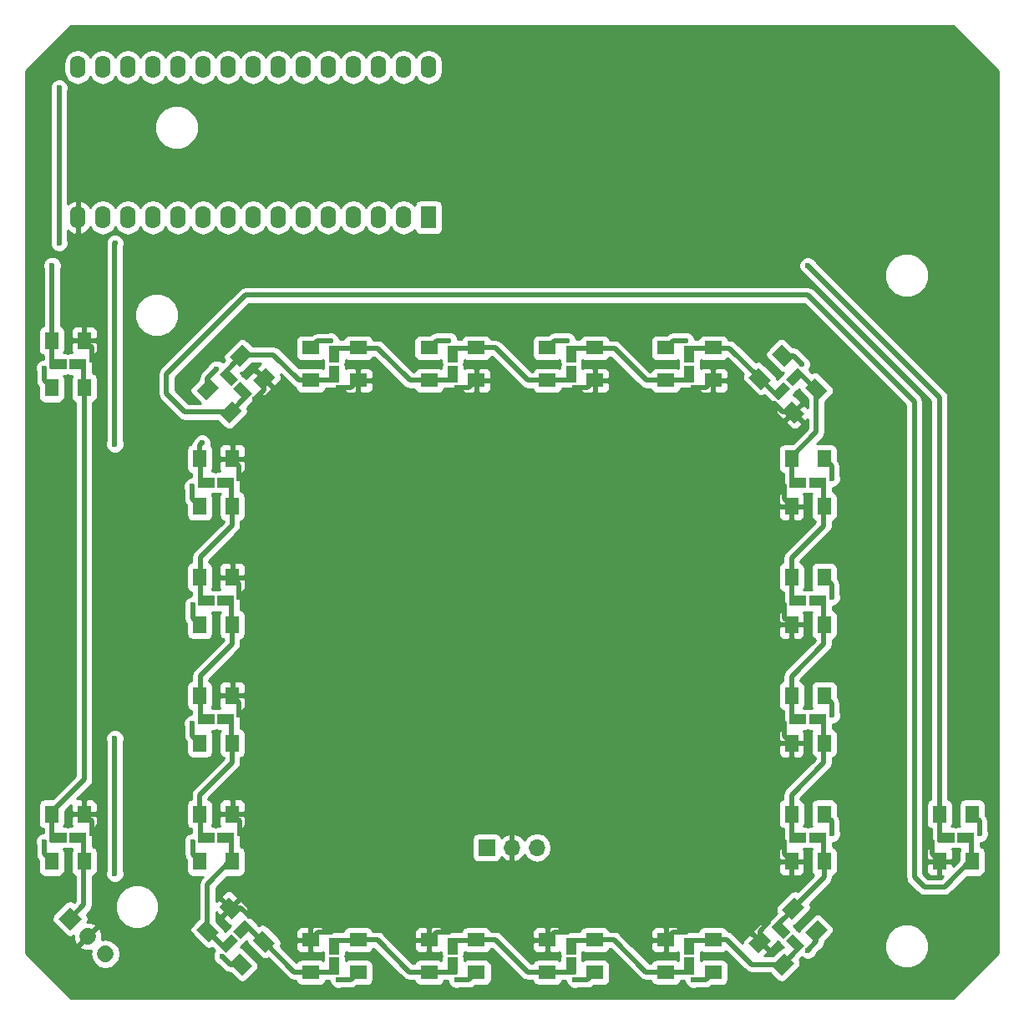
<source format=gtl>
G04 #@! TF.FileFunction,Copper,L1,Top,Signal*
%FSLAX46Y46*%
G04 Gerber Fmt 4.6, Leading zero omitted, Abs format (unit mm)*
G04 Created by KiCad (PCBNEW 4.0.7) date 12/17/17 18:42:28*
%MOMM*%
%LPD*%
G01*
G04 APERTURE LIST*
%ADD10C,0.100000*%
%ADD11R,1.700000X1.700000*%
%ADD12O,1.700000X1.700000*%
%ADD13C,1.700000*%
%ADD14R,1.400000X1.800000*%
%ADD15R,0.500000X3.000000*%
%ADD16R,1.700000X1.000000*%
%ADD17R,0.500000X1.000000*%
%ADD18R,0.500000X1.600000*%
%ADD19R,1.800000X1.400000*%
%ADD20R,3.000000X0.500000*%
%ADD21R,1.000000X1.700000*%
%ADD22R,1.000000X0.500000*%
%ADD23R,1.600000X0.500000*%
%ADD24R,1.574800X2.286000*%
%ADD25O,1.574800X2.286000*%
%ADD26C,0.600000*%
%ADD27C,0.500000*%
%ADD28C,0.254000*%
G04 APERTURE END LIST*
D10*
D11*
X137460000Y-134000000D03*
D12*
X140000000Y-134000000D03*
X142540000Y-134000000D03*
D10*
G36*
X95203949Y-140001867D02*
X96406031Y-141203949D01*
X95203949Y-142406031D01*
X94001867Y-141203949D01*
X95203949Y-140001867D01*
X95203949Y-140001867D01*
G37*
D13*
X97000000Y-143000000D02*
X97000000Y-143000000D01*
X98796051Y-144796051D02*
X98796051Y-144796051D01*
D14*
X96650000Y-130600000D03*
X93350000Y-130600000D03*
X93350000Y-135400000D03*
X96650000Y-135400000D03*
D15*
X96600000Y-134000000D03*
D16*
X94000000Y-133000000D03*
X96000000Y-133000000D03*
D15*
X93400000Y-132000000D03*
D17*
X95400000Y-133000000D03*
X94600000Y-133000000D03*
D18*
X93400000Y-132700000D03*
X96600000Y-133300000D03*
D14*
X183350000Y-135400000D03*
X186650000Y-135400000D03*
X186650000Y-130600000D03*
X183350000Y-130600000D03*
D15*
X183400000Y-132000000D03*
D16*
X186000000Y-133000000D03*
X184000000Y-133000000D03*
D15*
X186600000Y-134000000D03*
D17*
X184600000Y-133000000D03*
X185400000Y-133000000D03*
D18*
X186600000Y-133300000D03*
X183400000Y-132700000D03*
D10*
G36*
X113732411Y-86611091D02*
X115005203Y-85338299D01*
X115995153Y-86328249D01*
X114722361Y-87601041D01*
X113732411Y-86611091D01*
X113732411Y-86611091D01*
G37*
G36*
X111398959Y-84277639D02*
X112671751Y-83004847D01*
X113661701Y-83994797D01*
X112388909Y-85267589D01*
X111398959Y-84277639D01*
X111398959Y-84277639D01*
G37*
G36*
X108004847Y-87671751D02*
X109277639Y-86398959D01*
X110267589Y-87388909D01*
X108994797Y-88661701D01*
X108004847Y-87671751D01*
X108004847Y-87671751D01*
G37*
G36*
X110338299Y-90005203D02*
X111611091Y-88732411D01*
X112601041Y-89722361D01*
X111328249Y-90995153D01*
X110338299Y-90005203D01*
X110338299Y-90005203D01*
G37*
G36*
X111186827Y-89722361D02*
X113308147Y-87601041D01*
X113661701Y-87954595D01*
X111540381Y-90075915D01*
X111186827Y-89722361D01*
X111186827Y-89722361D01*
G37*
G36*
X110338299Y-86045406D02*
X111045406Y-85338299D01*
X112247487Y-86540380D01*
X111540380Y-87247487D01*
X110338299Y-86045406D01*
X110338299Y-86045406D01*
G37*
G36*
X111752513Y-87459620D02*
X112459620Y-86752513D01*
X113661701Y-87954594D01*
X112954594Y-88661701D01*
X111752513Y-87459620D01*
X111752513Y-87459620D01*
G37*
G36*
X110338299Y-86045405D02*
X112459619Y-83924085D01*
X112813173Y-84277639D01*
X110691853Y-86398959D01*
X110338299Y-86045405D01*
X110338299Y-86045405D01*
G37*
G36*
X111752513Y-87459620D02*
X112459620Y-86752513D01*
X112813173Y-87106066D01*
X112106066Y-87813173D01*
X111752513Y-87459620D01*
X111752513Y-87459620D01*
G37*
G36*
X111186827Y-86893934D02*
X111893934Y-86186827D01*
X112247487Y-86540380D01*
X111540380Y-87247487D01*
X111186827Y-86893934D01*
X111186827Y-86893934D01*
G37*
G36*
X110338299Y-86045406D02*
X111469670Y-84914035D01*
X111823223Y-85267588D01*
X110691852Y-86398959D01*
X110338299Y-86045406D01*
X110338299Y-86045406D01*
G37*
G36*
X112176777Y-88732412D02*
X113308148Y-87601041D01*
X113661701Y-87954594D01*
X112530330Y-89085965D01*
X112176777Y-88732412D01*
X112176777Y-88732412D01*
G37*
D19*
X136400000Y-86650000D03*
X136400000Y-83350000D03*
X131600000Y-83350000D03*
X131600000Y-86650000D03*
D20*
X133000000Y-86600000D03*
D21*
X134000000Y-84000000D03*
X134000000Y-86000000D03*
D20*
X135000000Y-83400000D03*
D22*
X134000000Y-85400000D03*
X134000000Y-84600000D03*
D23*
X134300000Y-83400000D03*
X133700000Y-86600000D03*
D19*
X148400000Y-86650000D03*
X148400000Y-83350000D03*
X143600000Y-83350000D03*
X143600000Y-86650000D03*
D20*
X145000000Y-86600000D03*
D21*
X146000000Y-84000000D03*
X146000000Y-86000000D03*
D20*
X147000000Y-83400000D03*
D22*
X146000000Y-85400000D03*
X146000000Y-84600000D03*
D23*
X146300000Y-83400000D03*
X145700000Y-86600000D03*
D19*
X160400000Y-86650000D03*
X160400000Y-83350000D03*
X155600000Y-83350000D03*
X155600000Y-86650000D03*
D20*
X157000000Y-86600000D03*
D21*
X158000000Y-84000000D03*
X158000000Y-86000000D03*
D20*
X159000000Y-83400000D03*
D22*
X158000000Y-85400000D03*
X158000000Y-84600000D03*
D23*
X158300000Y-83400000D03*
X157700000Y-86600000D03*
D10*
G36*
X168388909Y-88732411D02*
X169661701Y-90005203D01*
X168671751Y-90995153D01*
X167398959Y-89722361D01*
X168388909Y-88732411D01*
X168388909Y-88732411D01*
G37*
G36*
X170722361Y-86398959D02*
X171995153Y-87671751D01*
X171005203Y-88661701D01*
X169732411Y-87388909D01*
X170722361Y-86398959D01*
X170722361Y-86398959D01*
G37*
G36*
X167328249Y-83004847D02*
X168601041Y-84277639D01*
X167611091Y-85267589D01*
X166338299Y-83994797D01*
X167328249Y-83004847D01*
X167328249Y-83004847D01*
G37*
G36*
X164994797Y-85338299D02*
X166267589Y-86611091D01*
X165277639Y-87601041D01*
X164004847Y-86328249D01*
X164994797Y-85338299D01*
X164994797Y-85338299D01*
G37*
G36*
X165277639Y-86186827D02*
X167398959Y-88308147D01*
X167045405Y-88661701D01*
X164924085Y-86540381D01*
X165277639Y-86186827D01*
X165277639Y-86186827D01*
G37*
G36*
X168954594Y-85338299D02*
X169661701Y-86045406D01*
X168459620Y-87247487D01*
X167752513Y-86540380D01*
X168954594Y-85338299D01*
X168954594Y-85338299D01*
G37*
G36*
X167540380Y-86752513D02*
X168247487Y-87459620D01*
X167045406Y-88661701D01*
X166338299Y-87954594D01*
X167540380Y-86752513D01*
X167540380Y-86752513D01*
G37*
G36*
X168954595Y-85338299D02*
X171075915Y-87459619D01*
X170722361Y-87813173D01*
X168601041Y-85691853D01*
X168954595Y-85338299D01*
X168954595Y-85338299D01*
G37*
G36*
X167540380Y-86752513D02*
X168247487Y-87459620D01*
X167893934Y-87813173D01*
X167186827Y-87106066D01*
X167540380Y-86752513D01*
X167540380Y-86752513D01*
G37*
G36*
X168106066Y-86186827D02*
X168813173Y-86893934D01*
X168459620Y-87247487D01*
X167752513Y-86540380D01*
X168106066Y-86186827D01*
X168106066Y-86186827D01*
G37*
G36*
X168954594Y-85338299D02*
X170085965Y-86469670D01*
X169732412Y-86823223D01*
X168601041Y-85691852D01*
X168954594Y-85338299D01*
X168954594Y-85338299D01*
G37*
G36*
X166267588Y-87176777D02*
X167398959Y-88308148D01*
X167045406Y-88661701D01*
X165914035Y-87530330D01*
X166267588Y-87176777D01*
X166267588Y-87176777D01*
G37*
D14*
X168350000Y-99400000D03*
X171650000Y-99400000D03*
X171650000Y-94600000D03*
X168350000Y-94600000D03*
D15*
X168400000Y-96000000D03*
D16*
X171000000Y-97000000D03*
X169000000Y-97000000D03*
D15*
X171600000Y-98000000D03*
D17*
X169600000Y-97000000D03*
X170400000Y-97000000D03*
D18*
X171600000Y-97300000D03*
X168400000Y-96700000D03*
D14*
X168350000Y-111400000D03*
X171650000Y-111400000D03*
X171650000Y-106600000D03*
X168350000Y-106600000D03*
D15*
X168400000Y-108000000D03*
D16*
X171000000Y-109000000D03*
X169000000Y-109000000D03*
D15*
X171600000Y-110000000D03*
D17*
X169600000Y-109000000D03*
X170400000Y-109000000D03*
D18*
X171600000Y-109300000D03*
X168400000Y-108700000D03*
D14*
X168350000Y-123400000D03*
X171650000Y-123400000D03*
X171650000Y-118600000D03*
X168350000Y-118600000D03*
D15*
X168400000Y-120000000D03*
D16*
X171000000Y-121000000D03*
X169000000Y-121000000D03*
D15*
X171600000Y-122000000D03*
D17*
X169600000Y-121000000D03*
X170400000Y-121000000D03*
D18*
X171600000Y-121300000D03*
X168400000Y-120700000D03*
D14*
X168350000Y-135400000D03*
X171650000Y-135400000D03*
X171650000Y-130600000D03*
X168350000Y-130600000D03*
D15*
X168400000Y-132000000D03*
D16*
X171000000Y-133000000D03*
X169000000Y-133000000D03*
D15*
X171600000Y-134000000D03*
D17*
X169600000Y-133000000D03*
X170400000Y-133000000D03*
D18*
X171600000Y-133300000D03*
X168400000Y-132700000D03*
D10*
G36*
X166267589Y-143388909D02*
X164994797Y-144661701D01*
X164004847Y-143671751D01*
X165277639Y-142398959D01*
X166267589Y-143388909D01*
X166267589Y-143388909D01*
G37*
G36*
X168601041Y-145722361D02*
X167328249Y-146995153D01*
X166338299Y-146005203D01*
X167611091Y-144732411D01*
X168601041Y-145722361D01*
X168601041Y-145722361D01*
G37*
G36*
X171995153Y-142328249D02*
X170722361Y-143601041D01*
X169732411Y-142611091D01*
X171005203Y-141338299D01*
X171995153Y-142328249D01*
X171995153Y-142328249D01*
G37*
G36*
X169661701Y-139994797D02*
X168388909Y-141267589D01*
X167398959Y-140277639D01*
X168671751Y-139004847D01*
X169661701Y-139994797D01*
X169661701Y-139994797D01*
G37*
G36*
X168813173Y-140277639D02*
X166691853Y-142398959D01*
X166338299Y-142045405D01*
X168459619Y-139924085D01*
X168813173Y-140277639D01*
X168813173Y-140277639D01*
G37*
G36*
X169661701Y-143954594D02*
X168954594Y-144661701D01*
X167752513Y-143459620D01*
X168459620Y-142752513D01*
X169661701Y-143954594D01*
X169661701Y-143954594D01*
G37*
G36*
X168247487Y-142540380D02*
X167540380Y-143247487D01*
X166338299Y-142045406D01*
X167045406Y-141338299D01*
X168247487Y-142540380D01*
X168247487Y-142540380D01*
G37*
G36*
X169661701Y-143954595D02*
X167540381Y-146075915D01*
X167186827Y-145722361D01*
X169308147Y-143601041D01*
X169661701Y-143954595D01*
X169661701Y-143954595D01*
G37*
G36*
X168247487Y-142540380D02*
X167540380Y-143247487D01*
X167186827Y-142893934D01*
X167893934Y-142186827D01*
X168247487Y-142540380D01*
X168247487Y-142540380D01*
G37*
G36*
X168813173Y-143106066D02*
X168106066Y-143813173D01*
X167752513Y-143459620D01*
X168459620Y-142752513D01*
X168813173Y-143106066D01*
X168813173Y-143106066D01*
G37*
G36*
X169661701Y-143954594D02*
X168530330Y-145085965D01*
X168176777Y-144732412D01*
X169308148Y-143601041D01*
X169661701Y-143954594D01*
X169661701Y-143954594D01*
G37*
G36*
X167823223Y-141267588D02*
X166691852Y-142398959D01*
X166338299Y-142045406D01*
X167469670Y-140914035D01*
X167823223Y-141267588D01*
X167823223Y-141267588D01*
G37*
D19*
X155600000Y-143350000D03*
X155600000Y-146650000D03*
X160400000Y-146650000D03*
X160400000Y-143350000D03*
D20*
X159000000Y-143400000D03*
D21*
X158000000Y-146000000D03*
X158000000Y-144000000D03*
D20*
X157000000Y-146600000D03*
D22*
X158000000Y-144600000D03*
X158000000Y-145400000D03*
D23*
X157700000Y-146600000D03*
X158300000Y-143400000D03*
D19*
X143600000Y-143350000D03*
X143600000Y-146650000D03*
X148400000Y-146650000D03*
X148400000Y-143350000D03*
D20*
X147000000Y-143400000D03*
D21*
X146000000Y-146000000D03*
X146000000Y-144000000D03*
D20*
X145000000Y-146600000D03*
D22*
X146000000Y-144600000D03*
X146000000Y-145400000D03*
D23*
X145700000Y-146600000D03*
X146300000Y-143400000D03*
D19*
X131600000Y-143350000D03*
X131600000Y-146650000D03*
X136400000Y-146650000D03*
X136400000Y-143350000D03*
D20*
X135000000Y-143400000D03*
D21*
X134000000Y-146000000D03*
X134000000Y-144000000D03*
D20*
X133000000Y-146600000D03*
D22*
X134000000Y-144600000D03*
X134000000Y-145400000D03*
D23*
X133700000Y-146600000D03*
X134300000Y-143400000D03*
D19*
X119600000Y-143350000D03*
X119600000Y-146650000D03*
X124400000Y-146650000D03*
X124400000Y-143350000D03*
D20*
X123000000Y-143400000D03*
D21*
X122000000Y-146000000D03*
X122000000Y-144000000D03*
D20*
X121000000Y-146600000D03*
D22*
X122000000Y-144600000D03*
X122000000Y-145400000D03*
D23*
X121700000Y-146600000D03*
X122300000Y-143400000D03*
D10*
G36*
X111611091Y-141267589D02*
X110338299Y-139994797D01*
X111328249Y-139004847D01*
X112601041Y-140277639D01*
X111611091Y-141267589D01*
X111611091Y-141267589D01*
G37*
G36*
X109277639Y-143601041D02*
X108004847Y-142328249D01*
X108994797Y-141338299D01*
X110267589Y-142611091D01*
X109277639Y-143601041D01*
X109277639Y-143601041D01*
G37*
G36*
X112671751Y-146995153D02*
X111398959Y-145722361D01*
X112388909Y-144732411D01*
X113661701Y-146005203D01*
X112671751Y-146995153D01*
X112671751Y-146995153D01*
G37*
G36*
X115005203Y-144661701D02*
X113732411Y-143388909D01*
X114722361Y-142398959D01*
X115995153Y-143671751D01*
X115005203Y-144661701D01*
X115005203Y-144661701D01*
G37*
G36*
X114722361Y-143813173D02*
X112601041Y-141691853D01*
X112954595Y-141338299D01*
X115075915Y-143459619D01*
X114722361Y-143813173D01*
X114722361Y-143813173D01*
G37*
G36*
X111045406Y-144661701D02*
X110338299Y-143954594D01*
X111540380Y-142752513D01*
X112247487Y-143459620D01*
X111045406Y-144661701D01*
X111045406Y-144661701D01*
G37*
G36*
X112459620Y-143247487D02*
X111752513Y-142540380D01*
X112954594Y-141338299D01*
X113661701Y-142045406D01*
X112459620Y-143247487D01*
X112459620Y-143247487D01*
G37*
G36*
X111045405Y-144661701D02*
X108924085Y-142540381D01*
X109277639Y-142186827D01*
X111398959Y-144308147D01*
X111045405Y-144661701D01*
X111045405Y-144661701D01*
G37*
G36*
X112459620Y-143247487D02*
X111752513Y-142540380D01*
X112106066Y-142186827D01*
X112813173Y-142893934D01*
X112459620Y-143247487D01*
X112459620Y-143247487D01*
G37*
G36*
X111893934Y-143813173D02*
X111186827Y-143106066D01*
X111540380Y-142752513D01*
X112247487Y-143459620D01*
X111893934Y-143813173D01*
X111893934Y-143813173D01*
G37*
G36*
X111045406Y-144661701D02*
X109914035Y-143530330D01*
X110267588Y-143176777D01*
X111398959Y-144308148D01*
X111045406Y-144661701D01*
X111045406Y-144661701D01*
G37*
G36*
X113732412Y-142823223D02*
X112601041Y-141691852D01*
X112954594Y-141338299D01*
X114085965Y-142469670D01*
X113732412Y-142823223D01*
X113732412Y-142823223D01*
G37*
D14*
X111650000Y-130600000D03*
X108350000Y-130600000D03*
X108350000Y-135400000D03*
X111650000Y-135400000D03*
D15*
X111600000Y-134000000D03*
D16*
X109000000Y-133000000D03*
X111000000Y-133000000D03*
D15*
X108400000Y-132000000D03*
D17*
X110400000Y-133000000D03*
X109600000Y-133000000D03*
D18*
X108400000Y-132700000D03*
X111600000Y-133300000D03*
D14*
X111650000Y-118600000D03*
X108350000Y-118600000D03*
X108350000Y-123400000D03*
X111650000Y-123400000D03*
D15*
X111600000Y-122000000D03*
D16*
X109000000Y-121000000D03*
X111000000Y-121000000D03*
D15*
X108400000Y-120000000D03*
D17*
X110400000Y-121000000D03*
X109600000Y-121000000D03*
D18*
X108400000Y-120700000D03*
X111600000Y-121300000D03*
D14*
X111650000Y-106600000D03*
X108350000Y-106600000D03*
X108350000Y-111400000D03*
X111650000Y-111400000D03*
D15*
X111600000Y-110000000D03*
D16*
X109000000Y-109000000D03*
X111000000Y-109000000D03*
D15*
X108400000Y-108000000D03*
D17*
X110400000Y-109000000D03*
X109600000Y-109000000D03*
D18*
X108400000Y-108700000D03*
X111600000Y-109300000D03*
D14*
X111650000Y-94600000D03*
X108350000Y-94600000D03*
X108350000Y-99400000D03*
X111650000Y-99400000D03*
D15*
X111600000Y-98000000D03*
D16*
X109000000Y-97000000D03*
X111000000Y-97000000D03*
D15*
X108400000Y-96000000D03*
D17*
X110400000Y-97000000D03*
X109600000Y-97000000D03*
D18*
X108400000Y-96700000D03*
X111600000Y-97300000D03*
D14*
X96650000Y-82600000D03*
X93350000Y-82600000D03*
X93350000Y-87400000D03*
X96650000Y-87400000D03*
D15*
X96600000Y-86000000D03*
D16*
X94000000Y-85000000D03*
X96000000Y-85000000D03*
D15*
X93400000Y-84000000D03*
D17*
X95400000Y-85000000D03*
X94600000Y-85000000D03*
D18*
X93400000Y-84700000D03*
X96600000Y-85300000D03*
D19*
X124400000Y-86650000D03*
X124400000Y-83350000D03*
X119600000Y-83350000D03*
X119600000Y-86650000D03*
D20*
X121000000Y-86600000D03*
D21*
X122000000Y-84000000D03*
X122000000Y-86000000D03*
D20*
X123000000Y-83400000D03*
D22*
X122000000Y-85400000D03*
X122000000Y-84600000D03*
D23*
X122300000Y-83400000D03*
X121700000Y-86600000D03*
D24*
X131550000Y-70120000D03*
D25*
X129010000Y-70120000D03*
X126470000Y-70120000D03*
X123930000Y-70120000D03*
X121390000Y-70120000D03*
X118850000Y-70120000D03*
X116310000Y-70120000D03*
X113770000Y-70120000D03*
X111230000Y-70120000D03*
X108690000Y-70120000D03*
X106150000Y-70120000D03*
X103610000Y-70120000D03*
X101070000Y-70120000D03*
X98530000Y-70120000D03*
X95990000Y-70120000D03*
X95990000Y-54880000D03*
X98530000Y-54880000D03*
X101070000Y-54880000D03*
X103610000Y-54880000D03*
X106150000Y-54880000D03*
X108690000Y-54880000D03*
X111230000Y-54880000D03*
X113770000Y-54880000D03*
X116310000Y-54880000D03*
X118850000Y-54880000D03*
X121390000Y-54880000D03*
X123930000Y-54880000D03*
X126470000Y-54880000D03*
X129010000Y-54880000D03*
X131550000Y-54880000D03*
D26*
X187400000Y-132600000D03*
X92600000Y-85400000D03*
X92600000Y-133400000D03*
X110600000Y-145000000D03*
X122400000Y-147400000D03*
X134400000Y-147400000D03*
X146400000Y-147400000D03*
X158400000Y-147400000D03*
X170000000Y-144400000D03*
X172400000Y-132600000D03*
X172400000Y-120600000D03*
X172400000Y-108600000D03*
X172400000Y-96600000D03*
X169400000Y-85000000D03*
X157600000Y-82600000D03*
X145600000Y-82600000D03*
X133600000Y-82600000D03*
X121600000Y-82649998D03*
X110067564Y-85483400D03*
X107600000Y-97400000D03*
X107649998Y-109400000D03*
X107600000Y-121400000D03*
X107649998Y-133400000D03*
X182600000Y-133400000D03*
X97400000Y-84600000D03*
X97400000Y-132600000D03*
X113400000Y-141000000D03*
X121600000Y-142600000D03*
X133600000Y-142600000D03*
X145600000Y-142600000D03*
X157600000Y-142600000D03*
X166000000Y-141600000D03*
X167600000Y-133400000D03*
X167600000Y-121400000D03*
X167649998Y-109400000D03*
X167600000Y-97400000D03*
X166600000Y-89000000D03*
X158400000Y-87400000D03*
X146400000Y-87400000D03*
X134400000Y-87400000D03*
X122400000Y-87350002D03*
X113932436Y-88516600D03*
X112350002Y-96600000D03*
X112350002Y-108600000D03*
X112350002Y-120600000D03*
X112400000Y-132600000D03*
X99752590Y-93090000D03*
X99752590Y-122950000D03*
X94110000Y-57000000D03*
X99752590Y-136647410D03*
X94100000Y-72700000D03*
X99760000Y-72730000D03*
X108600000Y-93000000D03*
X93400000Y-74990000D03*
X170000000Y-75000000D03*
D27*
X186650000Y-130600000D02*
X187400000Y-131350000D01*
X187400000Y-131350000D02*
X187400000Y-132600000D01*
X93350000Y-87400000D02*
X92600000Y-86650000D01*
X92600000Y-86650000D02*
X92600000Y-85400000D01*
X93350000Y-135400000D02*
X92600000Y-134650000D01*
X92600000Y-134650000D02*
X92600000Y-133400000D01*
X112530330Y-145863782D02*
X111463782Y-145863782D01*
X111463782Y-145863782D02*
X110600000Y-145000000D01*
X124400000Y-146650000D02*
X123650000Y-147400000D01*
X123650000Y-147400000D02*
X122400000Y-147400000D01*
X136400000Y-146650000D02*
X135650000Y-147400000D01*
X135650000Y-147400000D02*
X134400000Y-147400000D01*
X148400000Y-146650000D02*
X147650000Y-147400000D01*
X147650000Y-147400000D02*
X146400000Y-147400000D01*
X160400000Y-146650000D02*
X159650000Y-147400000D01*
X159650000Y-147400000D02*
X158400000Y-147400000D01*
X170863782Y-142469670D02*
X170863782Y-143536218D01*
X170863782Y-143536218D02*
X170000000Y-144400000D01*
X171650000Y-130600000D02*
X172400000Y-131350000D01*
X172400000Y-131350000D02*
X172400000Y-132600000D01*
X171650000Y-118600000D02*
X172400000Y-119350000D01*
X172400000Y-119350000D02*
X172400000Y-120600000D01*
X171650000Y-106600000D02*
X172400000Y-107350000D01*
X172400000Y-107350000D02*
X172400000Y-108600000D01*
X171650000Y-94600000D02*
X172400000Y-95350000D01*
X172400000Y-95350000D02*
X172400000Y-96600000D01*
X167469670Y-84136218D02*
X168536218Y-84136218D01*
X168536218Y-84136218D02*
X169400000Y-85000000D01*
X155600000Y-83350000D02*
X156350000Y-82600000D01*
X156350000Y-82600000D02*
X157600000Y-82600000D01*
X143600000Y-83350000D02*
X144350000Y-82600000D01*
X144350000Y-82600000D02*
X145600000Y-82600000D01*
X131600000Y-83350000D02*
X132350000Y-82600000D01*
X132350000Y-82600000D02*
X133600000Y-82600000D01*
X119600000Y-83350000D02*
X120300002Y-82649998D01*
X120300002Y-82649998D02*
X121600000Y-82649998D01*
X109136218Y-87530330D02*
X109136218Y-86414746D01*
X109136218Y-86414746D02*
X110067564Y-85483400D01*
X108350000Y-99400000D02*
X107600000Y-98650000D01*
X107600000Y-98650000D02*
X107600000Y-97400000D01*
X108350000Y-111400000D02*
X107649998Y-110699998D01*
X107649998Y-110699998D02*
X107649998Y-109400000D01*
X108350000Y-123400000D02*
X107600000Y-122650000D01*
X107600000Y-122650000D02*
X107600000Y-121400000D01*
X108350000Y-135400000D02*
X107649998Y-134699998D01*
X107649998Y-134699998D02*
X107649998Y-133400000D01*
X170837924Y-142345258D02*
X171154742Y-142345258D01*
X183350000Y-135400000D02*
X182600000Y-134650000D01*
X182600000Y-134650000D02*
X182600000Y-133400000D01*
X96650000Y-82600000D02*
X97400000Y-83350000D01*
X97400000Y-83350000D02*
X97400000Y-84600000D01*
X96650000Y-130600000D02*
X97400000Y-131350000D01*
X97400000Y-131350000D02*
X97400000Y-132600000D01*
X111469670Y-140136218D02*
X112536218Y-140136218D01*
X112536218Y-140136218D02*
X113400000Y-141000000D01*
X119600000Y-143350000D02*
X120350000Y-142600000D01*
X120350000Y-142600000D02*
X121600000Y-142600000D01*
X131600000Y-143350000D02*
X132350000Y-142600000D01*
X132350000Y-142600000D02*
X133600000Y-142600000D01*
X143600000Y-143350000D02*
X144350000Y-142600000D01*
X144350000Y-142600000D02*
X145600000Y-142600000D01*
X155600000Y-143350000D02*
X156350000Y-142600000D01*
X156350000Y-142600000D02*
X157600000Y-142600000D01*
X165136218Y-143530330D02*
X165136218Y-142463782D01*
X165136218Y-142463782D02*
X166000000Y-141600000D01*
X168350000Y-135400000D02*
X167600000Y-134650000D01*
X167600000Y-134650000D02*
X167600000Y-133400000D01*
X168350000Y-123400000D02*
X167600000Y-122650000D01*
X167600000Y-122650000D02*
X167600000Y-121400000D01*
X168350000Y-111400000D02*
X167649998Y-110699998D01*
X167649998Y-110699998D02*
X167649998Y-109400000D01*
X168350000Y-99400000D02*
X167600000Y-98650000D01*
X167600000Y-98650000D02*
X167600000Y-97400000D01*
X168530330Y-89863782D02*
X167463782Y-89863782D01*
X167463782Y-89863782D02*
X166600000Y-89000000D01*
X160400000Y-86650000D02*
X159650000Y-87400000D01*
X159650000Y-87400000D02*
X158400000Y-87400000D01*
X148400000Y-86650000D02*
X147650000Y-87400000D01*
X147650000Y-87400000D02*
X146400000Y-87400000D01*
X136400000Y-86650000D02*
X135650000Y-87400000D01*
X135650000Y-87400000D02*
X134400000Y-87400000D01*
X124400000Y-86650000D02*
X123699998Y-87350002D01*
X123699998Y-87350002D02*
X122400000Y-87350002D01*
X114863782Y-86469670D02*
X114863782Y-87585254D01*
X114863782Y-87585254D02*
X113932436Y-88516600D01*
X111650000Y-94600000D02*
X112350002Y-95300002D01*
X112350002Y-95300002D02*
X112350002Y-96600000D01*
X111650000Y-106600000D02*
X112350002Y-107300002D01*
X112350002Y-107300002D02*
X112350002Y-108600000D01*
X111650000Y-118600000D02*
X112350002Y-119300002D01*
X112350002Y-119300002D02*
X112350002Y-120600000D01*
X111650000Y-130600000D02*
X112400000Y-131350000D01*
X112400000Y-131350000D02*
X112400000Y-132600000D01*
X99752590Y-93090000D02*
X99752590Y-72737410D01*
X99752590Y-136647410D02*
X99752590Y-122950000D01*
X94100000Y-72700000D02*
X94100000Y-57010000D01*
X94100000Y-57010000D02*
X94110000Y-57000000D01*
X99752590Y-72737410D02*
X99760000Y-72730000D01*
X94130000Y-72730000D02*
X94100000Y-72700000D01*
X96600000Y-134000000D02*
X96600000Y-139807898D01*
X96600000Y-139807898D02*
X95203949Y-141203949D01*
X108350000Y-94600000D02*
X108350000Y-93250000D01*
X108350000Y-93250000D02*
X108600000Y-93000000D01*
X93350000Y-130600000D02*
X93350000Y-130400000D01*
X93350000Y-130400000D02*
X96650000Y-127100000D01*
X96650000Y-127100000D02*
X96650000Y-87400000D01*
X93400000Y-74990000D02*
X93400000Y-82550000D01*
X93400000Y-82550000D02*
X93350000Y-82600000D01*
X93400000Y-84000000D02*
X93400000Y-82250000D01*
X170000000Y-75000000D02*
X183350000Y-88350000D01*
X183350000Y-88350000D02*
X183350000Y-130600000D01*
X186600000Y-134000000D02*
X186600000Y-135250000D01*
X186600000Y-135250000D02*
X183850000Y-138000000D01*
X113000000Y-78000000D02*
X105000000Y-86000000D01*
X183850000Y-138000000D02*
X181800000Y-138000000D01*
X181800000Y-138000000D02*
X180800000Y-137000000D01*
X180800000Y-137000000D02*
X180800000Y-88800000D01*
X105000000Y-86000000D02*
X105000000Y-88000000D01*
X105000000Y-88000000D02*
X106863782Y-89863782D01*
X180800000Y-88800000D02*
X170000000Y-78000000D01*
X170000000Y-78000000D02*
X113000000Y-78000000D01*
X106863782Y-89863782D02*
X111469670Y-89863782D01*
X111575736Y-85161522D02*
X112707106Y-84030152D01*
X112707106Y-84030152D02*
X115830152Y-84030152D01*
X115830152Y-84030152D02*
X118450000Y-86650000D01*
X118450000Y-86650000D02*
X119600000Y-86650000D01*
X126400000Y-83400000D02*
X129650000Y-86650000D01*
X129650000Y-86650000D02*
X131600000Y-86650000D01*
X123000000Y-83400000D02*
X126400000Y-83400000D01*
X138350000Y-83350000D02*
X141650000Y-86650000D01*
X141650000Y-86650000D02*
X143600000Y-86650000D01*
X136400000Y-83350000D02*
X138350000Y-83350000D01*
X150400000Y-83400000D02*
X153650000Y-86650000D01*
X153650000Y-86650000D02*
X155600000Y-86650000D01*
X147000000Y-83400000D02*
X150400000Y-83400000D01*
X159000000Y-83400000D02*
X162066548Y-83400000D01*
X162066548Y-83400000D02*
X165136218Y-86469670D01*
X170863782Y-87530330D02*
X170863782Y-91886218D01*
X170863782Y-91886218D02*
X168350000Y-94400000D01*
X168350000Y-94400000D02*
X168350000Y-94600000D01*
X171600000Y-101400000D02*
X168350000Y-104650000D01*
X168350000Y-104650000D02*
X168350000Y-106600000D01*
X171600000Y-98000000D02*
X171600000Y-101400000D01*
X171600000Y-113400000D02*
X168350000Y-116650000D01*
X168350000Y-116650000D02*
X168350000Y-118600000D01*
X171600000Y-109300000D02*
X171600000Y-113400000D01*
X171600000Y-125400000D02*
X168350000Y-128650000D01*
X168350000Y-128650000D02*
X168350000Y-129450000D01*
X168350000Y-129450000D02*
X168350000Y-130600000D01*
X171600000Y-122000000D02*
X171600000Y-125400000D01*
X171650000Y-135400000D02*
X171650000Y-137016548D01*
X171650000Y-137016548D02*
X168530330Y-140136218D01*
X160400000Y-143350000D02*
X161800000Y-143350000D01*
X161800000Y-143350000D02*
X164313782Y-145863782D01*
X164313782Y-145863782D02*
X166379720Y-145863782D01*
X166379720Y-145863782D02*
X167469670Y-145863782D01*
X168504054Y-144818222D02*
X167322276Y-146000000D01*
X153600000Y-146600000D02*
X150350000Y-143350000D01*
X150350000Y-143350000D02*
X148400000Y-143350000D01*
X157000000Y-146600000D02*
X153600000Y-146600000D01*
X141600000Y-146600000D02*
X138350000Y-143350000D01*
X138350000Y-143350000D02*
X136400000Y-143350000D01*
X145000000Y-146600000D02*
X141600000Y-146600000D01*
X129600000Y-146600000D02*
X126350000Y-143350000D01*
X126350000Y-143350000D02*
X124400000Y-143350000D01*
X133000000Y-146600000D02*
X129600000Y-146600000D01*
X121000000Y-146600000D02*
X117933452Y-146600000D01*
X117933452Y-146600000D02*
X114863782Y-143530330D01*
X111600000Y-134000000D02*
X111600000Y-135250000D01*
X111600000Y-135250000D02*
X109136218Y-137713782D01*
X109136218Y-137713782D02*
X109136218Y-141379720D01*
X109136218Y-141379720D02*
X109136218Y-142469670D01*
X110161522Y-143424264D02*
X110090812Y-143424264D01*
X110090812Y-143424264D02*
X109136218Y-142469670D01*
X108350000Y-128650000D02*
X111650000Y-125350000D01*
X111650000Y-125350000D02*
X111650000Y-123400000D01*
X108350000Y-130600000D02*
X108350000Y-128650000D01*
X108400000Y-116600000D02*
X111650000Y-113350000D01*
X111650000Y-113350000D02*
X111650000Y-111400000D01*
X108400000Y-120700000D02*
X108400000Y-116600000D01*
X108400000Y-104600000D02*
X111650000Y-101350000D01*
X111650000Y-101350000D02*
X111650000Y-99400000D01*
X108400000Y-108700000D02*
X108400000Y-104600000D01*
D28*
G36*
X189290000Y-55294092D02*
X189290000Y-144705908D01*
X184705908Y-149290000D01*
X95294092Y-149290000D01*
X90710000Y-144705908D01*
X90710000Y-144023293D01*
X96156312Y-144023293D01*
X96233082Y-144271637D01*
X96643108Y-144441486D01*
X97221908Y-144468336D01*
X97370418Y-144414740D01*
X97290478Y-144816623D01*
X97403518Y-145384908D01*
X97725425Y-145866677D01*
X98207194Y-146188584D01*
X98775479Y-146301624D01*
X99343764Y-146188584D01*
X99825533Y-145866677D01*
X99866676Y-145825533D01*
X100188584Y-145343764D01*
X100301623Y-144775479D01*
X100188584Y-144207195D01*
X99866676Y-143725426D01*
X99384907Y-143403518D01*
X98816623Y-143290479D01*
X98414740Y-143370419D01*
X98468336Y-143221908D01*
X98441486Y-142643108D01*
X98271637Y-142233082D01*
X98023293Y-142156312D01*
X97179605Y-143000000D01*
X97193748Y-143014143D01*
X97014143Y-143193748D01*
X97000000Y-143179605D01*
X96156312Y-144023293D01*
X90710000Y-144023293D01*
X90710000Y-85585167D01*
X91664838Y-85585167D01*
X91715000Y-85706569D01*
X91715000Y-86649995D01*
X91714999Y-86650000D01*
X91761745Y-86885001D01*
X91782367Y-86988675D01*
X91934255Y-87215993D01*
X91974210Y-87275790D01*
X92002560Y-87304140D01*
X92002560Y-88300000D01*
X92046838Y-88535317D01*
X92185910Y-88751441D01*
X92398110Y-88896431D01*
X92650000Y-88947440D01*
X94050000Y-88947440D01*
X94285317Y-88903162D01*
X94501441Y-88764090D01*
X94646431Y-88551890D01*
X94697440Y-88300000D01*
X94697440Y-86500000D01*
X94653162Y-86264683D01*
X94577718Y-86147440D01*
X94850000Y-86147440D01*
X95005507Y-86118179D01*
X95150000Y-86147440D01*
X95422354Y-86147440D01*
X95353569Y-86248110D01*
X95302560Y-86500000D01*
X95302560Y-88300000D01*
X95346838Y-88535317D01*
X95485910Y-88751441D01*
X95698110Y-88896431D01*
X95765000Y-88909977D01*
X95765000Y-126733421D01*
X93445860Y-129052560D01*
X92650000Y-129052560D01*
X92414683Y-129096838D01*
X92198559Y-129235910D01*
X92053569Y-129448110D01*
X92002560Y-129700000D01*
X92002560Y-131500000D01*
X92046838Y-131735317D01*
X92185910Y-131951441D01*
X92398110Y-132096431D01*
X92502560Y-132117583D01*
X92502560Y-132464914D01*
X92414833Y-132464838D01*
X92071057Y-132606883D01*
X91807808Y-132869673D01*
X91665162Y-133213201D01*
X91664838Y-133585167D01*
X91715000Y-133706569D01*
X91715000Y-134649995D01*
X91714999Y-134650000D01*
X91761020Y-134881358D01*
X91782367Y-134988675D01*
X91866273Y-135114250D01*
X91974210Y-135275790D01*
X92002560Y-135304140D01*
X92002560Y-136300000D01*
X92046838Y-136535317D01*
X92185910Y-136751441D01*
X92398110Y-136896431D01*
X92650000Y-136947440D01*
X94050000Y-136947440D01*
X94285317Y-136903162D01*
X94501441Y-136764090D01*
X94646431Y-136551890D01*
X94697440Y-136300000D01*
X94697440Y-134500000D01*
X94653162Y-134264683D01*
X94577718Y-134147440D01*
X94850000Y-134147440D01*
X95005507Y-134118179D01*
X95150000Y-134147440D01*
X95422354Y-134147440D01*
X95353569Y-134248110D01*
X95302560Y-134500000D01*
X95302560Y-136300000D01*
X95346838Y-136535317D01*
X95485910Y-136751441D01*
X95698110Y-136896431D01*
X95715000Y-136899851D01*
X95715000Y-139441319D01*
X95632353Y-139523966D01*
X95464055Y-139408973D01*
X95212893Y-139354489D01*
X94960322Y-139402013D01*
X94746140Y-139544058D01*
X93544058Y-140746140D01*
X93408973Y-140943843D01*
X93354489Y-141195005D01*
X93402013Y-141447576D01*
X93544058Y-141661758D01*
X94746140Y-142863840D01*
X94943843Y-142998925D01*
X95195005Y-143053409D01*
X95447576Y-143005885D01*
X95539406Y-142944984D01*
X95558514Y-143356892D01*
X95728363Y-143766918D01*
X95976707Y-143843688D01*
X96820395Y-143000000D01*
X96806253Y-142985858D01*
X96985858Y-142806253D01*
X97000000Y-142820395D01*
X97843688Y-141976707D01*
X97766918Y-141728363D01*
X97356892Y-141558514D01*
X96947364Y-141539516D01*
X96998925Y-141464055D01*
X97053409Y-141212893D01*
X97005885Y-140960322D01*
X96883577Y-140775900D01*
X97216858Y-140442619D01*
X99764613Y-140442619D01*
X100104155Y-141264372D01*
X100732321Y-141893636D01*
X101553481Y-142234611D01*
X102442619Y-142235387D01*
X103264372Y-141895845D01*
X103893636Y-141267679D01*
X104234611Y-140446519D01*
X104235387Y-139557381D01*
X103895845Y-138735628D01*
X103267679Y-138106364D01*
X102446519Y-137765389D01*
X101557381Y-137764613D01*
X100735628Y-138104155D01*
X100106364Y-138732321D01*
X99765389Y-139553481D01*
X99764613Y-140442619D01*
X97216858Y-140442619D01*
X97225787Y-140433690D01*
X97225790Y-140433688D01*
X97417633Y-140146573D01*
X97443301Y-140017533D01*
X97485001Y-139807898D01*
X97485000Y-139807893D01*
X97485000Y-136922038D01*
X97585317Y-136903162D01*
X97801441Y-136764090D01*
X97946431Y-136551890D01*
X97997440Y-136300000D01*
X97997440Y-134500000D01*
X97953162Y-134264683D01*
X97814090Y-134048559D01*
X97601890Y-133903569D01*
X97497440Y-133882417D01*
X97497440Y-132500000D01*
X97453162Y-132264683D01*
X97369713Y-132135000D01*
X97476309Y-132135000D01*
X97709698Y-132038327D01*
X97888327Y-131859699D01*
X97985000Y-131626310D01*
X97985000Y-130885750D01*
X97826250Y-130727000D01*
X96777000Y-130727000D01*
X96777000Y-130747000D01*
X96523000Y-130747000D01*
X96523000Y-130727000D01*
X95473750Y-130727000D01*
X95315000Y-130885750D01*
X95315000Y-131626310D01*
X95408716Y-131852560D01*
X95150000Y-131852560D01*
X94994493Y-131881821D01*
X94850000Y-131852560D01*
X94577646Y-131852560D01*
X94646431Y-131751890D01*
X94697440Y-131500000D01*
X94697440Y-130304140D01*
X95315000Y-129686580D01*
X95315000Y-130314250D01*
X95473750Y-130473000D01*
X96523000Y-130473000D01*
X96523000Y-129223750D01*
X96777000Y-129223750D01*
X96777000Y-130473000D01*
X97826250Y-130473000D01*
X97985000Y-130314250D01*
X97985000Y-129573690D01*
X97888327Y-129340301D01*
X97709698Y-129161673D01*
X97476309Y-129065000D01*
X96935750Y-129065000D01*
X96777000Y-129223750D01*
X96523000Y-129223750D01*
X96364250Y-129065000D01*
X95936579Y-129065000D01*
X97275787Y-127725792D01*
X97275790Y-127725790D01*
X97467633Y-127438675D01*
X97478810Y-127382484D01*
X97535001Y-127100000D01*
X97535000Y-127099995D01*
X97535000Y-123135167D01*
X98817428Y-123135167D01*
X98867590Y-123256569D01*
X98867590Y-136340588D01*
X98817752Y-136460611D01*
X98817428Y-136832577D01*
X98959473Y-137176353D01*
X99222263Y-137439602D01*
X99565791Y-137582248D01*
X99937757Y-137582572D01*
X100281533Y-137440527D01*
X100544782Y-137177737D01*
X100687428Y-136834209D01*
X100687752Y-136462243D01*
X100637590Y-136340841D01*
X100637590Y-123256822D01*
X100687428Y-123136799D01*
X100687752Y-122764833D01*
X100545707Y-122421057D01*
X100282917Y-122157808D01*
X99939389Y-122015162D01*
X99567423Y-122014838D01*
X99223647Y-122156883D01*
X98960398Y-122419673D01*
X98817752Y-122763201D01*
X98817428Y-123135167D01*
X97535000Y-123135167D01*
X97535000Y-93275167D01*
X98817428Y-93275167D01*
X98959473Y-93618943D01*
X99222263Y-93882192D01*
X99565791Y-94024838D01*
X99937757Y-94025162D01*
X100281533Y-93883117D01*
X100544782Y-93620327D01*
X100687428Y-93276799D01*
X100687752Y-92904833D01*
X100637590Y-92783431D01*
X100637590Y-86000000D01*
X104114999Y-86000000D01*
X104115000Y-86000005D01*
X104115000Y-87999995D01*
X104114999Y-88000000D01*
X104161952Y-88236041D01*
X104182367Y-88338675D01*
X104374210Y-88625790D01*
X106237990Y-90489569D01*
X106237992Y-90489572D01*
X106525107Y-90681415D01*
X106581298Y-90692592D01*
X106863782Y-90748783D01*
X106863787Y-90748782D01*
X110166260Y-90748782D01*
X110870440Y-91452962D01*
X111068143Y-91588047D01*
X111319305Y-91642531D01*
X111571876Y-91595007D01*
X111786058Y-91452962D01*
X112453701Y-90785319D01*
X167788398Y-90785319D01*
X167788398Y-91009825D01*
X168312053Y-91533480D01*
X168545442Y-91630153D01*
X168798061Y-91630152D01*
X169031450Y-91533480D01*
X169413683Y-91151247D01*
X169413683Y-90926740D01*
X168530330Y-90043387D01*
X167788398Y-90785319D01*
X112453701Y-90785319D01*
X113058850Y-90180170D01*
X113193935Y-89982467D01*
X113248419Y-89731305D01*
X113200895Y-89478734D01*
X113141994Y-89389920D01*
X114119510Y-88412404D01*
X114254595Y-88214701D01*
X114287288Y-88063994D01*
X114362662Y-88139368D01*
X114596051Y-88236040D01*
X114848670Y-88236041D01*
X115082059Y-88139368D01*
X115605714Y-87615713D01*
X115605714Y-87391207D01*
X114863782Y-86649275D01*
X114849640Y-86663418D01*
X114670035Y-86483813D01*
X114684177Y-86469670D01*
X113942245Y-85727738D01*
X113717739Y-85727738D01*
X113194084Y-86251393D01*
X113100368Y-86477643D01*
X112917429Y-86294704D01*
X112786779Y-86205434D01*
X112705296Y-86082571D01*
X112512714Y-85889989D01*
X112632536Y-85867443D01*
X112846718Y-85725398D01*
X113656964Y-84915152D01*
X114530325Y-84915152D01*
X114121850Y-85323627D01*
X114121850Y-85548133D01*
X114863782Y-86290065D01*
X114877925Y-86275923D01*
X115057530Y-86455528D01*
X115043387Y-86469670D01*
X115785319Y-87211602D01*
X116009825Y-87211602D01*
X116533480Y-86687947D01*
X116630153Y-86454558D01*
X116630152Y-86201939D01*
X116545154Y-85996733D01*
X117824208Y-87275787D01*
X117824210Y-87275790D01*
X118016054Y-87403975D01*
X118069427Y-87439638D01*
X118096838Y-87585317D01*
X118235910Y-87801441D01*
X118448110Y-87946431D01*
X118700000Y-87997440D01*
X120500000Y-87997440D01*
X120735317Y-87953162D01*
X120951441Y-87814090D01*
X121096431Y-87601890D01*
X121117583Y-87497440D01*
X122500000Y-87497440D01*
X122735317Y-87453162D01*
X122865000Y-87369713D01*
X122865000Y-87476309D01*
X122961673Y-87709698D01*
X123140301Y-87888327D01*
X123373690Y-87985000D01*
X124114250Y-87985000D01*
X124273000Y-87826250D01*
X124273000Y-86777000D01*
X124527000Y-86777000D01*
X124527000Y-87826250D01*
X124685750Y-87985000D01*
X125426310Y-87985000D01*
X125659699Y-87888327D01*
X125838327Y-87709698D01*
X125935000Y-87476309D01*
X125935000Y-86935750D01*
X125776250Y-86777000D01*
X124527000Y-86777000D01*
X124273000Y-86777000D01*
X124253000Y-86777000D01*
X124253000Y-86523000D01*
X124273000Y-86523000D01*
X124273000Y-85473750D01*
X124527000Y-85473750D01*
X124527000Y-86523000D01*
X125776250Y-86523000D01*
X125935000Y-86364250D01*
X125935000Y-85823691D01*
X125838327Y-85590302D01*
X125659699Y-85411673D01*
X125426310Y-85315000D01*
X124685750Y-85315000D01*
X124527000Y-85473750D01*
X124273000Y-85473750D01*
X124114250Y-85315000D01*
X123373690Y-85315000D01*
X123147440Y-85408716D01*
X123147440Y-85150000D01*
X123118179Y-84994493D01*
X123147440Y-84850000D01*
X123147440Y-84577646D01*
X123248110Y-84646431D01*
X123500000Y-84697440D01*
X125300000Y-84697440D01*
X125535317Y-84653162D01*
X125751441Y-84514090D01*
X125896431Y-84301890D01*
X125899851Y-84285000D01*
X126033420Y-84285000D01*
X129024208Y-87275787D01*
X129024210Y-87275790D01*
X129307384Y-87465000D01*
X129311325Y-87467633D01*
X129650000Y-87535001D01*
X129650005Y-87535000D01*
X130087370Y-87535000D01*
X130096838Y-87585317D01*
X130235910Y-87801441D01*
X130448110Y-87946431D01*
X130700000Y-87997440D01*
X132500000Y-87997440D01*
X132735317Y-87953162D01*
X132951441Y-87814090D01*
X133096431Y-87601890D01*
X133117583Y-87497440D01*
X134500000Y-87497440D01*
X134735317Y-87453162D01*
X134865000Y-87369713D01*
X134865000Y-87476309D01*
X134961673Y-87709698D01*
X135140301Y-87888327D01*
X135373690Y-87985000D01*
X136114250Y-87985000D01*
X136273000Y-87826250D01*
X136273000Y-86777000D01*
X136527000Y-86777000D01*
X136527000Y-87826250D01*
X136685750Y-87985000D01*
X137426310Y-87985000D01*
X137659699Y-87888327D01*
X137838327Y-87709698D01*
X137935000Y-87476309D01*
X137935000Y-86935750D01*
X137776250Y-86777000D01*
X136527000Y-86777000D01*
X136273000Y-86777000D01*
X136253000Y-86777000D01*
X136253000Y-86523000D01*
X136273000Y-86523000D01*
X136273000Y-85473750D01*
X136527000Y-85473750D01*
X136527000Y-86523000D01*
X137776250Y-86523000D01*
X137935000Y-86364250D01*
X137935000Y-85823691D01*
X137838327Y-85590302D01*
X137659699Y-85411673D01*
X137426310Y-85315000D01*
X136685750Y-85315000D01*
X136527000Y-85473750D01*
X136273000Y-85473750D01*
X136114250Y-85315000D01*
X135373690Y-85315000D01*
X135147440Y-85408716D01*
X135147440Y-85150000D01*
X135118179Y-84994493D01*
X135147440Y-84850000D01*
X135147440Y-84577646D01*
X135248110Y-84646431D01*
X135500000Y-84697440D01*
X137300000Y-84697440D01*
X137535317Y-84653162D01*
X137751441Y-84514090D01*
X137896431Y-84301890D01*
X137909977Y-84235000D01*
X137983420Y-84235000D01*
X141024208Y-87275787D01*
X141024210Y-87275790D01*
X141311325Y-87467633D01*
X141354942Y-87476309D01*
X141650000Y-87535001D01*
X141650005Y-87535000D01*
X142087370Y-87535000D01*
X142096838Y-87585317D01*
X142235910Y-87801441D01*
X142448110Y-87946431D01*
X142700000Y-87997440D01*
X144500000Y-87997440D01*
X144735317Y-87953162D01*
X144951441Y-87814090D01*
X145096431Y-87601890D01*
X145117583Y-87497440D01*
X146500000Y-87497440D01*
X146735317Y-87453162D01*
X146865000Y-87369713D01*
X146865000Y-87476309D01*
X146961673Y-87709698D01*
X147140301Y-87888327D01*
X147373690Y-87985000D01*
X148114250Y-87985000D01*
X148273000Y-87826250D01*
X148273000Y-86777000D01*
X148527000Y-86777000D01*
X148527000Y-87826250D01*
X148685750Y-87985000D01*
X149426310Y-87985000D01*
X149659699Y-87888327D01*
X149838327Y-87709698D01*
X149935000Y-87476309D01*
X149935000Y-86935750D01*
X149776250Y-86777000D01*
X148527000Y-86777000D01*
X148273000Y-86777000D01*
X148253000Y-86777000D01*
X148253000Y-86523000D01*
X148273000Y-86523000D01*
X148273000Y-85473750D01*
X148527000Y-85473750D01*
X148527000Y-86523000D01*
X149776250Y-86523000D01*
X149935000Y-86364250D01*
X149935000Y-85823691D01*
X149838327Y-85590302D01*
X149659699Y-85411673D01*
X149426310Y-85315000D01*
X148685750Y-85315000D01*
X148527000Y-85473750D01*
X148273000Y-85473750D01*
X148114250Y-85315000D01*
X147373690Y-85315000D01*
X147147440Y-85408716D01*
X147147440Y-85150000D01*
X147118179Y-84994493D01*
X147147440Y-84850000D01*
X147147440Y-84577646D01*
X147248110Y-84646431D01*
X147500000Y-84697440D01*
X149300000Y-84697440D01*
X149535317Y-84653162D01*
X149751441Y-84514090D01*
X149896431Y-84301890D01*
X149899851Y-84285000D01*
X150033420Y-84285000D01*
X153024208Y-87275787D01*
X153024210Y-87275790D01*
X153307384Y-87465000D01*
X153311325Y-87467633D01*
X153650000Y-87535001D01*
X153650005Y-87535000D01*
X154087370Y-87535000D01*
X154096838Y-87585317D01*
X154235910Y-87801441D01*
X154448110Y-87946431D01*
X154700000Y-87997440D01*
X156500000Y-87997440D01*
X156735317Y-87953162D01*
X156951441Y-87814090D01*
X157096431Y-87601890D01*
X157117583Y-87497440D01*
X158500000Y-87497440D01*
X158735317Y-87453162D01*
X158865000Y-87369713D01*
X158865000Y-87476309D01*
X158961673Y-87709698D01*
X159140301Y-87888327D01*
X159373690Y-87985000D01*
X160114250Y-87985000D01*
X160273000Y-87826250D01*
X160273000Y-86777000D01*
X160527000Y-86777000D01*
X160527000Y-87826250D01*
X160685750Y-87985000D01*
X161426310Y-87985000D01*
X161659699Y-87888327D01*
X161838327Y-87709698D01*
X161935000Y-87476309D01*
X161935000Y-86935750D01*
X161776250Y-86777000D01*
X160527000Y-86777000D01*
X160273000Y-86777000D01*
X160253000Y-86777000D01*
X160253000Y-86523000D01*
X160273000Y-86523000D01*
X160273000Y-85473750D01*
X160527000Y-85473750D01*
X160527000Y-86523000D01*
X161776250Y-86523000D01*
X161935000Y-86364250D01*
X161935000Y-85823691D01*
X161838327Y-85590302D01*
X161659699Y-85411673D01*
X161426310Y-85315000D01*
X160685750Y-85315000D01*
X160527000Y-85473750D01*
X160273000Y-85473750D01*
X160114250Y-85315000D01*
X159373690Y-85315000D01*
X159147440Y-85408716D01*
X159147440Y-85150000D01*
X159118179Y-84994493D01*
X159147440Y-84850000D01*
X159147440Y-84577646D01*
X159248110Y-84646431D01*
X159500000Y-84697440D01*
X161300000Y-84697440D01*
X161535317Y-84653162D01*
X161751441Y-84514090D01*
X161823539Y-84408571D01*
X163440838Y-86025869D01*
X163411953Y-86068143D01*
X163357469Y-86319305D01*
X163404993Y-86571876D01*
X163547038Y-86786058D01*
X164819830Y-88058850D01*
X165017533Y-88193935D01*
X165268695Y-88248419D01*
X165521266Y-88200895D01*
X165610080Y-88141994D01*
X166587596Y-89119510D01*
X166785299Y-89254595D01*
X166936006Y-89287288D01*
X166860632Y-89362662D01*
X166763960Y-89596051D01*
X166763959Y-89848670D01*
X166860632Y-90082059D01*
X167384287Y-90605714D01*
X167608793Y-90605714D01*
X168350725Y-89863782D01*
X168336583Y-89849640D01*
X168516188Y-89670035D01*
X168530330Y-89684177D01*
X169272262Y-88942245D01*
X169272262Y-88717739D01*
X168748607Y-88194084D01*
X168522357Y-88100368D01*
X168705296Y-87917429D01*
X168794566Y-87786779D01*
X168917429Y-87705296D01*
X169110011Y-87512714D01*
X169132557Y-87632536D01*
X169274602Y-87846718D01*
X169978782Y-88550898D01*
X169978782Y-89424259D01*
X169676373Y-89121850D01*
X169451867Y-89121850D01*
X168709935Y-89863782D01*
X169593288Y-90747135D01*
X169817795Y-90747135D01*
X169978782Y-90586148D01*
X169978782Y-91519639D01*
X168445860Y-93052560D01*
X167650000Y-93052560D01*
X167414683Y-93096838D01*
X167198559Y-93235910D01*
X167053569Y-93448110D01*
X167002560Y-93700000D01*
X167002560Y-95500000D01*
X167046838Y-95735317D01*
X167185910Y-95951441D01*
X167398110Y-96096431D01*
X167502560Y-96117583D01*
X167502560Y-97500000D01*
X167546838Y-97735317D01*
X167630287Y-97865000D01*
X167523691Y-97865000D01*
X167290302Y-97961673D01*
X167111673Y-98140301D01*
X167015000Y-98373690D01*
X167015000Y-99114250D01*
X167173750Y-99273000D01*
X168223000Y-99273000D01*
X168223000Y-99253000D01*
X168477000Y-99253000D01*
X168477000Y-99273000D01*
X169526250Y-99273000D01*
X169685000Y-99114250D01*
X169685000Y-98373690D01*
X169591284Y-98147440D01*
X169850000Y-98147440D01*
X170005507Y-98118179D01*
X170150000Y-98147440D01*
X170422354Y-98147440D01*
X170353569Y-98248110D01*
X170302560Y-98500000D01*
X170302560Y-100300000D01*
X170346838Y-100535317D01*
X170485910Y-100751441D01*
X170698110Y-100896431D01*
X170715000Y-100899851D01*
X170715000Y-101033421D01*
X167724210Y-104024210D01*
X167532367Y-104311325D01*
X167532367Y-104311326D01*
X167464999Y-104650000D01*
X167465000Y-104650005D01*
X167465000Y-105087370D01*
X167414683Y-105096838D01*
X167198559Y-105235910D01*
X167053569Y-105448110D01*
X167002560Y-105700000D01*
X167002560Y-107500000D01*
X167046838Y-107735317D01*
X167185910Y-107951441D01*
X167398110Y-108096431D01*
X167502560Y-108117583D01*
X167502560Y-109500000D01*
X167546838Y-109735317D01*
X167630287Y-109865000D01*
X167523691Y-109865000D01*
X167290302Y-109961673D01*
X167111673Y-110140301D01*
X167015000Y-110373690D01*
X167015000Y-111114250D01*
X167173750Y-111273000D01*
X168223000Y-111273000D01*
X168223000Y-111253000D01*
X168477000Y-111253000D01*
X168477000Y-111273000D01*
X169526250Y-111273000D01*
X169685000Y-111114250D01*
X169685000Y-110373690D01*
X169591284Y-110147440D01*
X169850000Y-110147440D01*
X170005507Y-110118179D01*
X170150000Y-110147440D01*
X170422354Y-110147440D01*
X170353569Y-110248110D01*
X170302560Y-110500000D01*
X170302560Y-112300000D01*
X170346838Y-112535317D01*
X170485910Y-112751441D01*
X170698110Y-112896431D01*
X170715000Y-112899851D01*
X170715000Y-113033421D01*
X167724210Y-116024210D01*
X167532367Y-116311325D01*
X167532367Y-116311326D01*
X167464999Y-116650000D01*
X167465000Y-116650005D01*
X167465000Y-117087370D01*
X167414683Y-117096838D01*
X167198559Y-117235910D01*
X167053569Y-117448110D01*
X167002560Y-117700000D01*
X167002560Y-119500000D01*
X167046838Y-119735317D01*
X167185910Y-119951441D01*
X167398110Y-120096431D01*
X167502560Y-120117583D01*
X167502560Y-121500000D01*
X167546838Y-121735317D01*
X167630287Y-121865000D01*
X167523691Y-121865000D01*
X167290302Y-121961673D01*
X167111673Y-122140301D01*
X167015000Y-122373690D01*
X167015000Y-123114250D01*
X167173750Y-123273000D01*
X168223000Y-123273000D01*
X168223000Y-123253000D01*
X168477000Y-123253000D01*
X168477000Y-123273000D01*
X169526250Y-123273000D01*
X169685000Y-123114250D01*
X169685000Y-122373690D01*
X169591284Y-122147440D01*
X169850000Y-122147440D01*
X170005507Y-122118179D01*
X170150000Y-122147440D01*
X170422354Y-122147440D01*
X170353569Y-122248110D01*
X170302560Y-122500000D01*
X170302560Y-124300000D01*
X170346838Y-124535317D01*
X170485910Y-124751441D01*
X170698110Y-124896431D01*
X170715000Y-124899851D01*
X170715000Y-125033421D01*
X167724210Y-128024210D01*
X167532367Y-128311325D01*
X167532367Y-128311326D01*
X167464999Y-128650000D01*
X167465000Y-128650005D01*
X167465000Y-129087370D01*
X167414683Y-129096838D01*
X167198559Y-129235910D01*
X167053569Y-129448110D01*
X167002560Y-129700000D01*
X167002560Y-131500000D01*
X167046838Y-131735317D01*
X167185910Y-131951441D01*
X167398110Y-132096431D01*
X167502560Y-132117583D01*
X167502560Y-133500000D01*
X167546838Y-133735317D01*
X167630287Y-133865000D01*
X167523691Y-133865000D01*
X167290302Y-133961673D01*
X167111673Y-134140301D01*
X167015000Y-134373690D01*
X167015000Y-135114250D01*
X167173750Y-135273000D01*
X168223000Y-135273000D01*
X168223000Y-135253000D01*
X168477000Y-135253000D01*
X168477000Y-135273000D01*
X169526250Y-135273000D01*
X169685000Y-135114250D01*
X169685000Y-134373690D01*
X169591284Y-134147440D01*
X169850000Y-134147440D01*
X170005507Y-134118179D01*
X170150000Y-134147440D01*
X170422354Y-134147440D01*
X170353569Y-134248110D01*
X170302560Y-134500000D01*
X170302560Y-136300000D01*
X170346838Y-136535317D01*
X170485910Y-136751441D01*
X170591429Y-136823539D01*
X168974131Y-138440838D01*
X168931857Y-138411953D01*
X168680695Y-138357469D01*
X168428124Y-138404993D01*
X168213942Y-138547038D01*
X166941150Y-139819830D01*
X166806065Y-140017533D01*
X166751581Y-140268695D01*
X166799105Y-140521266D01*
X166858006Y-140610080D01*
X165880490Y-141587596D01*
X165745405Y-141785299D01*
X165712712Y-141936006D01*
X165637338Y-141860632D01*
X165403949Y-141763960D01*
X165151330Y-141763959D01*
X164917941Y-141860632D01*
X164394286Y-142384287D01*
X164394286Y-142608793D01*
X165136218Y-143350725D01*
X165150361Y-143336583D01*
X165329966Y-143516188D01*
X165315823Y-143530330D01*
X166057755Y-144272262D01*
X166282261Y-144272262D01*
X166805916Y-143748607D01*
X166899632Y-143522357D01*
X167082571Y-143705296D01*
X167213221Y-143794566D01*
X167294704Y-143917429D01*
X167487286Y-144110011D01*
X167367464Y-144132557D01*
X167153282Y-144274602D01*
X166449102Y-144978782D01*
X165575741Y-144978782D01*
X165878150Y-144676373D01*
X165878150Y-144451867D01*
X165136218Y-143709935D01*
X165122076Y-143724078D01*
X164942471Y-143544473D01*
X164956613Y-143530330D01*
X164214681Y-142788398D01*
X163990175Y-142788398D01*
X163466520Y-143312053D01*
X163369847Y-143545442D01*
X163369847Y-143668268D01*
X162425790Y-142724210D01*
X162387400Y-142698559D01*
X162138675Y-142532367D01*
X162082484Y-142521190D01*
X161917009Y-142488274D01*
X161903162Y-142414683D01*
X161764090Y-142198559D01*
X161551890Y-142053569D01*
X161300000Y-142002560D01*
X159500000Y-142002560D01*
X159264683Y-142046838D01*
X159048559Y-142185910D01*
X158903569Y-142398110D01*
X158882417Y-142502560D01*
X157500000Y-142502560D01*
X157264683Y-142546838D01*
X157135000Y-142630287D01*
X157135000Y-142523691D01*
X157038327Y-142290302D01*
X156859699Y-142111673D01*
X156626310Y-142015000D01*
X155885750Y-142015000D01*
X155727000Y-142173750D01*
X155727000Y-143223000D01*
X155747000Y-143223000D01*
X155747000Y-143477000D01*
X155727000Y-143477000D01*
X155727000Y-144526250D01*
X155885750Y-144685000D01*
X156626310Y-144685000D01*
X156852560Y-144591284D01*
X156852560Y-144850000D01*
X156881821Y-145005507D01*
X156852560Y-145150000D01*
X156852560Y-145422354D01*
X156751890Y-145353569D01*
X156500000Y-145302560D01*
X154700000Y-145302560D01*
X154464683Y-145346838D01*
X154248559Y-145485910D01*
X154103569Y-145698110D01*
X154100149Y-145715000D01*
X153966579Y-145715000D01*
X151887330Y-143635750D01*
X154065000Y-143635750D01*
X154065000Y-144176309D01*
X154161673Y-144409698D01*
X154340301Y-144588327D01*
X154573690Y-144685000D01*
X155314250Y-144685000D01*
X155473000Y-144526250D01*
X155473000Y-143477000D01*
X154223750Y-143477000D01*
X154065000Y-143635750D01*
X151887330Y-143635750D01*
X150975790Y-142724210D01*
X150937400Y-142698559D01*
X150688675Y-142532367D01*
X150645058Y-142523691D01*
X154065000Y-142523691D01*
X154065000Y-143064250D01*
X154223750Y-143223000D01*
X155473000Y-143223000D01*
X155473000Y-142173750D01*
X155314250Y-142015000D01*
X154573690Y-142015000D01*
X154340301Y-142111673D01*
X154161673Y-142290302D01*
X154065000Y-142523691D01*
X150645058Y-142523691D01*
X150632484Y-142521190D01*
X150350000Y-142464999D01*
X150349995Y-142465000D01*
X149912630Y-142465000D01*
X149903162Y-142414683D01*
X149764090Y-142198559D01*
X149551890Y-142053569D01*
X149300000Y-142002560D01*
X147500000Y-142002560D01*
X147264683Y-142046838D01*
X147048559Y-142185910D01*
X146903569Y-142398110D01*
X146882417Y-142502560D01*
X145500000Y-142502560D01*
X145264683Y-142546838D01*
X145135000Y-142630287D01*
X145135000Y-142523691D01*
X145038327Y-142290302D01*
X144859699Y-142111673D01*
X144626310Y-142015000D01*
X143885750Y-142015000D01*
X143727000Y-142173750D01*
X143727000Y-143223000D01*
X143747000Y-143223000D01*
X143747000Y-143477000D01*
X143727000Y-143477000D01*
X143727000Y-144526250D01*
X143885750Y-144685000D01*
X144626310Y-144685000D01*
X144852560Y-144591284D01*
X144852560Y-144850000D01*
X144881821Y-145005507D01*
X144852560Y-145150000D01*
X144852560Y-145422354D01*
X144751890Y-145353569D01*
X144500000Y-145302560D01*
X142700000Y-145302560D01*
X142464683Y-145346838D01*
X142248559Y-145485910D01*
X142103569Y-145698110D01*
X142100149Y-145715000D01*
X141966579Y-145715000D01*
X139887330Y-143635750D01*
X142065000Y-143635750D01*
X142065000Y-144176309D01*
X142161673Y-144409698D01*
X142340301Y-144588327D01*
X142573690Y-144685000D01*
X143314250Y-144685000D01*
X143473000Y-144526250D01*
X143473000Y-143477000D01*
X142223750Y-143477000D01*
X142065000Y-143635750D01*
X139887330Y-143635750D01*
X138975790Y-142724210D01*
X138937400Y-142698559D01*
X138688675Y-142532367D01*
X138645058Y-142523691D01*
X142065000Y-142523691D01*
X142065000Y-143064250D01*
X142223750Y-143223000D01*
X143473000Y-143223000D01*
X143473000Y-142173750D01*
X143314250Y-142015000D01*
X142573690Y-142015000D01*
X142340301Y-142111673D01*
X142161673Y-142290302D01*
X142065000Y-142523691D01*
X138645058Y-142523691D01*
X138632484Y-142521190D01*
X138350000Y-142464999D01*
X138349995Y-142465000D01*
X137912630Y-142465000D01*
X137903162Y-142414683D01*
X137764090Y-142198559D01*
X137551890Y-142053569D01*
X137300000Y-142002560D01*
X135500000Y-142002560D01*
X135264683Y-142046838D01*
X135048559Y-142185910D01*
X134903569Y-142398110D01*
X134882417Y-142502560D01*
X133500000Y-142502560D01*
X133264683Y-142546838D01*
X133135000Y-142630287D01*
X133135000Y-142523691D01*
X133038327Y-142290302D01*
X132859699Y-142111673D01*
X132626310Y-142015000D01*
X131885750Y-142015000D01*
X131727000Y-142173750D01*
X131727000Y-143223000D01*
X131747000Y-143223000D01*
X131747000Y-143477000D01*
X131727000Y-143477000D01*
X131727000Y-144526250D01*
X131885750Y-144685000D01*
X132626310Y-144685000D01*
X132852560Y-144591284D01*
X132852560Y-144850000D01*
X132881821Y-145005507D01*
X132852560Y-145150000D01*
X132852560Y-145422354D01*
X132751890Y-145353569D01*
X132500000Y-145302560D01*
X130700000Y-145302560D01*
X130464683Y-145346838D01*
X130248559Y-145485910D01*
X130103569Y-145698110D01*
X130100149Y-145715000D01*
X129966579Y-145715000D01*
X127887330Y-143635750D01*
X130065000Y-143635750D01*
X130065000Y-144176309D01*
X130161673Y-144409698D01*
X130340301Y-144588327D01*
X130573690Y-144685000D01*
X131314250Y-144685000D01*
X131473000Y-144526250D01*
X131473000Y-143477000D01*
X130223750Y-143477000D01*
X130065000Y-143635750D01*
X127887330Y-143635750D01*
X126975790Y-142724210D01*
X126937400Y-142698559D01*
X126688675Y-142532367D01*
X126645058Y-142523691D01*
X130065000Y-142523691D01*
X130065000Y-143064250D01*
X130223750Y-143223000D01*
X131473000Y-143223000D01*
X131473000Y-142173750D01*
X131314250Y-142015000D01*
X130573690Y-142015000D01*
X130340301Y-142111673D01*
X130161673Y-142290302D01*
X130065000Y-142523691D01*
X126645058Y-142523691D01*
X126632484Y-142521190D01*
X126350000Y-142464999D01*
X126349995Y-142465000D01*
X125912630Y-142465000D01*
X125903162Y-142414683D01*
X125764090Y-142198559D01*
X125551890Y-142053569D01*
X125300000Y-142002560D01*
X123500000Y-142002560D01*
X123264683Y-142046838D01*
X123048559Y-142185910D01*
X122903569Y-142398110D01*
X122882417Y-142502560D01*
X121500000Y-142502560D01*
X121264683Y-142546838D01*
X121135000Y-142630287D01*
X121135000Y-142523691D01*
X121038327Y-142290302D01*
X120859699Y-142111673D01*
X120626310Y-142015000D01*
X119885750Y-142015000D01*
X119727000Y-142173750D01*
X119727000Y-143223000D01*
X119747000Y-143223000D01*
X119747000Y-143477000D01*
X119727000Y-143477000D01*
X119727000Y-144526250D01*
X119885750Y-144685000D01*
X120626310Y-144685000D01*
X120852560Y-144591284D01*
X120852560Y-144850000D01*
X120881821Y-145005507D01*
X120852560Y-145150000D01*
X120852560Y-145422354D01*
X120751890Y-145353569D01*
X120500000Y-145302560D01*
X118700000Y-145302560D01*
X118464683Y-145346838D01*
X118248559Y-145485910D01*
X118176461Y-145591430D01*
X116559162Y-143974131D01*
X116588047Y-143931857D01*
X116642531Y-143680695D01*
X116634075Y-143635750D01*
X118065000Y-143635750D01*
X118065000Y-144176309D01*
X118161673Y-144409698D01*
X118340301Y-144588327D01*
X118573690Y-144685000D01*
X119314250Y-144685000D01*
X119473000Y-144526250D01*
X119473000Y-143477000D01*
X118223750Y-143477000D01*
X118065000Y-143635750D01*
X116634075Y-143635750D01*
X116595007Y-143428124D01*
X116452962Y-143213942D01*
X115762711Y-142523691D01*
X118065000Y-142523691D01*
X118065000Y-143064250D01*
X118223750Y-143223000D01*
X119473000Y-143223000D01*
X119473000Y-142173750D01*
X119314250Y-142015000D01*
X118573690Y-142015000D01*
X118340301Y-142111673D01*
X118161673Y-142290302D01*
X118065000Y-142523691D01*
X115762711Y-142523691D01*
X115180170Y-141941150D01*
X114982467Y-141806065D01*
X114731305Y-141751581D01*
X114478734Y-141799105D01*
X114389920Y-141858006D01*
X113412404Y-140880490D01*
X113214701Y-140745405D01*
X113063994Y-140712712D01*
X113139368Y-140637338D01*
X113236040Y-140403949D01*
X113236041Y-140151330D01*
X113139368Y-139917941D01*
X112615713Y-139394286D01*
X112391207Y-139394286D01*
X111649275Y-140136218D01*
X111663418Y-140150361D01*
X111483813Y-140329966D01*
X111469670Y-140315823D01*
X110727738Y-141057755D01*
X110727738Y-141282261D01*
X111251393Y-141805916D01*
X111477643Y-141899632D01*
X111294704Y-142082571D01*
X111205434Y-142213221D01*
X111082571Y-142294704D01*
X110889989Y-142487286D01*
X110867443Y-142367464D01*
X110725398Y-142153282D01*
X110021218Y-141449102D01*
X110021218Y-140575741D01*
X110323627Y-140878150D01*
X110548133Y-140878150D01*
X111290065Y-140136218D01*
X110406712Y-139252865D01*
X110182205Y-139252865D01*
X110021218Y-139413852D01*
X110021218Y-138848753D01*
X110586317Y-138848753D01*
X110586317Y-139073260D01*
X111469670Y-139956613D01*
X112211602Y-139214681D01*
X112211602Y-138990175D01*
X111687947Y-138466520D01*
X111454558Y-138369847D01*
X111201939Y-138369848D01*
X110968550Y-138466520D01*
X110586317Y-138848753D01*
X110021218Y-138848753D01*
X110021218Y-138080362D01*
X111154139Y-136947440D01*
X112350000Y-136947440D01*
X112585317Y-136903162D01*
X112801441Y-136764090D01*
X112946431Y-136551890D01*
X112997440Y-136300000D01*
X112997440Y-135685750D01*
X167015000Y-135685750D01*
X167015000Y-136426310D01*
X167111673Y-136659699D01*
X167290302Y-136838327D01*
X167523691Y-136935000D01*
X168064250Y-136935000D01*
X168223000Y-136776250D01*
X168223000Y-135527000D01*
X168477000Y-135527000D01*
X168477000Y-136776250D01*
X168635750Y-136935000D01*
X169176309Y-136935000D01*
X169409698Y-136838327D01*
X169588327Y-136659699D01*
X169685000Y-136426310D01*
X169685000Y-135685750D01*
X169526250Y-135527000D01*
X168477000Y-135527000D01*
X168223000Y-135527000D01*
X167173750Y-135527000D01*
X167015000Y-135685750D01*
X112997440Y-135685750D01*
X112997440Y-134500000D01*
X112953162Y-134264683D01*
X112814090Y-134048559D01*
X112601890Y-133903569D01*
X112497440Y-133882417D01*
X112497440Y-133150000D01*
X135962560Y-133150000D01*
X135962560Y-134850000D01*
X136006838Y-135085317D01*
X136145910Y-135301441D01*
X136358110Y-135446431D01*
X136610000Y-135497440D01*
X138310000Y-135497440D01*
X138545317Y-135453162D01*
X138761441Y-135314090D01*
X138906431Y-135101890D01*
X138928301Y-134993893D01*
X139233076Y-135271645D01*
X139643110Y-135441476D01*
X139873000Y-135320155D01*
X139873000Y-134127000D01*
X139853000Y-134127000D01*
X139853000Y-133873000D01*
X139873000Y-133873000D01*
X139873000Y-132679845D01*
X140127000Y-132679845D01*
X140127000Y-133873000D01*
X140147000Y-133873000D01*
X140147000Y-134127000D01*
X140127000Y-134127000D01*
X140127000Y-135320155D01*
X140356890Y-135441476D01*
X140766924Y-135271645D01*
X141195183Y-134881358D01*
X141262298Y-134738447D01*
X141489946Y-135079147D01*
X141971715Y-135401054D01*
X142540000Y-135514093D01*
X143108285Y-135401054D01*
X143590054Y-135079147D01*
X143911961Y-134597378D01*
X144025000Y-134029093D01*
X144025000Y-133970907D01*
X143911961Y-133402622D01*
X143590054Y-132920853D01*
X143108285Y-132598946D01*
X142540000Y-132485907D01*
X141971715Y-132598946D01*
X141489946Y-132920853D01*
X141262298Y-133261553D01*
X141195183Y-133118642D01*
X140766924Y-132728355D01*
X140356890Y-132558524D01*
X140127000Y-132679845D01*
X139873000Y-132679845D01*
X139643110Y-132558524D01*
X139233076Y-132728355D01*
X138930063Y-133004501D01*
X138913162Y-132914683D01*
X138774090Y-132698559D01*
X138561890Y-132553569D01*
X138310000Y-132502560D01*
X136610000Y-132502560D01*
X136374683Y-132546838D01*
X136158559Y-132685910D01*
X136013569Y-132898110D01*
X135962560Y-133150000D01*
X112497440Y-133150000D01*
X112497440Y-132500000D01*
X112453162Y-132264683D01*
X112369713Y-132135000D01*
X112476309Y-132135000D01*
X112709698Y-132038327D01*
X112888327Y-131859699D01*
X112985000Y-131626310D01*
X112985000Y-130885750D01*
X112826250Y-130727000D01*
X111777000Y-130727000D01*
X111777000Y-130747000D01*
X111523000Y-130747000D01*
X111523000Y-130727000D01*
X110473750Y-130727000D01*
X110315000Y-130885750D01*
X110315000Y-131626310D01*
X110408716Y-131852560D01*
X110150000Y-131852560D01*
X109994493Y-131881821D01*
X109850000Y-131852560D01*
X109577646Y-131852560D01*
X109646431Y-131751890D01*
X109697440Y-131500000D01*
X109697440Y-129700000D01*
X109673674Y-129573690D01*
X110315000Y-129573690D01*
X110315000Y-130314250D01*
X110473750Y-130473000D01*
X111523000Y-130473000D01*
X111523000Y-129223750D01*
X111777000Y-129223750D01*
X111777000Y-130473000D01*
X112826250Y-130473000D01*
X112985000Y-130314250D01*
X112985000Y-129573690D01*
X112888327Y-129340301D01*
X112709698Y-129161673D01*
X112476309Y-129065000D01*
X111935750Y-129065000D01*
X111777000Y-129223750D01*
X111523000Y-129223750D01*
X111364250Y-129065000D01*
X110823691Y-129065000D01*
X110590302Y-129161673D01*
X110411673Y-129340301D01*
X110315000Y-129573690D01*
X109673674Y-129573690D01*
X109653162Y-129464683D01*
X109514090Y-129248559D01*
X109301890Y-129103569D01*
X109235000Y-129090023D01*
X109235000Y-129016580D01*
X112275787Y-125975792D01*
X112275790Y-125975790D01*
X112467633Y-125688675D01*
X112478810Y-125632484D01*
X112535001Y-125350000D01*
X112535000Y-125349995D01*
X112535000Y-124912630D01*
X112585317Y-124903162D01*
X112801441Y-124764090D01*
X112946431Y-124551890D01*
X112997440Y-124300000D01*
X112997440Y-123685750D01*
X167015000Y-123685750D01*
X167015000Y-124426310D01*
X167111673Y-124659699D01*
X167290302Y-124838327D01*
X167523691Y-124935000D01*
X168064250Y-124935000D01*
X168223000Y-124776250D01*
X168223000Y-123527000D01*
X168477000Y-123527000D01*
X168477000Y-124776250D01*
X168635750Y-124935000D01*
X169176309Y-124935000D01*
X169409698Y-124838327D01*
X169588327Y-124659699D01*
X169685000Y-124426310D01*
X169685000Y-123685750D01*
X169526250Y-123527000D01*
X168477000Y-123527000D01*
X168223000Y-123527000D01*
X167173750Y-123527000D01*
X167015000Y-123685750D01*
X112997440Y-123685750D01*
X112997440Y-122500000D01*
X112953162Y-122264683D01*
X112814090Y-122048559D01*
X112601890Y-121903569D01*
X112497440Y-121882417D01*
X112497440Y-120500000D01*
X112453162Y-120264683D01*
X112369713Y-120135000D01*
X112476309Y-120135000D01*
X112709698Y-120038327D01*
X112888327Y-119859699D01*
X112985000Y-119626310D01*
X112985000Y-118885750D01*
X112826250Y-118727000D01*
X111777000Y-118727000D01*
X111777000Y-118747000D01*
X111523000Y-118747000D01*
X111523000Y-118727000D01*
X110473750Y-118727000D01*
X110315000Y-118885750D01*
X110315000Y-119626310D01*
X110408716Y-119852560D01*
X110150000Y-119852560D01*
X109994493Y-119881821D01*
X109850000Y-119852560D01*
X109577646Y-119852560D01*
X109646431Y-119751890D01*
X109697440Y-119500000D01*
X109697440Y-117700000D01*
X109673674Y-117573690D01*
X110315000Y-117573690D01*
X110315000Y-118314250D01*
X110473750Y-118473000D01*
X111523000Y-118473000D01*
X111523000Y-117223750D01*
X111777000Y-117223750D01*
X111777000Y-118473000D01*
X112826250Y-118473000D01*
X112985000Y-118314250D01*
X112985000Y-117573690D01*
X112888327Y-117340301D01*
X112709698Y-117161673D01*
X112476309Y-117065000D01*
X111935750Y-117065000D01*
X111777000Y-117223750D01*
X111523000Y-117223750D01*
X111364250Y-117065000D01*
X110823691Y-117065000D01*
X110590302Y-117161673D01*
X110411673Y-117340301D01*
X110315000Y-117573690D01*
X109673674Y-117573690D01*
X109653162Y-117464683D01*
X109514090Y-117248559D01*
X109301890Y-117103569D01*
X109285000Y-117100149D01*
X109285000Y-116966580D01*
X112275787Y-113975792D01*
X112275790Y-113975790D01*
X112467633Y-113688675D01*
X112535001Y-113350000D01*
X112535000Y-113349995D01*
X112535000Y-112912630D01*
X112585317Y-112903162D01*
X112801441Y-112764090D01*
X112946431Y-112551890D01*
X112997440Y-112300000D01*
X112997440Y-111685750D01*
X167015000Y-111685750D01*
X167015000Y-112426310D01*
X167111673Y-112659699D01*
X167290302Y-112838327D01*
X167523691Y-112935000D01*
X168064250Y-112935000D01*
X168223000Y-112776250D01*
X168223000Y-111527000D01*
X168477000Y-111527000D01*
X168477000Y-112776250D01*
X168635750Y-112935000D01*
X169176309Y-112935000D01*
X169409698Y-112838327D01*
X169588327Y-112659699D01*
X169685000Y-112426310D01*
X169685000Y-111685750D01*
X169526250Y-111527000D01*
X168477000Y-111527000D01*
X168223000Y-111527000D01*
X167173750Y-111527000D01*
X167015000Y-111685750D01*
X112997440Y-111685750D01*
X112997440Y-110500000D01*
X112953162Y-110264683D01*
X112814090Y-110048559D01*
X112601890Y-109903569D01*
X112497440Y-109882417D01*
X112497440Y-108500000D01*
X112453162Y-108264683D01*
X112369713Y-108135000D01*
X112476309Y-108135000D01*
X112709698Y-108038327D01*
X112888327Y-107859699D01*
X112985000Y-107626310D01*
X112985000Y-106885750D01*
X112826250Y-106727000D01*
X111777000Y-106727000D01*
X111777000Y-106747000D01*
X111523000Y-106747000D01*
X111523000Y-106727000D01*
X110473750Y-106727000D01*
X110315000Y-106885750D01*
X110315000Y-107626310D01*
X110408716Y-107852560D01*
X110150000Y-107852560D01*
X109994493Y-107881821D01*
X109850000Y-107852560D01*
X109577646Y-107852560D01*
X109646431Y-107751890D01*
X109697440Y-107500000D01*
X109697440Y-105700000D01*
X109673674Y-105573690D01*
X110315000Y-105573690D01*
X110315000Y-106314250D01*
X110473750Y-106473000D01*
X111523000Y-106473000D01*
X111523000Y-105223750D01*
X111777000Y-105223750D01*
X111777000Y-106473000D01*
X112826250Y-106473000D01*
X112985000Y-106314250D01*
X112985000Y-105573690D01*
X112888327Y-105340301D01*
X112709698Y-105161673D01*
X112476309Y-105065000D01*
X111935750Y-105065000D01*
X111777000Y-105223750D01*
X111523000Y-105223750D01*
X111364250Y-105065000D01*
X110823691Y-105065000D01*
X110590302Y-105161673D01*
X110411673Y-105340301D01*
X110315000Y-105573690D01*
X109673674Y-105573690D01*
X109653162Y-105464683D01*
X109514090Y-105248559D01*
X109301890Y-105103569D01*
X109285000Y-105100149D01*
X109285000Y-104966580D01*
X112275787Y-101975792D01*
X112275790Y-101975790D01*
X112467633Y-101688675D01*
X112535001Y-101350000D01*
X112535000Y-101349995D01*
X112535000Y-100912630D01*
X112585317Y-100903162D01*
X112801441Y-100764090D01*
X112946431Y-100551890D01*
X112997440Y-100300000D01*
X112997440Y-99685750D01*
X167015000Y-99685750D01*
X167015000Y-100426310D01*
X167111673Y-100659699D01*
X167290302Y-100838327D01*
X167523691Y-100935000D01*
X168064250Y-100935000D01*
X168223000Y-100776250D01*
X168223000Y-99527000D01*
X168477000Y-99527000D01*
X168477000Y-100776250D01*
X168635750Y-100935000D01*
X169176309Y-100935000D01*
X169409698Y-100838327D01*
X169588327Y-100659699D01*
X169685000Y-100426310D01*
X169685000Y-99685750D01*
X169526250Y-99527000D01*
X168477000Y-99527000D01*
X168223000Y-99527000D01*
X167173750Y-99527000D01*
X167015000Y-99685750D01*
X112997440Y-99685750D01*
X112997440Y-98500000D01*
X112953162Y-98264683D01*
X112814090Y-98048559D01*
X112601890Y-97903569D01*
X112497440Y-97882417D01*
X112497440Y-96500000D01*
X112453162Y-96264683D01*
X112369713Y-96135000D01*
X112476309Y-96135000D01*
X112709698Y-96038327D01*
X112888327Y-95859699D01*
X112985000Y-95626310D01*
X112985000Y-94885750D01*
X112826250Y-94727000D01*
X111777000Y-94727000D01*
X111777000Y-94747000D01*
X111523000Y-94747000D01*
X111523000Y-94727000D01*
X110473750Y-94727000D01*
X110315000Y-94885750D01*
X110315000Y-95626310D01*
X110408716Y-95852560D01*
X110150000Y-95852560D01*
X109994493Y-95881821D01*
X109850000Y-95852560D01*
X109577646Y-95852560D01*
X109646431Y-95751890D01*
X109697440Y-95500000D01*
X109697440Y-93700000D01*
X109673674Y-93573690D01*
X110315000Y-93573690D01*
X110315000Y-94314250D01*
X110473750Y-94473000D01*
X111523000Y-94473000D01*
X111523000Y-93223750D01*
X111777000Y-93223750D01*
X111777000Y-94473000D01*
X112826250Y-94473000D01*
X112985000Y-94314250D01*
X112985000Y-93573690D01*
X112888327Y-93340301D01*
X112709698Y-93161673D01*
X112476309Y-93065000D01*
X111935750Y-93065000D01*
X111777000Y-93223750D01*
X111523000Y-93223750D01*
X111364250Y-93065000D01*
X110823691Y-93065000D01*
X110590302Y-93161673D01*
X110411673Y-93340301D01*
X110315000Y-93573690D01*
X109673674Y-93573690D01*
X109653162Y-93464683D01*
X109514090Y-93248559D01*
X109510275Y-93245952D01*
X109534838Y-93186799D01*
X109535162Y-92814833D01*
X109393117Y-92471057D01*
X109130327Y-92207808D01*
X108786799Y-92065162D01*
X108414833Y-92064838D01*
X108071057Y-92206883D01*
X107807808Y-92469673D01*
X107757434Y-92590986D01*
X107724210Y-92624210D01*
X107532367Y-92911325D01*
X107532367Y-92911326D01*
X107498607Y-93081047D01*
X107414683Y-93096838D01*
X107198559Y-93235910D01*
X107053569Y-93448110D01*
X107002560Y-93700000D01*
X107002560Y-95500000D01*
X107046838Y-95735317D01*
X107185910Y-95951441D01*
X107398110Y-96096431D01*
X107502560Y-96117583D01*
X107502560Y-96464914D01*
X107414833Y-96464838D01*
X107071057Y-96606883D01*
X106807808Y-96869673D01*
X106665162Y-97213201D01*
X106664838Y-97585167D01*
X106715000Y-97706569D01*
X106715000Y-98649995D01*
X106714999Y-98650000D01*
X106771190Y-98932484D01*
X106782367Y-98988675D01*
X106830910Y-99061325D01*
X106974210Y-99275790D01*
X107002560Y-99304140D01*
X107002560Y-100300000D01*
X107046838Y-100535317D01*
X107185910Y-100751441D01*
X107398110Y-100896431D01*
X107650000Y-100947440D01*
X109050000Y-100947440D01*
X109285317Y-100903162D01*
X109501441Y-100764090D01*
X109646431Y-100551890D01*
X109697440Y-100300000D01*
X109697440Y-98500000D01*
X109653162Y-98264683D01*
X109577718Y-98147440D01*
X109850000Y-98147440D01*
X110005507Y-98118179D01*
X110150000Y-98147440D01*
X110422354Y-98147440D01*
X110353569Y-98248110D01*
X110302560Y-98500000D01*
X110302560Y-100300000D01*
X110346838Y-100535317D01*
X110485910Y-100751441D01*
X110698110Y-100896431D01*
X110765000Y-100909977D01*
X110765000Y-100983421D01*
X107774210Y-103974210D01*
X107582367Y-104261325D01*
X107582367Y-104261326D01*
X107514999Y-104600000D01*
X107515000Y-104600005D01*
X107515000Y-105077962D01*
X107414683Y-105096838D01*
X107198559Y-105235910D01*
X107053569Y-105448110D01*
X107002560Y-105700000D01*
X107002560Y-107500000D01*
X107046838Y-107735317D01*
X107185910Y-107951441D01*
X107398110Y-108096431D01*
X107502560Y-108117583D01*
X107502560Y-108464871D01*
X107464831Y-108464838D01*
X107121055Y-108606883D01*
X106857806Y-108869673D01*
X106715160Y-109213201D01*
X106714836Y-109585167D01*
X106764998Y-109706569D01*
X106764998Y-110699993D01*
X106764997Y-110699998D01*
X106821188Y-110982482D01*
X106832365Y-111038673D01*
X107002560Y-111293389D01*
X107002560Y-112300000D01*
X107046838Y-112535317D01*
X107185910Y-112751441D01*
X107398110Y-112896431D01*
X107650000Y-112947440D01*
X109050000Y-112947440D01*
X109285317Y-112903162D01*
X109501441Y-112764090D01*
X109646431Y-112551890D01*
X109697440Y-112300000D01*
X109697440Y-110500000D01*
X109653162Y-110264683D01*
X109577718Y-110147440D01*
X109850000Y-110147440D01*
X110005507Y-110118179D01*
X110150000Y-110147440D01*
X110422354Y-110147440D01*
X110353569Y-110248110D01*
X110302560Y-110500000D01*
X110302560Y-112300000D01*
X110346838Y-112535317D01*
X110485910Y-112751441D01*
X110698110Y-112896431D01*
X110765000Y-112909977D01*
X110765000Y-112983421D01*
X107774210Y-115974210D01*
X107582367Y-116261325D01*
X107582367Y-116261326D01*
X107514999Y-116600000D01*
X107515000Y-116600005D01*
X107515000Y-117077962D01*
X107414683Y-117096838D01*
X107198559Y-117235910D01*
X107053569Y-117448110D01*
X107002560Y-117700000D01*
X107002560Y-119500000D01*
X107046838Y-119735317D01*
X107185910Y-119951441D01*
X107398110Y-120096431D01*
X107502560Y-120117583D01*
X107502560Y-120464914D01*
X107414833Y-120464838D01*
X107071057Y-120606883D01*
X106807808Y-120869673D01*
X106665162Y-121213201D01*
X106664838Y-121585167D01*
X106715000Y-121706569D01*
X106715000Y-122649995D01*
X106714999Y-122650000D01*
X106771190Y-122932484D01*
X106782367Y-122988675D01*
X106881340Y-123136799D01*
X106974210Y-123275790D01*
X107002560Y-123304140D01*
X107002560Y-124300000D01*
X107046838Y-124535317D01*
X107185910Y-124751441D01*
X107398110Y-124896431D01*
X107650000Y-124947440D01*
X109050000Y-124947440D01*
X109285317Y-124903162D01*
X109501441Y-124764090D01*
X109646431Y-124551890D01*
X109697440Y-124300000D01*
X109697440Y-122500000D01*
X109653162Y-122264683D01*
X109577718Y-122147440D01*
X109850000Y-122147440D01*
X110005507Y-122118179D01*
X110150000Y-122147440D01*
X110422354Y-122147440D01*
X110353569Y-122248110D01*
X110302560Y-122500000D01*
X110302560Y-124300000D01*
X110346838Y-124535317D01*
X110485910Y-124751441D01*
X110698110Y-124896431D01*
X110765000Y-124909977D01*
X110765000Y-124983421D01*
X107724210Y-128024210D01*
X107532367Y-128311325D01*
X107532367Y-128311326D01*
X107464999Y-128650000D01*
X107465000Y-128650005D01*
X107465000Y-129087370D01*
X107414683Y-129096838D01*
X107198559Y-129235910D01*
X107053569Y-129448110D01*
X107002560Y-129700000D01*
X107002560Y-131500000D01*
X107046838Y-131735317D01*
X107185910Y-131951441D01*
X107398110Y-132096431D01*
X107502560Y-132117583D01*
X107502560Y-132464871D01*
X107464831Y-132464838D01*
X107121055Y-132606883D01*
X106857806Y-132869673D01*
X106715160Y-133213201D01*
X106714836Y-133585167D01*
X106764998Y-133706569D01*
X106764998Y-134699993D01*
X106764997Y-134699998D01*
X106794835Y-134850000D01*
X106832365Y-135038673D01*
X106990801Y-135275790D01*
X107002560Y-135293389D01*
X107002560Y-136300000D01*
X107046838Y-136535317D01*
X107185910Y-136751441D01*
X107398110Y-136896431D01*
X107650000Y-136947440D01*
X108650980Y-136947440D01*
X108510428Y-137087992D01*
X108318585Y-137375107D01*
X108318585Y-137375108D01*
X108251217Y-137713782D01*
X108251218Y-137713787D01*
X108251218Y-141166260D01*
X107547038Y-141870440D01*
X107411953Y-142068143D01*
X107357469Y-142319305D01*
X107404993Y-142571876D01*
X107547038Y-142786058D01*
X108819830Y-144058850D01*
X109017533Y-144193935D01*
X109268695Y-144248419D01*
X109521266Y-144200895D01*
X109606336Y-144144477D01*
X109625100Y-144157014D01*
X109872840Y-144404754D01*
X109807808Y-144469673D01*
X109665162Y-144813201D01*
X109664838Y-145185167D01*
X109806883Y-145528943D01*
X110069673Y-145792192D01*
X110190986Y-145842566D01*
X110837990Y-146489569D01*
X110837992Y-146489572D01*
X111014946Y-146607808D01*
X111125107Y-146681415D01*
X111463782Y-146748783D01*
X111463787Y-146748782D01*
X111509762Y-146748782D01*
X112213942Y-147452962D01*
X112411645Y-147588047D01*
X112662807Y-147642531D01*
X112915378Y-147595007D01*
X113129560Y-147452962D01*
X114119510Y-146463012D01*
X114254595Y-146265309D01*
X114309079Y-146014147D01*
X114261555Y-145761576D01*
X114119510Y-145547394D01*
X112846718Y-144274602D01*
X112649015Y-144139517D01*
X112512765Y-144109960D01*
X112705296Y-143917429D01*
X112794566Y-143786779D01*
X112917429Y-143705296D01*
X113110011Y-143512714D01*
X113132557Y-143632536D01*
X113274602Y-143846718D01*
X114547394Y-145119510D01*
X114745097Y-145254595D01*
X114996259Y-145309079D01*
X115248830Y-145261555D01*
X115305707Y-145223834D01*
X117307660Y-147225787D01*
X117307662Y-147225790D01*
X117594777Y-147417633D01*
X117650968Y-147428810D01*
X117933452Y-147485001D01*
X117933457Y-147485000D01*
X118077962Y-147485000D01*
X118096838Y-147585317D01*
X118235910Y-147801441D01*
X118448110Y-147946431D01*
X118700000Y-147997440D01*
X120500000Y-147997440D01*
X120735317Y-147953162D01*
X120951441Y-147814090D01*
X121096431Y-147601890D01*
X121117583Y-147497440D01*
X121464914Y-147497440D01*
X121464838Y-147585167D01*
X121606883Y-147928943D01*
X121869673Y-148192192D01*
X122213201Y-148334838D01*
X122585167Y-148335162D01*
X122706569Y-148285000D01*
X123649995Y-148285000D01*
X123650000Y-148285001D01*
X123932484Y-148228810D01*
X123988675Y-148217633D01*
X124275790Y-148025790D01*
X124304140Y-147997440D01*
X125300000Y-147997440D01*
X125535317Y-147953162D01*
X125751441Y-147814090D01*
X125896431Y-147601890D01*
X125947440Y-147350000D01*
X125947440Y-145950000D01*
X125903162Y-145714683D01*
X125764090Y-145498559D01*
X125551890Y-145353569D01*
X125300000Y-145302560D01*
X123500000Y-145302560D01*
X123264683Y-145346838D01*
X123147440Y-145422282D01*
X123147440Y-145150000D01*
X123118179Y-144994493D01*
X123147440Y-144850000D01*
X123147440Y-144577646D01*
X123248110Y-144646431D01*
X123500000Y-144697440D01*
X125300000Y-144697440D01*
X125535317Y-144653162D01*
X125751441Y-144514090D01*
X125896431Y-144301890D01*
X125909977Y-144235000D01*
X125983420Y-144235000D01*
X128974208Y-147225787D01*
X128974210Y-147225790D01*
X129234935Y-147400000D01*
X129261325Y-147417633D01*
X129600000Y-147485001D01*
X129600005Y-147485000D01*
X130077962Y-147485000D01*
X130096838Y-147585317D01*
X130235910Y-147801441D01*
X130448110Y-147946431D01*
X130700000Y-147997440D01*
X132500000Y-147997440D01*
X132735317Y-147953162D01*
X132951441Y-147814090D01*
X133096431Y-147601890D01*
X133117583Y-147497440D01*
X133464914Y-147497440D01*
X133464838Y-147585167D01*
X133606883Y-147928943D01*
X133869673Y-148192192D01*
X134213201Y-148334838D01*
X134585167Y-148335162D01*
X134706569Y-148285000D01*
X135649995Y-148285000D01*
X135650000Y-148285001D01*
X135932484Y-148228810D01*
X135988675Y-148217633D01*
X136275790Y-148025790D01*
X136304140Y-147997440D01*
X137300000Y-147997440D01*
X137535317Y-147953162D01*
X137751441Y-147814090D01*
X137896431Y-147601890D01*
X137947440Y-147350000D01*
X137947440Y-145950000D01*
X137903162Y-145714683D01*
X137764090Y-145498559D01*
X137551890Y-145353569D01*
X137300000Y-145302560D01*
X135500000Y-145302560D01*
X135264683Y-145346838D01*
X135147440Y-145422282D01*
X135147440Y-145150000D01*
X135118179Y-144994493D01*
X135147440Y-144850000D01*
X135147440Y-144577646D01*
X135248110Y-144646431D01*
X135500000Y-144697440D01*
X137300000Y-144697440D01*
X137535317Y-144653162D01*
X137751441Y-144514090D01*
X137896431Y-144301890D01*
X137909977Y-144235000D01*
X137983420Y-144235000D01*
X140974208Y-147225787D01*
X140974210Y-147225790D01*
X141234935Y-147400000D01*
X141261325Y-147417633D01*
X141600000Y-147485001D01*
X141600005Y-147485000D01*
X142077962Y-147485000D01*
X142096838Y-147585317D01*
X142235910Y-147801441D01*
X142448110Y-147946431D01*
X142700000Y-147997440D01*
X144500000Y-147997440D01*
X144735317Y-147953162D01*
X144951441Y-147814090D01*
X145096431Y-147601890D01*
X145117583Y-147497440D01*
X145464914Y-147497440D01*
X145464838Y-147585167D01*
X145606883Y-147928943D01*
X145869673Y-148192192D01*
X146213201Y-148334838D01*
X146585167Y-148335162D01*
X146706569Y-148285000D01*
X147649995Y-148285000D01*
X147650000Y-148285001D01*
X147932484Y-148228810D01*
X147988675Y-148217633D01*
X148275790Y-148025790D01*
X148304140Y-147997440D01*
X149300000Y-147997440D01*
X149535317Y-147953162D01*
X149751441Y-147814090D01*
X149896431Y-147601890D01*
X149947440Y-147350000D01*
X149947440Y-145950000D01*
X149903162Y-145714683D01*
X149764090Y-145498559D01*
X149551890Y-145353569D01*
X149300000Y-145302560D01*
X147500000Y-145302560D01*
X147264683Y-145346838D01*
X147147440Y-145422282D01*
X147147440Y-145150000D01*
X147118179Y-144994493D01*
X147147440Y-144850000D01*
X147147440Y-144577646D01*
X147248110Y-144646431D01*
X147500000Y-144697440D01*
X149300000Y-144697440D01*
X149535317Y-144653162D01*
X149751441Y-144514090D01*
X149896431Y-144301890D01*
X149909977Y-144235000D01*
X149983420Y-144235000D01*
X152974208Y-147225787D01*
X152974210Y-147225790D01*
X153234935Y-147400000D01*
X153261325Y-147417633D01*
X153600000Y-147485001D01*
X153600005Y-147485000D01*
X154077962Y-147485000D01*
X154096838Y-147585317D01*
X154235910Y-147801441D01*
X154448110Y-147946431D01*
X154700000Y-147997440D01*
X156500000Y-147997440D01*
X156735317Y-147953162D01*
X156951441Y-147814090D01*
X157096431Y-147601890D01*
X157117583Y-147497440D01*
X157464914Y-147497440D01*
X157464838Y-147585167D01*
X157606883Y-147928943D01*
X157869673Y-148192192D01*
X158213201Y-148334838D01*
X158585167Y-148335162D01*
X158706569Y-148285000D01*
X159649995Y-148285000D01*
X159650000Y-148285001D01*
X159932484Y-148228810D01*
X159988675Y-148217633D01*
X160275790Y-148025790D01*
X160304140Y-147997440D01*
X161300000Y-147997440D01*
X161535317Y-147953162D01*
X161751441Y-147814090D01*
X161896431Y-147601890D01*
X161947440Y-147350000D01*
X161947440Y-145950000D01*
X161903162Y-145714683D01*
X161764090Y-145498559D01*
X161551890Y-145353569D01*
X161300000Y-145302560D01*
X159500000Y-145302560D01*
X159264683Y-145346838D01*
X159147440Y-145422282D01*
X159147440Y-145150000D01*
X159118179Y-144994493D01*
X159147440Y-144850000D01*
X159147440Y-144577646D01*
X159248110Y-144646431D01*
X159500000Y-144697440D01*
X161300000Y-144697440D01*
X161535317Y-144653162D01*
X161727753Y-144529333D01*
X163687990Y-146489569D01*
X163687992Y-146489572D01*
X163853260Y-146600000D01*
X163975108Y-146681416D01*
X164313782Y-146748783D01*
X164313787Y-146748782D01*
X166166260Y-146748782D01*
X166870440Y-147452962D01*
X167068143Y-147588047D01*
X167319305Y-147642531D01*
X167571876Y-147595007D01*
X167786058Y-147452962D01*
X169058850Y-146180170D01*
X169193935Y-145982467D01*
X169248419Y-145731305D01*
X169200895Y-145478734D01*
X169153945Y-145407941D01*
X169214298Y-145317616D01*
X169404754Y-145127160D01*
X169469673Y-145192192D01*
X169813201Y-145334838D01*
X170185167Y-145335162D01*
X170528943Y-145193117D01*
X170792192Y-144930327D01*
X170842566Y-144809014D01*
X171208960Y-144442619D01*
X177764613Y-144442619D01*
X178104155Y-145264372D01*
X178732321Y-145893636D01*
X179553481Y-146234611D01*
X180442619Y-146235387D01*
X181264372Y-145895845D01*
X181893636Y-145267679D01*
X182234611Y-144446519D01*
X182235387Y-143557381D01*
X181895845Y-142735628D01*
X181267679Y-142106364D01*
X180446519Y-141765389D01*
X179557381Y-141764613D01*
X178735628Y-142104155D01*
X178106364Y-142732321D01*
X177765389Y-143553481D01*
X177764613Y-144442619D01*
X171208960Y-144442619D01*
X171489569Y-144162010D01*
X171489572Y-144162008D01*
X171681415Y-143874893D01*
X171686299Y-143850338D01*
X171748783Y-143536218D01*
X171748782Y-143536213D01*
X171748782Y-143490238D01*
X172452962Y-142786058D01*
X172588047Y-142588355D01*
X172642531Y-142337193D01*
X172595007Y-142084622D01*
X172452962Y-141870440D01*
X171463012Y-140880490D01*
X171265309Y-140745405D01*
X171014147Y-140690921D01*
X170761576Y-140738445D01*
X170547394Y-140880490D01*
X169274602Y-142153282D01*
X169139517Y-142350985D01*
X169109960Y-142487235D01*
X168917429Y-142294704D01*
X168786779Y-142205434D01*
X168705296Y-142082571D01*
X168512714Y-141889989D01*
X168632536Y-141867443D01*
X168846718Y-141725398D01*
X170119510Y-140452606D01*
X170254595Y-140254903D01*
X170309079Y-140003741D01*
X170261555Y-139751170D01*
X170223834Y-139694293D01*
X172275787Y-137642340D01*
X172275790Y-137642338D01*
X172467633Y-137355223D01*
X172478810Y-137299032D01*
X172535001Y-137016548D01*
X172535000Y-137016543D01*
X172535000Y-136912630D01*
X172585317Y-136903162D01*
X172801441Y-136764090D01*
X172946431Y-136551890D01*
X172997440Y-136300000D01*
X172997440Y-134500000D01*
X172953162Y-134264683D01*
X172814090Y-134048559D01*
X172601890Y-133903569D01*
X172497440Y-133882417D01*
X172497440Y-133535086D01*
X172585167Y-133535162D01*
X172928943Y-133393117D01*
X173192192Y-133130327D01*
X173334838Y-132786799D01*
X173335162Y-132414833D01*
X173285000Y-132293431D01*
X173285000Y-131350005D01*
X173285001Y-131350000D01*
X173217633Y-131011325D01*
X173035454Y-130738674D01*
X173025790Y-130724210D01*
X173025787Y-130724208D01*
X172997440Y-130695861D01*
X172997440Y-129700000D01*
X172953162Y-129464683D01*
X172814090Y-129248559D01*
X172601890Y-129103569D01*
X172350000Y-129052560D01*
X170950000Y-129052560D01*
X170714683Y-129096838D01*
X170498559Y-129235910D01*
X170353569Y-129448110D01*
X170302560Y-129700000D01*
X170302560Y-131500000D01*
X170346838Y-131735317D01*
X170422282Y-131852560D01*
X170150000Y-131852560D01*
X169994493Y-131881821D01*
X169850000Y-131852560D01*
X169577646Y-131852560D01*
X169646431Y-131751890D01*
X169697440Y-131500000D01*
X169697440Y-129700000D01*
X169653162Y-129464683D01*
X169514090Y-129248559D01*
X169301890Y-129103569D01*
X169235000Y-129090023D01*
X169235000Y-129016580D01*
X172225787Y-126025792D01*
X172225790Y-126025790D01*
X172417633Y-125738675D01*
X172427579Y-125688674D01*
X172485001Y-125400000D01*
X172485000Y-125399995D01*
X172485000Y-124922038D01*
X172585317Y-124903162D01*
X172801441Y-124764090D01*
X172946431Y-124551890D01*
X172997440Y-124300000D01*
X172997440Y-122500000D01*
X172953162Y-122264683D01*
X172814090Y-122048559D01*
X172601890Y-121903569D01*
X172497440Y-121882417D01*
X172497440Y-121535086D01*
X172585167Y-121535162D01*
X172928943Y-121393117D01*
X173192192Y-121130327D01*
X173334838Y-120786799D01*
X173335162Y-120414833D01*
X173285000Y-120293431D01*
X173285000Y-119350005D01*
X173285001Y-119350000D01*
X173217633Y-119011325D01*
X173133727Y-118885750D01*
X173025790Y-118724210D01*
X173025787Y-118724208D01*
X172997440Y-118695861D01*
X172997440Y-117700000D01*
X172953162Y-117464683D01*
X172814090Y-117248559D01*
X172601890Y-117103569D01*
X172350000Y-117052560D01*
X170950000Y-117052560D01*
X170714683Y-117096838D01*
X170498559Y-117235910D01*
X170353569Y-117448110D01*
X170302560Y-117700000D01*
X170302560Y-119500000D01*
X170346838Y-119735317D01*
X170422282Y-119852560D01*
X170150000Y-119852560D01*
X169994493Y-119881821D01*
X169850000Y-119852560D01*
X169577646Y-119852560D01*
X169646431Y-119751890D01*
X169697440Y-119500000D01*
X169697440Y-117700000D01*
X169653162Y-117464683D01*
X169514090Y-117248559D01*
X169301890Y-117103569D01*
X169235000Y-117090023D01*
X169235000Y-117016580D01*
X172225787Y-114025792D01*
X172225790Y-114025790D01*
X172417633Y-113738675D01*
X172427579Y-113688675D01*
X172485001Y-113400000D01*
X172485000Y-113399995D01*
X172485000Y-112922038D01*
X172585317Y-112903162D01*
X172801441Y-112764090D01*
X172946431Y-112551890D01*
X172997440Y-112300000D01*
X172997440Y-110500000D01*
X172953162Y-110264683D01*
X172814090Y-110048559D01*
X172601890Y-109903569D01*
X172497440Y-109882417D01*
X172497440Y-109535086D01*
X172585167Y-109535162D01*
X172928943Y-109393117D01*
X173192192Y-109130327D01*
X173334838Y-108786799D01*
X173335162Y-108414833D01*
X173285000Y-108293431D01*
X173285000Y-107350005D01*
X173285001Y-107350000D01*
X173217633Y-107011325D01*
X173133727Y-106885750D01*
X173025790Y-106724210D01*
X173025787Y-106724208D01*
X172997440Y-106695861D01*
X172997440Y-105700000D01*
X172953162Y-105464683D01*
X172814090Y-105248559D01*
X172601890Y-105103569D01*
X172350000Y-105052560D01*
X170950000Y-105052560D01*
X170714683Y-105096838D01*
X170498559Y-105235910D01*
X170353569Y-105448110D01*
X170302560Y-105700000D01*
X170302560Y-107500000D01*
X170346838Y-107735317D01*
X170422282Y-107852560D01*
X170150000Y-107852560D01*
X169994493Y-107881821D01*
X169850000Y-107852560D01*
X169577646Y-107852560D01*
X169646431Y-107751890D01*
X169697440Y-107500000D01*
X169697440Y-105700000D01*
X169653162Y-105464683D01*
X169514090Y-105248559D01*
X169301890Y-105103569D01*
X169235000Y-105090023D01*
X169235000Y-105016580D01*
X172225787Y-102025792D01*
X172225790Y-102025790D01*
X172417633Y-101738675D01*
X172427579Y-101688675D01*
X172485001Y-101400000D01*
X172485000Y-101399995D01*
X172485000Y-100922038D01*
X172585317Y-100903162D01*
X172801441Y-100764090D01*
X172946431Y-100551890D01*
X172997440Y-100300000D01*
X172997440Y-98500000D01*
X172953162Y-98264683D01*
X172814090Y-98048559D01*
X172601890Y-97903569D01*
X172497440Y-97882417D01*
X172497440Y-97535086D01*
X172585167Y-97535162D01*
X172928943Y-97393117D01*
X173192192Y-97130327D01*
X173334838Y-96786799D01*
X173335162Y-96414833D01*
X173285000Y-96293431D01*
X173285000Y-95350005D01*
X173285001Y-95350000D01*
X173217633Y-95011325D01*
X173035454Y-94738674D01*
X173025790Y-94724210D01*
X173025787Y-94724208D01*
X172997440Y-94695861D01*
X172997440Y-93700000D01*
X172953162Y-93464683D01*
X172814090Y-93248559D01*
X172601890Y-93103569D01*
X172350000Y-93052560D01*
X170950000Y-93052560D01*
X170948792Y-93052787D01*
X171489569Y-92512010D01*
X171489572Y-92512008D01*
X171681415Y-92224893D01*
X171681416Y-92224892D01*
X171748783Y-91886218D01*
X171748782Y-91886213D01*
X171748782Y-88833740D01*
X172452962Y-88129560D01*
X172588047Y-87931857D01*
X172642531Y-87680695D01*
X172595007Y-87428124D01*
X172452962Y-87213942D01*
X171180170Y-85941150D01*
X170982467Y-85806065D01*
X170731305Y-85751581D01*
X170478734Y-85799105D01*
X170389920Y-85858006D01*
X170127160Y-85595246D01*
X170192192Y-85530327D01*
X170334838Y-85186799D01*
X170335162Y-84814833D01*
X170193117Y-84471057D01*
X169930327Y-84207808D01*
X169809013Y-84157434D01*
X169162008Y-83510428D01*
X169146401Y-83500000D01*
X168874893Y-83318585D01*
X168799403Y-83303569D01*
X168536218Y-83251217D01*
X168536213Y-83251218D01*
X168490238Y-83251218D01*
X167786058Y-82547038D01*
X167588355Y-82411953D01*
X167337193Y-82357469D01*
X167084622Y-82404993D01*
X166870440Y-82547038D01*
X165880490Y-83536988D01*
X165745405Y-83734691D01*
X165690921Y-83985853D01*
X165738445Y-84238424D01*
X165880490Y-84452606D01*
X167153282Y-85725398D01*
X167350985Y-85860483D01*
X167487235Y-85890040D01*
X167294704Y-86082571D01*
X167205434Y-86213221D01*
X167082571Y-86294704D01*
X166889989Y-86487286D01*
X166867443Y-86367464D01*
X166725398Y-86153282D01*
X165452606Y-84880490D01*
X165254903Y-84745405D01*
X165003741Y-84690921D01*
X164751170Y-84738445D01*
X164694293Y-84776166D01*
X162692338Y-82774210D01*
X162617507Y-82724210D01*
X162405223Y-82582367D01*
X162349032Y-82571190D01*
X162066548Y-82514999D01*
X162066543Y-82515000D01*
X161922038Y-82515000D01*
X161903162Y-82414683D01*
X161764090Y-82198559D01*
X161551890Y-82053569D01*
X161300000Y-82002560D01*
X159500000Y-82002560D01*
X159264683Y-82046838D01*
X159048559Y-82185910D01*
X158903569Y-82398110D01*
X158882417Y-82502560D01*
X158535086Y-82502560D01*
X158535162Y-82414833D01*
X158393117Y-82071057D01*
X158130327Y-81807808D01*
X157786799Y-81665162D01*
X157414833Y-81664838D01*
X157293431Y-81715000D01*
X156350005Y-81715000D01*
X156350000Y-81714999D01*
X156011325Y-81782367D01*
X155724210Y-81974210D01*
X155724208Y-81974213D01*
X155695861Y-82002560D01*
X154700000Y-82002560D01*
X154464683Y-82046838D01*
X154248559Y-82185910D01*
X154103569Y-82398110D01*
X154052560Y-82650000D01*
X154052560Y-84050000D01*
X154096838Y-84285317D01*
X154235910Y-84501441D01*
X154448110Y-84646431D01*
X154700000Y-84697440D01*
X156500000Y-84697440D01*
X156735317Y-84653162D01*
X156852560Y-84577718D01*
X156852560Y-84850000D01*
X156881821Y-85005507D01*
X156852560Y-85150000D01*
X156852560Y-85422354D01*
X156751890Y-85353569D01*
X156500000Y-85302560D01*
X154700000Y-85302560D01*
X154464683Y-85346838D01*
X154248559Y-85485910D01*
X154103569Y-85698110D01*
X154090023Y-85765000D01*
X154016579Y-85765000D01*
X151025790Y-82774210D01*
X150950959Y-82724210D01*
X150738675Y-82582367D01*
X150682484Y-82571190D01*
X150400000Y-82514999D01*
X150399995Y-82515000D01*
X149922038Y-82515000D01*
X149903162Y-82414683D01*
X149764090Y-82198559D01*
X149551890Y-82053569D01*
X149300000Y-82002560D01*
X147500000Y-82002560D01*
X147264683Y-82046838D01*
X147048559Y-82185910D01*
X146903569Y-82398110D01*
X146882417Y-82502560D01*
X146535086Y-82502560D01*
X146535162Y-82414833D01*
X146393117Y-82071057D01*
X146130327Y-81807808D01*
X145786799Y-81665162D01*
X145414833Y-81664838D01*
X145293431Y-81715000D01*
X144350005Y-81715000D01*
X144350000Y-81714999D01*
X144011325Y-81782367D01*
X143724210Y-81974210D01*
X143724208Y-81974213D01*
X143695861Y-82002560D01*
X142700000Y-82002560D01*
X142464683Y-82046838D01*
X142248559Y-82185910D01*
X142103569Y-82398110D01*
X142052560Y-82650000D01*
X142052560Y-84050000D01*
X142096838Y-84285317D01*
X142235910Y-84501441D01*
X142448110Y-84646431D01*
X142700000Y-84697440D01*
X144500000Y-84697440D01*
X144735317Y-84653162D01*
X144852560Y-84577718D01*
X144852560Y-84850000D01*
X144881821Y-85005507D01*
X144852560Y-85150000D01*
X144852560Y-85422354D01*
X144751890Y-85353569D01*
X144500000Y-85302560D01*
X142700000Y-85302560D01*
X142464683Y-85346838D01*
X142248559Y-85485910D01*
X142103569Y-85698110D01*
X142090023Y-85765000D01*
X142016579Y-85765000D01*
X138975790Y-82724210D01*
X138937400Y-82698559D01*
X138688675Y-82532367D01*
X138601361Y-82514999D01*
X138350000Y-82464999D01*
X138349995Y-82465000D01*
X137912630Y-82465000D01*
X137903162Y-82414683D01*
X137764090Y-82198559D01*
X137551890Y-82053569D01*
X137300000Y-82002560D01*
X135500000Y-82002560D01*
X135264683Y-82046838D01*
X135048559Y-82185910D01*
X134903569Y-82398110D01*
X134882417Y-82502560D01*
X134535086Y-82502560D01*
X134535162Y-82414833D01*
X134393117Y-82071057D01*
X134130327Y-81807808D01*
X133786799Y-81665162D01*
X133414833Y-81664838D01*
X133293431Y-81715000D01*
X132350005Y-81715000D01*
X132350000Y-81714999D01*
X132011325Y-81782367D01*
X131724210Y-81974210D01*
X131724208Y-81974213D01*
X131695861Y-82002560D01*
X130700000Y-82002560D01*
X130464683Y-82046838D01*
X130248559Y-82185910D01*
X130103569Y-82398110D01*
X130052560Y-82650000D01*
X130052560Y-84050000D01*
X130096838Y-84285317D01*
X130235910Y-84501441D01*
X130448110Y-84646431D01*
X130700000Y-84697440D01*
X132500000Y-84697440D01*
X132735317Y-84653162D01*
X132852560Y-84577718D01*
X132852560Y-84850000D01*
X132881821Y-85005507D01*
X132852560Y-85150000D01*
X132852560Y-85422354D01*
X132751890Y-85353569D01*
X132500000Y-85302560D01*
X130700000Y-85302560D01*
X130464683Y-85346838D01*
X130248559Y-85485910D01*
X130103569Y-85698110D01*
X130090023Y-85765000D01*
X130016579Y-85765000D01*
X127025790Y-82774210D01*
X126950959Y-82724210D01*
X126738675Y-82582367D01*
X126682484Y-82571190D01*
X126400000Y-82514999D01*
X126399995Y-82515000D01*
X125922038Y-82515000D01*
X125903162Y-82414683D01*
X125764090Y-82198559D01*
X125551890Y-82053569D01*
X125300000Y-82002560D01*
X123500000Y-82002560D01*
X123264683Y-82046838D01*
X123048559Y-82185910D01*
X122903569Y-82398110D01*
X122882417Y-82502560D01*
X122535129Y-82502560D01*
X122535162Y-82464831D01*
X122393117Y-82121055D01*
X122130327Y-81857806D01*
X121786799Y-81715160D01*
X121414833Y-81714836D01*
X121293431Y-81764998D01*
X120300002Y-81764998D01*
X119961327Y-81832365D01*
X119706611Y-82002560D01*
X118700000Y-82002560D01*
X118464683Y-82046838D01*
X118248559Y-82185910D01*
X118103569Y-82398110D01*
X118052560Y-82650000D01*
X118052560Y-84050000D01*
X118096838Y-84285317D01*
X118235910Y-84501441D01*
X118448110Y-84646431D01*
X118700000Y-84697440D01*
X120500000Y-84697440D01*
X120735317Y-84653162D01*
X120852560Y-84577718D01*
X120852560Y-84850000D01*
X120881821Y-85005507D01*
X120852560Y-85150000D01*
X120852560Y-85422354D01*
X120751890Y-85353569D01*
X120500000Y-85302560D01*
X118700000Y-85302560D01*
X118464683Y-85346838D01*
X118424363Y-85372783D01*
X116455942Y-83404362D01*
X116346433Y-83331191D01*
X116168827Y-83212519D01*
X116112636Y-83201342D01*
X115830152Y-83145151D01*
X115830147Y-83145152D01*
X113727674Y-83145152D01*
X113129560Y-82547038D01*
X112931857Y-82411953D01*
X112680695Y-82357469D01*
X112428124Y-82404993D01*
X112213942Y-82547038D01*
X110941150Y-83819830D01*
X110806065Y-84017533D01*
X110751581Y-84268695D01*
X110799105Y-84521266D01*
X110858006Y-84610080D01*
X110687306Y-84780780D01*
X110597891Y-84691208D01*
X110254363Y-84548562D01*
X109882397Y-84548238D01*
X109538621Y-84690283D01*
X109275372Y-84953073D01*
X109224998Y-85074387D01*
X108510428Y-85788956D01*
X108318585Y-86076071D01*
X108318585Y-86076072D01*
X108251217Y-86414746D01*
X108251218Y-86414751D01*
X108251218Y-86509762D01*
X107547038Y-87213942D01*
X107411953Y-87411645D01*
X107357469Y-87662807D01*
X107404993Y-87915378D01*
X107547038Y-88129560D01*
X108396260Y-88978782D01*
X107230361Y-88978782D01*
X105885000Y-87633420D01*
X105885000Y-86366580D01*
X113366579Y-78885000D01*
X169633420Y-78885000D01*
X179915000Y-89166579D01*
X179915000Y-136999995D01*
X179914999Y-137000000D01*
X179950079Y-137176353D01*
X179982367Y-137338675D01*
X180006711Y-137375108D01*
X180174210Y-137625790D01*
X181174208Y-138625787D01*
X181174210Y-138625790D01*
X181333646Y-138732321D01*
X181461326Y-138817634D01*
X181800000Y-138885001D01*
X181800005Y-138885000D01*
X183849995Y-138885000D01*
X183850000Y-138885001D01*
X184132484Y-138828810D01*
X184188675Y-138817633D01*
X184475790Y-138625790D01*
X186154139Y-136947440D01*
X187350000Y-136947440D01*
X187585317Y-136903162D01*
X187801441Y-136764090D01*
X187946431Y-136551890D01*
X187997440Y-136300000D01*
X187997440Y-134500000D01*
X187953162Y-134264683D01*
X187814090Y-134048559D01*
X187601890Y-133903569D01*
X187497440Y-133882417D01*
X187497440Y-133535086D01*
X187585167Y-133535162D01*
X187928943Y-133393117D01*
X188192192Y-133130327D01*
X188334838Y-132786799D01*
X188335162Y-132414833D01*
X188285000Y-132293431D01*
X188285000Y-131350005D01*
X188285001Y-131350000D01*
X188217633Y-131011325D01*
X188035454Y-130738674D01*
X188025790Y-130724210D01*
X188025787Y-130724208D01*
X187997440Y-130695861D01*
X187997440Y-129700000D01*
X187953162Y-129464683D01*
X187814090Y-129248559D01*
X187601890Y-129103569D01*
X187350000Y-129052560D01*
X185950000Y-129052560D01*
X185714683Y-129096838D01*
X185498559Y-129235910D01*
X185353569Y-129448110D01*
X185302560Y-129700000D01*
X185302560Y-131500000D01*
X185346838Y-131735317D01*
X185422282Y-131852560D01*
X185150000Y-131852560D01*
X184994493Y-131881821D01*
X184850000Y-131852560D01*
X184577646Y-131852560D01*
X184646431Y-131751890D01*
X184697440Y-131500000D01*
X184697440Y-129700000D01*
X184653162Y-129464683D01*
X184514090Y-129248559D01*
X184301890Y-129103569D01*
X184235000Y-129090023D01*
X184235000Y-88350005D01*
X184235001Y-88350000D01*
X184167633Y-88011326D01*
X184167633Y-88011325D01*
X183975790Y-87724210D01*
X183975787Y-87724208D01*
X172694199Y-76442619D01*
X177764613Y-76442619D01*
X178104155Y-77264372D01*
X178732321Y-77893636D01*
X179553481Y-78234611D01*
X180442619Y-78235387D01*
X181264372Y-77895845D01*
X181893636Y-77267679D01*
X182234611Y-76446519D01*
X182235387Y-75557381D01*
X181895845Y-74735628D01*
X181267679Y-74106364D01*
X180446519Y-73765389D01*
X179557381Y-73764613D01*
X178735628Y-74104155D01*
X178106364Y-74732321D01*
X177765389Y-75553481D01*
X177764613Y-76442619D01*
X172694199Y-76442619D01*
X170842744Y-74591164D01*
X170793117Y-74471057D01*
X170530327Y-74207808D01*
X170186799Y-74065162D01*
X169814833Y-74064838D01*
X169471057Y-74206883D01*
X169207808Y-74469673D01*
X169065162Y-74813201D01*
X169064838Y-75185167D01*
X169206883Y-75528943D01*
X169469673Y-75792192D01*
X169590986Y-75842566D01*
X182465000Y-88716579D01*
X182465000Y-129087370D01*
X182414683Y-129096838D01*
X182198559Y-129235910D01*
X182053569Y-129448110D01*
X182002560Y-129700000D01*
X182002560Y-131500000D01*
X182046838Y-131735317D01*
X182185910Y-131951441D01*
X182398110Y-132096431D01*
X182502560Y-132117583D01*
X182502560Y-133500000D01*
X182546838Y-133735317D01*
X182630287Y-133865000D01*
X182523691Y-133865000D01*
X182290302Y-133961673D01*
X182111673Y-134140301D01*
X182015000Y-134373690D01*
X182015000Y-135114250D01*
X182173750Y-135273000D01*
X183223000Y-135273000D01*
X183223000Y-135253000D01*
X183477000Y-135253000D01*
X183477000Y-135273000D01*
X184526250Y-135273000D01*
X184685000Y-135114250D01*
X184685000Y-134373690D01*
X184591284Y-134147440D01*
X184850000Y-134147440D01*
X185005507Y-134118179D01*
X185150000Y-134147440D01*
X185422354Y-134147440D01*
X185353569Y-134248110D01*
X185302560Y-134500000D01*
X185302560Y-135295861D01*
X184685000Y-135913421D01*
X184685000Y-135685750D01*
X184526250Y-135527000D01*
X183477000Y-135527000D01*
X183477000Y-136776250D01*
X183635750Y-136935000D01*
X183663420Y-136935000D01*
X183483420Y-137115000D01*
X182166579Y-137115000D01*
X181685000Y-136633420D01*
X181685000Y-135685750D01*
X182015000Y-135685750D01*
X182015000Y-136426310D01*
X182111673Y-136659699D01*
X182290302Y-136838327D01*
X182523691Y-136935000D01*
X183064250Y-136935000D01*
X183223000Y-136776250D01*
X183223000Y-135527000D01*
X182173750Y-135527000D01*
X182015000Y-135685750D01*
X181685000Y-135685750D01*
X181685000Y-88800000D01*
X181617633Y-88461325D01*
X181425790Y-88174210D01*
X181425787Y-88174208D01*
X170625790Y-77374210D01*
X170466354Y-77267679D01*
X170338675Y-77182367D01*
X170282484Y-77171190D01*
X170000000Y-77114999D01*
X169999995Y-77115000D01*
X113000000Y-77115000D01*
X112661325Y-77182367D01*
X112374210Y-77374210D01*
X112374208Y-77374213D01*
X104374210Y-85374210D01*
X104182367Y-85661325D01*
X104180602Y-85670199D01*
X104114999Y-86000000D01*
X100637590Y-86000000D01*
X100637590Y-80442619D01*
X101764613Y-80442619D01*
X102104155Y-81264372D01*
X102732321Y-81893636D01*
X103553481Y-82234611D01*
X104442619Y-82235387D01*
X105264372Y-81895845D01*
X105893636Y-81267679D01*
X106234611Y-80446519D01*
X106235387Y-79557381D01*
X105895845Y-78735628D01*
X105267679Y-78106364D01*
X104446519Y-77765389D01*
X103557381Y-77764613D01*
X102735628Y-78104155D01*
X102106364Y-78732321D01*
X101765389Y-79553481D01*
X101764613Y-80442619D01*
X100637590Y-80442619D01*
X100637590Y-73054667D01*
X100694838Y-72916799D01*
X100695162Y-72544833D01*
X100553117Y-72201057D01*
X100290327Y-71937808D01*
X99946799Y-71795162D01*
X99574833Y-71794838D01*
X99231057Y-71936883D01*
X98967808Y-72199673D01*
X98825162Y-72543201D01*
X98824838Y-72915167D01*
X98867590Y-73018635D01*
X98867590Y-92783178D01*
X98817752Y-92903201D01*
X98817428Y-93275167D01*
X97535000Y-93275167D01*
X97535000Y-88912630D01*
X97585317Y-88903162D01*
X97801441Y-88764090D01*
X97946431Y-88551890D01*
X97997440Y-88300000D01*
X97997440Y-86500000D01*
X97953162Y-86264683D01*
X97814090Y-86048559D01*
X97601890Y-85903569D01*
X97497440Y-85882417D01*
X97497440Y-84500000D01*
X97453162Y-84264683D01*
X97369713Y-84135000D01*
X97476309Y-84135000D01*
X97709698Y-84038327D01*
X97888327Y-83859699D01*
X97985000Y-83626310D01*
X97985000Y-82885750D01*
X97826250Y-82727000D01*
X96777000Y-82727000D01*
X96777000Y-82747000D01*
X96523000Y-82747000D01*
X96523000Y-82727000D01*
X95473750Y-82727000D01*
X95315000Y-82885750D01*
X95315000Y-83626310D01*
X95408716Y-83852560D01*
X95150000Y-83852560D01*
X94994493Y-83881821D01*
X94850000Y-83852560D01*
X94577646Y-83852560D01*
X94646431Y-83751890D01*
X94697440Y-83500000D01*
X94697440Y-81700000D01*
X94673674Y-81573690D01*
X95315000Y-81573690D01*
X95315000Y-82314250D01*
X95473750Y-82473000D01*
X96523000Y-82473000D01*
X96523000Y-81223750D01*
X96777000Y-81223750D01*
X96777000Y-82473000D01*
X97826250Y-82473000D01*
X97985000Y-82314250D01*
X97985000Y-81573690D01*
X97888327Y-81340301D01*
X97709698Y-81161673D01*
X97476309Y-81065000D01*
X96935750Y-81065000D01*
X96777000Y-81223750D01*
X96523000Y-81223750D01*
X96364250Y-81065000D01*
X95823691Y-81065000D01*
X95590302Y-81161673D01*
X95411673Y-81340301D01*
X95315000Y-81573690D01*
X94673674Y-81573690D01*
X94653162Y-81464683D01*
X94514090Y-81248559D01*
X94301890Y-81103569D01*
X94285000Y-81100149D01*
X94285000Y-75296822D01*
X94334838Y-75176799D01*
X94335162Y-74804833D01*
X94193117Y-74461057D01*
X93930327Y-74197808D01*
X93586799Y-74055162D01*
X93214833Y-74054838D01*
X92871057Y-74196883D01*
X92607808Y-74459673D01*
X92465162Y-74803201D01*
X92464838Y-75175167D01*
X92515000Y-75296569D01*
X92515000Y-81077962D01*
X92414683Y-81096838D01*
X92198559Y-81235910D01*
X92053569Y-81448110D01*
X92002560Y-81700000D01*
X92002560Y-83500000D01*
X92046838Y-83735317D01*
X92185910Y-83951441D01*
X92398110Y-84096431D01*
X92502560Y-84117583D01*
X92502560Y-84464914D01*
X92414833Y-84464838D01*
X92071057Y-84606883D01*
X91807808Y-84869673D01*
X91665162Y-85213201D01*
X91664838Y-85585167D01*
X90710000Y-85585167D01*
X90710000Y-72885167D01*
X93164838Y-72885167D01*
X93306883Y-73228943D01*
X93569673Y-73492192D01*
X93913201Y-73634838D01*
X94285167Y-73635162D01*
X94628943Y-73493117D01*
X94892192Y-73230327D01*
X95034838Y-72886799D01*
X95035162Y-72514833D01*
X94985000Y-72393431D01*
X94985000Y-71460686D01*
X95074014Y-71571191D01*
X95563004Y-71838327D01*
X95642940Y-71855010D01*
X95863000Y-71732852D01*
X95863000Y-70247000D01*
X95843000Y-70247000D01*
X95843000Y-69993000D01*
X95863000Y-69993000D01*
X95863000Y-68507148D01*
X96117000Y-68507148D01*
X96117000Y-69993000D01*
X96137000Y-69993000D01*
X96137000Y-70247000D01*
X96117000Y-70247000D01*
X96117000Y-71732852D01*
X96337060Y-71855010D01*
X96416996Y-71838327D01*
X96905986Y-71571191D01*
X97255525Y-71137262D01*
X97260246Y-71121170D01*
X97524211Y-71516222D01*
X97985671Y-71824559D01*
X98530000Y-71932833D01*
X99074329Y-71824559D01*
X99535789Y-71516222D01*
X99800000Y-71120801D01*
X100064211Y-71516222D01*
X100525671Y-71824559D01*
X101070000Y-71932833D01*
X101614329Y-71824559D01*
X102075789Y-71516222D01*
X102340000Y-71120801D01*
X102604211Y-71516222D01*
X103065671Y-71824559D01*
X103610000Y-71932833D01*
X104154329Y-71824559D01*
X104615789Y-71516222D01*
X104880000Y-71120801D01*
X105144211Y-71516222D01*
X105605671Y-71824559D01*
X106150000Y-71932833D01*
X106694329Y-71824559D01*
X107155789Y-71516222D01*
X107420000Y-71120801D01*
X107684211Y-71516222D01*
X108145671Y-71824559D01*
X108690000Y-71932833D01*
X109234329Y-71824559D01*
X109695789Y-71516222D01*
X109960000Y-71120801D01*
X110224211Y-71516222D01*
X110685671Y-71824559D01*
X111230000Y-71932833D01*
X111774329Y-71824559D01*
X112235789Y-71516222D01*
X112500000Y-71120801D01*
X112764211Y-71516222D01*
X113225671Y-71824559D01*
X113770000Y-71932833D01*
X114314329Y-71824559D01*
X114775789Y-71516222D01*
X115040000Y-71120801D01*
X115304211Y-71516222D01*
X115765671Y-71824559D01*
X116310000Y-71932833D01*
X116854329Y-71824559D01*
X117315789Y-71516222D01*
X117580000Y-71120801D01*
X117844211Y-71516222D01*
X118305671Y-71824559D01*
X118850000Y-71932833D01*
X119394329Y-71824559D01*
X119855789Y-71516222D01*
X120120000Y-71120801D01*
X120384211Y-71516222D01*
X120845671Y-71824559D01*
X121390000Y-71932833D01*
X121934329Y-71824559D01*
X122395789Y-71516222D01*
X122660000Y-71120801D01*
X122924211Y-71516222D01*
X123385671Y-71824559D01*
X123930000Y-71932833D01*
X124474329Y-71824559D01*
X124935789Y-71516222D01*
X125200000Y-71120801D01*
X125464211Y-71516222D01*
X125925671Y-71824559D01*
X126470000Y-71932833D01*
X127014329Y-71824559D01*
X127475789Y-71516222D01*
X127740000Y-71120801D01*
X128004211Y-71516222D01*
X128465671Y-71824559D01*
X129010000Y-71932833D01*
X129554329Y-71824559D01*
X130015789Y-71516222D01*
X130130503Y-71344540D01*
X130159438Y-71498317D01*
X130298510Y-71714441D01*
X130510710Y-71859431D01*
X130762600Y-71910440D01*
X132337400Y-71910440D01*
X132572717Y-71866162D01*
X132788841Y-71727090D01*
X132933831Y-71514890D01*
X132984840Y-71263000D01*
X132984840Y-68977000D01*
X132940562Y-68741683D01*
X132801490Y-68525559D01*
X132589290Y-68380569D01*
X132337400Y-68329560D01*
X130762600Y-68329560D01*
X130527283Y-68373838D01*
X130311159Y-68512910D01*
X130166169Y-68725110D01*
X130131400Y-68896803D01*
X130015789Y-68723778D01*
X129554329Y-68415441D01*
X129010000Y-68307167D01*
X128465671Y-68415441D01*
X128004211Y-68723778D01*
X127740000Y-69119199D01*
X127475789Y-68723778D01*
X127014329Y-68415441D01*
X126470000Y-68307167D01*
X125925671Y-68415441D01*
X125464211Y-68723778D01*
X125200000Y-69119199D01*
X124935789Y-68723778D01*
X124474329Y-68415441D01*
X123930000Y-68307167D01*
X123385671Y-68415441D01*
X122924211Y-68723778D01*
X122660000Y-69119199D01*
X122395789Y-68723778D01*
X121934329Y-68415441D01*
X121390000Y-68307167D01*
X120845671Y-68415441D01*
X120384211Y-68723778D01*
X120120000Y-69119199D01*
X119855789Y-68723778D01*
X119394329Y-68415441D01*
X118850000Y-68307167D01*
X118305671Y-68415441D01*
X117844211Y-68723778D01*
X117580000Y-69119199D01*
X117315789Y-68723778D01*
X116854329Y-68415441D01*
X116310000Y-68307167D01*
X115765671Y-68415441D01*
X115304211Y-68723778D01*
X115040000Y-69119199D01*
X114775789Y-68723778D01*
X114314329Y-68415441D01*
X113770000Y-68307167D01*
X113225671Y-68415441D01*
X112764211Y-68723778D01*
X112500000Y-69119199D01*
X112235789Y-68723778D01*
X111774329Y-68415441D01*
X111230000Y-68307167D01*
X110685671Y-68415441D01*
X110224211Y-68723778D01*
X109960000Y-69119199D01*
X109695789Y-68723778D01*
X109234329Y-68415441D01*
X108690000Y-68307167D01*
X108145671Y-68415441D01*
X107684211Y-68723778D01*
X107420000Y-69119199D01*
X107155789Y-68723778D01*
X106694329Y-68415441D01*
X106150000Y-68307167D01*
X105605671Y-68415441D01*
X105144211Y-68723778D01*
X104880000Y-69119199D01*
X104615789Y-68723778D01*
X104154329Y-68415441D01*
X103610000Y-68307167D01*
X103065671Y-68415441D01*
X102604211Y-68723778D01*
X102340000Y-69119199D01*
X102075789Y-68723778D01*
X101614329Y-68415441D01*
X101070000Y-68307167D01*
X100525671Y-68415441D01*
X100064211Y-68723778D01*
X99800000Y-69119199D01*
X99535789Y-68723778D01*
X99074329Y-68415441D01*
X98530000Y-68307167D01*
X97985671Y-68415441D01*
X97524211Y-68723778D01*
X97260246Y-69118830D01*
X97255525Y-69102738D01*
X96905986Y-68668809D01*
X96416996Y-68401673D01*
X96337060Y-68384990D01*
X96117000Y-68507148D01*
X95863000Y-68507148D01*
X95642940Y-68384990D01*
X95563004Y-68401673D01*
X95074014Y-68668809D01*
X94985000Y-68779314D01*
X94985000Y-61442619D01*
X103764613Y-61442619D01*
X104104155Y-62264372D01*
X104732321Y-62893636D01*
X105553481Y-63234611D01*
X106442619Y-63235387D01*
X107264372Y-62895845D01*
X107893636Y-62267679D01*
X108234611Y-61446519D01*
X108235387Y-60557381D01*
X107895845Y-59735628D01*
X107267679Y-59106364D01*
X106446519Y-58765389D01*
X105557381Y-58764613D01*
X104735628Y-59104155D01*
X104106364Y-59732321D01*
X103765389Y-60553481D01*
X103764613Y-61442619D01*
X94985000Y-61442619D01*
X94985000Y-57330904D01*
X95044838Y-57186799D01*
X95045162Y-56814833D01*
X94903117Y-56471057D01*
X94640327Y-56207808D01*
X94296799Y-56065162D01*
X93924833Y-56064838D01*
X93581057Y-56206883D01*
X93317808Y-56469673D01*
X93175162Y-56813201D01*
X93174838Y-57185167D01*
X93215000Y-57282367D01*
X93215000Y-72393178D01*
X93165162Y-72513201D01*
X93164838Y-72885167D01*
X90710000Y-72885167D01*
X90710000Y-55294092D01*
X91514525Y-54489567D01*
X94567600Y-54489567D01*
X94567600Y-55270433D01*
X94675874Y-55814762D01*
X94984211Y-56276222D01*
X95445671Y-56584559D01*
X95990000Y-56692833D01*
X96534329Y-56584559D01*
X96995789Y-56276222D01*
X97260000Y-55880801D01*
X97524211Y-56276222D01*
X97985671Y-56584559D01*
X98530000Y-56692833D01*
X99074329Y-56584559D01*
X99535789Y-56276222D01*
X99800000Y-55880801D01*
X100064211Y-56276222D01*
X100525671Y-56584559D01*
X101070000Y-56692833D01*
X101614329Y-56584559D01*
X102075789Y-56276222D01*
X102340000Y-55880801D01*
X102604211Y-56276222D01*
X103065671Y-56584559D01*
X103610000Y-56692833D01*
X104154329Y-56584559D01*
X104615789Y-56276222D01*
X104880000Y-55880801D01*
X105144211Y-56276222D01*
X105605671Y-56584559D01*
X106150000Y-56692833D01*
X106694329Y-56584559D01*
X107155789Y-56276222D01*
X107420000Y-55880801D01*
X107684211Y-56276222D01*
X108145671Y-56584559D01*
X108690000Y-56692833D01*
X109234329Y-56584559D01*
X109695789Y-56276222D01*
X109960000Y-55880801D01*
X110224211Y-56276222D01*
X110685671Y-56584559D01*
X111230000Y-56692833D01*
X111774329Y-56584559D01*
X112235789Y-56276222D01*
X112500000Y-55880801D01*
X112764211Y-56276222D01*
X113225671Y-56584559D01*
X113770000Y-56692833D01*
X114314329Y-56584559D01*
X114775789Y-56276222D01*
X115040000Y-55880801D01*
X115304211Y-56276222D01*
X115765671Y-56584559D01*
X116310000Y-56692833D01*
X116854329Y-56584559D01*
X117315789Y-56276222D01*
X117580000Y-55880801D01*
X117844211Y-56276222D01*
X118305671Y-56584559D01*
X118850000Y-56692833D01*
X119394329Y-56584559D01*
X119855789Y-56276222D01*
X120120000Y-55880801D01*
X120384211Y-56276222D01*
X120845671Y-56584559D01*
X121390000Y-56692833D01*
X121934329Y-56584559D01*
X122395789Y-56276222D01*
X122660000Y-55880801D01*
X122924211Y-56276222D01*
X123385671Y-56584559D01*
X123930000Y-56692833D01*
X124474329Y-56584559D01*
X124935789Y-56276222D01*
X125200000Y-55880801D01*
X125464211Y-56276222D01*
X125925671Y-56584559D01*
X126470000Y-56692833D01*
X127014329Y-56584559D01*
X127475789Y-56276222D01*
X127740000Y-55880801D01*
X128004211Y-56276222D01*
X128465671Y-56584559D01*
X129010000Y-56692833D01*
X129554329Y-56584559D01*
X130015789Y-56276222D01*
X130280000Y-55880801D01*
X130544211Y-56276222D01*
X131005671Y-56584559D01*
X131550000Y-56692833D01*
X132094329Y-56584559D01*
X132555789Y-56276222D01*
X132864126Y-55814762D01*
X132972400Y-55270433D01*
X132972400Y-54489567D01*
X132864126Y-53945238D01*
X132555789Y-53483778D01*
X132094329Y-53175441D01*
X131550000Y-53067167D01*
X131005671Y-53175441D01*
X130544211Y-53483778D01*
X130280000Y-53879199D01*
X130015789Y-53483778D01*
X129554329Y-53175441D01*
X129010000Y-53067167D01*
X128465671Y-53175441D01*
X128004211Y-53483778D01*
X127740000Y-53879199D01*
X127475789Y-53483778D01*
X127014329Y-53175441D01*
X126470000Y-53067167D01*
X125925671Y-53175441D01*
X125464211Y-53483778D01*
X125200000Y-53879199D01*
X124935789Y-53483778D01*
X124474329Y-53175441D01*
X123930000Y-53067167D01*
X123385671Y-53175441D01*
X122924211Y-53483778D01*
X122660000Y-53879199D01*
X122395789Y-53483778D01*
X121934329Y-53175441D01*
X121390000Y-53067167D01*
X120845671Y-53175441D01*
X120384211Y-53483778D01*
X120120000Y-53879199D01*
X119855789Y-53483778D01*
X119394329Y-53175441D01*
X118850000Y-53067167D01*
X118305671Y-53175441D01*
X117844211Y-53483778D01*
X117580000Y-53879199D01*
X117315789Y-53483778D01*
X116854329Y-53175441D01*
X116310000Y-53067167D01*
X115765671Y-53175441D01*
X115304211Y-53483778D01*
X115040000Y-53879199D01*
X114775789Y-53483778D01*
X114314329Y-53175441D01*
X113770000Y-53067167D01*
X113225671Y-53175441D01*
X112764211Y-53483778D01*
X112500000Y-53879199D01*
X112235789Y-53483778D01*
X111774329Y-53175441D01*
X111230000Y-53067167D01*
X110685671Y-53175441D01*
X110224211Y-53483778D01*
X109960000Y-53879199D01*
X109695789Y-53483778D01*
X109234329Y-53175441D01*
X108690000Y-53067167D01*
X108145671Y-53175441D01*
X107684211Y-53483778D01*
X107420000Y-53879199D01*
X107155789Y-53483778D01*
X106694329Y-53175441D01*
X106150000Y-53067167D01*
X105605671Y-53175441D01*
X105144211Y-53483778D01*
X104880000Y-53879199D01*
X104615789Y-53483778D01*
X104154329Y-53175441D01*
X103610000Y-53067167D01*
X103065671Y-53175441D01*
X102604211Y-53483778D01*
X102340000Y-53879199D01*
X102075789Y-53483778D01*
X101614329Y-53175441D01*
X101070000Y-53067167D01*
X100525671Y-53175441D01*
X100064211Y-53483778D01*
X99800000Y-53879199D01*
X99535789Y-53483778D01*
X99074329Y-53175441D01*
X98530000Y-53067167D01*
X97985671Y-53175441D01*
X97524211Y-53483778D01*
X97260000Y-53879199D01*
X96995789Y-53483778D01*
X96534329Y-53175441D01*
X95990000Y-53067167D01*
X95445671Y-53175441D01*
X94984211Y-53483778D01*
X94675874Y-53945238D01*
X94567600Y-54489567D01*
X91514525Y-54489567D01*
X95294092Y-50710000D01*
X184705908Y-50710000D01*
X189290000Y-55294092D01*
X189290000Y-55294092D01*
G37*
X189290000Y-55294092D02*
X189290000Y-144705908D01*
X184705908Y-149290000D01*
X95294092Y-149290000D01*
X90710000Y-144705908D01*
X90710000Y-144023293D01*
X96156312Y-144023293D01*
X96233082Y-144271637D01*
X96643108Y-144441486D01*
X97221908Y-144468336D01*
X97370418Y-144414740D01*
X97290478Y-144816623D01*
X97403518Y-145384908D01*
X97725425Y-145866677D01*
X98207194Y-146188584D01*
X98775479Y-146301624D01*
X99343764Y-146188584D01*
X99825533Y-145866677D01*
X99866676Y-145825533D01*
X100188584Y-145343764D01*
X100301623Y-144775479D01*
X100188584Y-144207195D01*
X99866676Y-143725426D01*
X99384907Y-143403518D01*
X98816623Y-143290479D01*
X98414740Y-143370419D01*
X98468336Y-143221908D01*
X98441486Y-142643108D01*
X98271637Y-142233082D01*
X98023293Y-142156312D01*
X97179605Y-143000000D01*
X97193748Y-143014143D01*
X97014143Y-143193748D01*
X97000000Y-143179605D01*
X96156312Y-144023293D01*
X90710000Y-144023293D01*
X90710000Y-85585167D01*
X91664838Y-85585167D01*
X91715000Y-85706569D01*
X91715000Y-86649995D01*
X91714999Y-86650000D01*
X91761745Y-86885001D01*
X91782367Y-86988675D01*
X91934255Y-87215993D01*
X91974210Y-87275790D01*
X92002560Y-87304140D01*
X92002560Y-88300000D01*
X92046838Y-88535317D01*
X92185910Y-88751441D01*
X92398110Y-88896431D01*
X92650000Y-88947440D01*
X94050000Y-88947440D01*
X94285317Y-88903162D01*
X94501441Y-88764090D01*
X94646431Y-88551890D01*
X94697440Y-88300000D01*
X94697440Y-86500000D01*
X94653162Y-86264683D01*
X94577718Y-86147440D01*
X94850000Y-86147440D01*
X95005507Y-86118179D01*
X95150000Y-86147440D01*
X95422354Y-86147440D01*
X95353569Y-86248110D01*
X95302560Y-86500000D01*
X95302560Y-88300000D01*
X95346838Y-88535317D01*
X95485910Y-88751441D01*
X95698110Y-88896431D01*
X95765000Y-88909977D01*
X95765000Y-126733421D01*
X93445860Y-129052560D01*
X92650000Y-129052560D01*
X92414683Y-129096838D01*
X92198559Y-129235910D01*
X92053569Y-129448110D01*
X92002560Y-129700000D01*
X92002560Y-131500000D01*
X92046838Y-131735317D01*
X92185910Y-131951441D01*
X92398110Y-132096431D01*
X92502560Y-132117583D01*
X92502560Y-132464914D01*
X92414833Y-132464838D01*
X92071057Y-132606883D01*
X91807808Y-132869673D01*
X91665162Y-133213201D01*
X91664838Y-133585167D01*
X91715000Y-133706569D01*
X91715000Y-134649995D01*
X91714999Y-134650000D01*
X91761020Y-134881358D01*
X91782367Y-134988675D01*
X91866273Y-135114250D01*
X91974210Y-135275790D01*
X92002560Y-135304140D01*
X92002560Y-136300000D01*
X92046838Y-136535317D01*
X92185910Y-136751441D01*
X92398110Y-136896431D01*
X92650000Y-136947440D01*
X94050000Y-136947440D01*
X94285317Y-136903162D01*
X94501441Y-136764090D01*
X94646431Y-136551890D01*
X94697440Y-136300000D01*
X94697440Y-134500000D01*
X94653162Y-134264683D01*
X94577718Y-134147440D01*
X94850000Y-134147440D01*
X95005507Y-134118179D01*
X95150000Y-134147440D01*
X95422354Y-134147440D01*
X95353569Y-134248110D01*
X95302560Y-134500000D01*
X95302560Y-136300000D01*
X95346838Y-136535317D01*
X95485910Y-136751441D01*
X95698110Y-136896431D01*
X95715000Y-136899851D01*
X95715000Y-139441319D01*
X95632353Y-139523966D01*
X95464055Y-139408973D01*
X95212893Y-139354489D01*
X94960322Y-139402013D01*
X94746140Y-139544058D01*
X93544058Y-140746140D01*
X93408973Y-140943843D01*
X93354489Y-141195005D01*
X93402013Y-141447576D01*
X93544058Y-141661758D01*
X94746140Y-142863840D01*
X94943843Y-142998925D01*
X95195005Y-143053409D01*
X95447576Y-143005885D01*
X95539406Y-142944984D01*
X95558514Y-143356892D01*
X95728363Y-143766918D01*
X95976707Y-143843688D01*
X96820395Y-143000000D01*
X96806253Y-142985858D01*
X96985858Y-142806253D01*
X97000000Y-142820395D01*
X97843688Y-141976707D01*
X97766918Y-141728363D01*
X97356892Y-141558514D01*
X96947364Y-141539516D01*
X96998925Y-141464055D01*
X97053409Y-141212893D01*
X97005885Y-140960322D01*
X96883577Y-140775900D01*
X97216858Y-140442619D01*
X99764613Y-140442619D01*
X100104155Y-141264372D01*
X100732321Y-141893636D01*
X101553481Y-142234611D01*
X102442619Y-142235387D01*
X103264372Y-141895845D01*
X103893636Y-141267679D01*
X104234611Y-140446519D01*
X104235387Y-139557381D01*
X103895845Y-138735628D01*
X103267679Y-138106364D01*
X102446519Y-137765389D01*
X101557381Y-137764613D01*
X100735628Y-138104155D01*
X100106364Y-138732321D01*
X99765389Y-139553481D01*
X99764613Y-140442619D01*
X97216858Y-140442619D01*
X97225787Y-140433690D01*
X97225790Y-140433688D01*
X97417633Y-140146573D01*
X97443301Y-140017533D01*
X97485001Y-139807898D01*
X97485000Y-139807893D01*
X97485000Y-136922038D01*
X97585317Y-136903162D01*
X97801441Y-136764090D01*
X97946431Y-136551890D01*
X97997440Y-136300000D01*
X97997440Y-134500000D01*
X97953162Y-134264683D01*
X97814090Y-134048559D01*
X97601890Y-133903569D01*
X97497440Y-133882417D01*
X97497440Y-132500000D01*
X97453162Y-132264683D01*
X97369713Y-132135000D01*
X97476309Y-132135000D01*
X97709698Y-132038327D01*
X97888327Y-131859699D01*
X97985000Y-131626310D01*
X97985000Y-130885750D01*
X97826250Y-130727000D01*
X96777000Y-130727000D01*
X96777000Y-130747000D01*
X96523000Y-130747000D01*
X96523000Y-130727000D01*
X95473750Y-130727000D01*
X95315000Y-130885750D01*
X95315000Y-131626310D01*
X95408716Y-131852560D01*
X95150000Y-131852560D01*
X94994493Y-131881821D01*
X94850000Y-131852560D01*
X94577646Y-131852560D01*
X94646431Y-131751890D01*
X94697440Y-131500000D01*
X94697440Y-130304140D01*
X95315000Y-129686580D01*
X95315000Y-130314250D01*
X95473750Y-130473000D01*
X96523000Y-130473000D01*
X96523000Y-129223750D01*
X96777000Y-129223750D01*
X96777000Y-130473000D01*
X97826250Y-130473000D01*
X97985000Y-130314250D01*
X97985000Y-129573690D01*
X97888327Y-129340301D01*
X97709698Y-129161673D01*
X97476309Y-129065000D01*
X96935750Y-129065000D01*
X96777000Y-129223750D01*
X96523000Y-129223750D01*
X96364250Y-129065000D01*
X95936579Y-129065000D01*
X97275787Y-127725792D01*
X97275790Y-127725790D01*
X97467633Y-127438675D01*
X97478810Y-127382484D01*
X97535001Y-127100000D01*
X97535000Y-127099995D01*
X97535000Y-123135167D01*
X98817428Y-123135167D01*
X98867590Y-123256569D01*
X98867590Y-136340588D01*
X98817752Y-136460611D01*
X98817428Y-136832577D01*
X98959473Y-137176353D01*
X99222263Y-137439602D01*
X99565791Y-137582248D01*
X99937757Y-137582572D01*
X100281533Y-137440527D01*
X100544782Y-137177737D01*
X100687428Y-136834209D01*
X100687752Y-136462243D01*
X100637590Y-136340841D01*
X100637590Y-123256822D01*
X100687428Y-123136799D01*
X100687752Y-122764833D01*
X100545707Y-122421057D01*
X100282917Y-122157808D01*
X99939389Y-122015162D01*
X99567423Y-122014838D01*
X99223647Y-122156883D01*
X98960398Y-122419673D01*
X98817752Y-122763201D01*
X98817428Y-123135167D01*
X97535000Y-123135167D01*
X97535000Y-93275167D01*
X98817428Y-93275167D01*
X98959473Y-93618943D01*
X99222263Y-93882192D01*
X99565791Y-94024838D01*
X99937757Y-94025162D01*
X100281533Y-93883117D01*
X100544782Y-93620327D01*
X100687428Y-93276799D01*
X100687752Y-92904833D01*
X100637590Y-92783431D01*
X100637590Y-86000000D01*
X104114999Y-86000000D01*
X104115000Y-86000005D01*
X104115000Y-87999995D01*
X104114999Y-88000000D01*
X104161952Y-88236041D01*
X104182367Y-88338675D01*
X104374210Y-88625790D01*
X106237990Y-90489569D01*
X106237992Y-90489572D01*
X106525107Y-90681415D01*
X106581298Y-90692592D01*
X106863782Y-90748783D01*
X106863787Y-90748782D01*
X110166260Y-90748782D01*
X110870440Y-91452962D01*
X111068143Y-91588047D01*
X111319305Y-91642531D01*
X111571876Y-91595007D01*
X111786058Y-91452962D01*
X112453701Y-90785319D01*
X167788398Y-90785319D01*
X167788398Y-91009825D01*
X168312053Y-91533480D01*
X168545442Y-91630153D01*
X168798061Y-91630152D01*
X169031450Y-91533480D01*
X169413683Y-91151247D01*
X169413683Y-90926740D01*
X168530330Y-90043387D01*
X167788398Y-90785319D01*
X112453701Y-90785319D01*
X113058850Y-90180170D01*
X113193935Y-89982467D01*
X113248419Y-89731305D01*
X113200895Y-89478734D01*
X113141994Y-89389920D01*
X114119510Y-88412404D01*
X114254595Y-88214701D01*
X114287288Y-88063994D01*
X114362662Y-88139368D01*
X114596051Y-88236040D01*
X114848670Y-88236041D01*
X115082059Y-88139368D01*
X115605714Y-87615713D01*
X115605714Y-87391207D01*
X114863782Y-86649275D01*
X114849640Y-86663418D01*
X114670035Y-86483813D01*
X114684177Y-86469670D01*
X113942245Y-85727738D01*
X113717739Y-85727738D01*
X113194084Y-86251393D01*
X113100368Y-86477643D01*
X112917429Y-86294704D01*
X112786779Y-86205434D01*
X112705296Y-86082571D01*
X112512714Y-85889989D01*
X112632536Y-85867443D01*
X112846718Y-85725398D01*
X113656964Y-84915152D01*
X114530325Y-84915152D01*
X114121850Y-85323627D01*
X114121850Y-85548133D01*
X114863782Y-86290065D01*
X114877925Y-86275923D01*
X115057530Y-86455528D01*
X115043387Y-86469670D01*
X115785319Y-87211602D01*
X116009825Y-87211602D01*
X116533480Y-86687947D01*
X116630153Y-86454558D01*
X116630152Y-86201939D01*
X116545154Y-85996733D01*
X117824208Y-87275787D01*
X117824210Y-87275790D01*
X118016054Y-87403975D01*
X118069427Y-87439638D01*
X118096838Y-87585317D01*
X118235910Y-87801441D01*
X118448110Y-87946431D01*
X118700000Y-87997440D01*
X120500000Y-87997440D01*
X120735317Y-87953162D01*
X120951441Y-87814090D01*
X121096431Y-87601890D01*
X121117583Y-87497440D01*
X122500000Y-87497440D01*
X122735317Y-87453162D01*
X122865000Y-87369713D01*
X122865000Y-87476309D01*
X122961673Y-87709698D01*
X123140301Y-87888327D01*
X123373690Y-87985000D01*
X124114250Y-87985000D01*
X124273000Y-87826250D01*
X124273000Y-86777000D01*
X124527000Y-86777000D01*
X124527000Y-87826250D01*
X124685750Y-87985000D01*
X125426310Y-87985000D01*
X125659699Y-87888327D01*
X125838327Y-87709698D01*
X125935000Y-87476309D01*
X125935000Y-86935750D01*
X125776250Y-86777000D01*
X124527000Y-86777000D01*
X124273000Y-86777000D01*
X124253000Y-86777000D01*
X124253000Y-86523000D01*
X124273000Y-86523000D01*
X124273000Y-85473750D01*
X124527000Y-85473750D01*
X124527000Y-86523000D01*
X125776250Y-86523000D01*
X125935000Y-86364250D01*
X125935000Y-85823691D01*
X125838327Y-85590302D01*
X125659699Y-85411673D01*
X125426310Y-85315000D01*
X124685750Y-85315000D01*
X124527000Y-85473750D01*
X124273000Y-85473750D01*
X124114250Y-85315000D01*
X123373690Y-85315000D01*
X123147440Y-85408716D01*
X123147440Y-85150000D01*
X123118179Y-84994493D01*
X123147440Y-84850000D01*
X123147440Y-84577646D01*
X123248110Y-84646431D01*
X123500000Y-84697440D01*
X125300000Y-84697440D01*
X125535317Y-84653162D01*
X125751441Y-84514090D01*
X125896431Y-84301890D01*
X125899851Y-84285000D01*
X126033420Y-84285000D01*
X129024208Y-87275787D01*
X129024210Y-87275790D01*
X129307384Y-87465000D01*
X129311325Y-87467633D01*
X129650000Y-87535001D01*
X129650005Y-87535000D01*
X130087370Y-87535000D01*
X130096838Y-87585317D01*
X130235910Y-87801441D01*
X130448110Y-87946431D01*
X130700000Y-87997440D01*
X132500000Y-87997440D01*
X132735317Y-87953162D01*
X132951441Y-87814090D01*
X133096431Y-87601890D01*
X133117583Y-87497440D01*
X134500000Y-87497440D01*
X134735317Y-87453162D01*
X134865000Y-87369713D01*
X134865000Y-87476309D01*
X134961673Y-87709698D01*
X135140301Y-87888327D01*
X135373690Y-87985000D01*
X136114250Y-87985000D01*
X136273000Y-87826250D01*
X136273000Y-86777000D01*
X136527000Y-86777000D01*
X136527000Y-87826250D01*
X136685750Y-87985000D01*
X137426310Y-87985000D01*
X137659699Y-87888327D01*
X137838327Y-87709698D01*
X137935000Y-87476309D01*
X137935000Y-86935750D01*
X137776250Y-86777000D01*
X136527000Y-86777000D01*
X136273000Y-86777000D01*
X136253000Y-86777000D01*
X136253000Y-86523000D01*
X136273000Y-86523000D01*
X136273000Y-85473750D01*
X136527000Y-85473750D01*
X136527000Y-86523000D01*
X137776250Y-86523000D01*
X137935000Y-86364250D01*
X137935000Y-85823691D01*
X137838327Y-85590302D01*
X137659699Y-85411673D01*
X137426310Y-85315000D01*
X136685750Y-85315000D01*
X136527000Y-85473750D01*
X136273000Y-85473750D01*
X136114250Y-85315000D01*
X135373690Y-85315000D01*
X135147440Y-85408716D01*
X135147440Y-85150000D01*
X135118179Y-84994493D01*
X135147440Y-84850000D01*
X135147440Y-84577646D01*
X135248110Y-84646431D01*
X135500000Y-84697440D01*
X137300000Y-84697440D01*
X137535317Y-84653162D01*
X137751441Y-84514090D01*
X137896431Y-84301890D01*
X137909977Y-84235000D01*
X137983420Y-84235000D01*
X141024208Y-87275787D01*
X141024210Y-87275790D01*
X141311325Y-87467633D01*
X141354942Y-87476309D01*
X141650000Y-87535001D01*
X141650005Y-87535000D01*
X142087370Y-87535000D01*
X142096838Y-87585317D01*
X142235910Y-87801441D01*
X142448110Y-87946431D01*
X142700000Y-87997440D01*
X144500000Y-87997440D01*
X144735317Y-87953162D01*
X144951441Y-87814090D01*
X145096431Y-87601890D01*
X145117583Y-87497440D01*
X146500000Y-87497440D01*
X146735317Y-87453162D01*
X146865000Y-87369713D01*
X146865000Y-87476309D01*
X146961673Y-87709698D01*
X147140301Y-87888327D01*
X147373690Y-87985000D01*
X148114250Y-87985000D01*
X148273000Y-87826250D01*
X148273000Y-86777000D01*
X148527000Y-86777000D01*
X148527000Y-87826250D01*
X148685750Y-87985000D01*
X149426310Y-87985000D01*
X149659699Y-87888327D01*
X149838327Y-87709698D01*
X149935000Y-87476309D01*
X149935000Y-86935750D01*
X149776250Y-86777000D01*
X148527000Y-86777000D01*
X148273000Y-86777000D01*
X148253000Y-86777000D01*
X148253000Y-86523000D01*
X148273000Y-86523000D01*
X148273000Y-85473750D01*
X148527000Y-85473750D01*
X148527000Y-86523000D01*
X149776250Y-86523000D01*
X149935000Y-86364250D01*
X149935000Y-85823691D01*
X149838327Y-85590302D01*
X149659699Y-85411673D01*
X149426310Y-85315000D01*
X148685750Y-85315000D01*
X148527000Y-85473750D01*
X148273000Y-85473750D01*
X148114250Y-85315000D01*
X147373690Y-85315000D01*
X147147440Y-85408716D01*
X147147440Y-85150000D01*
X147118179Y-84994493D01*
X147147440Y-84850000D01*
X147147440Y-84577646D01*
X147248110Y-84646431D01*
X147500000Y-84697440D01*
X149300000Y-84697440D01*
X149535317Y-84653162D01*
X149751441Y-84514090D01*
X149896431Y-84301890D01*
X149899851Y-84285000D01*
X150033420Y-84285000D01*
X153024208Y-87275787D01*
X153024210Y-87275790D01*
X153307384Y-87465000D01*
X153311325Y-87467633D01*
X153650000Y-87535001D01*
X153650005Y-87535000D01*
X154087370Y-87535000D01*
X154096838Y-87585317D01*
X154235910Y-87801441D01*
X154448110Y-87946431D01*
X154700000Y-87997440D01*
X156500000Y-87997440D01*
X156735317Y-87953162D01*
X156951441Y-87814090D01*
X157096431Y-87601890D01*
X157117583Y-87497440D01*
X158500000Y-87497440D01*
X158735317Y-87453162D01*
X158865000Y-87369713D01*
X158865000Y-87476309D01*
X158961673Y-87709698D01*
X159140301Y-87888327D01*
X159373690Y-87985000D01*
X160114250Y-87985000D01*
X160273000Y-87826250D01*
X160273000Y-86777000D01*
X160527000Y-86777000D01*
X160527000Y-87826250D01*
X160685750Y-87985000D01*
X161426310Y-87985000D01*
X161659699Y-87888327D01*
X161838327Y-87709698D01*
X161935000Y-87476309D01*
X161935000Y-86935750D01*
X161776250Y-86777000D01*
X160527000Y-86777000D01*
X160273000Y-86777000D01*
X160253000Y-86777000D01*
X160253000Y-86523000D01*
X160273000Y-86523000D01*
X160273000Y-85473750D01*
X160527000Y-85473750D01*
X160527000Y-86523000D01*
X161776250Y-86523000D01*
X161935000Y-86364250D01*
X161935000Y-85823691D01*
X161838327Y-85590302D01*
X161659699Y-85411673D01*
X161426310Y-85315000D01*
X160685750Y-85315000D01*
X160527000Y-85473750D01*
X160273000Y-85473750D01*
X160114250Y-85315000D01*
X159373690Y-85315000D01*
X159147440Y-85408716D01*
X159147440Y-85150000D01*
X159118179Y-84994493D01*
X159147440Y-84850000D01*
X159147440Y-84577646D01*
X159248110Y-84646431D01*
X159500000Y-84697440D01*
X161300000Y-84697440D01*
X161535317Y-84653162D01*
X161751441Y-84514090D01*
X161823539Y-84408571D01*
X163440838Y-86025869D01*
X163411953Y-86068143D01*
X163357469Y-86319305D01*
X163404993Y-86571876D01*
X163547038Y-86786058D01*
X164819830Y-88058850D01*
X165017533Y-88193935D01*
X165268695Y-88248419D01*
X165521266Y-88200895D01*
X165610080Y-88141994D01*
X166587596Y-89119510D01*
X166785299Y-89254595D01*
X166936006Y-89287288D01*
X166860632Y-89362662D01*
X166763960Y-89596051D01*
X166763959Y-89848670D01*
X166860632Y-90082059D01*
X167384287Y-90605714D01*
X167608793Y-90605714D01*
X168350725Y-89863782D01*
X168336583Y-89849640D01*
X168516188Y-89670035D01*
X168530330Y-89684177D01*
X169272262Y-88942245D01*
X169272262Y-88717739D01*
X168748607Y-88194084D01*
X168522357Y-88100368D01*
X168705296Y-87917429D01*
X168794566Y-87786779D01*
X168917429Y-87705296D01*
X169110011Y-87512714D01*
X169132557Y-87632536D01*
X169274602Y-87846718D01*
X169978782Y-88550898D01*
X169978782Y-89424259D01*
X169676373Y-89121850D01*
X169451867Y-89121850D01*
X168709935Y-89863782D01*
X169593288Y-90747135D01*
X169817795Y-90747135D01*
X169978782Y-90586148D01*
X169978782Y-91519639D01*
X168445860Y-93052560D01*
X167650000Y-93052560D01*
X167414683Y-93096838D01*
X167198559Y-93235910D01*
X167053569Y-93448110D01*
X167002560Y-93700000D01*
X167002560Y-95500000D01*
X167046838Y-95735317D01*
X167185910Y-95951441D01*
X167398110Y-96096431D01*
X167502560Y-96117583D01*
X167502560Y-97500000D01*
X167546838Y-97735317D01*
X167630287Y-97865000D01*
X167523691Y-97865000D01*
X167290302Y-97961673D01*
X167111673Y-98140301D01*
X167015000Y-98373690D01*
X167015000Y-99114250D01*
X167173750Y-99273000D01*
X168223000Y-99273000D01*
X168223000Y-99253000D01*
X168477000Y-99253000D01*
X168477000Y-99273000D01*
X169526250Y-99273000D01*
X169685000Y-99114250D01*
X169685000Y-98373690D01*
X169591284Y-98147440D01*
X169850000Y-98147440D01*
X170005507Y-98118179D01*
X170150000Y-98147440D01*
X170422354Y-98147440D01*
X170353569Y-98248110D01*
X170302560Y-98500000D01*
X170302560Y-100300000D01*
X170346838Y-100535317D01*
X170485910Y-100751441D01*
X170698110Y-100896431D01*
X170715000Y-100899851D01*
X170715000Y-101033421D01*
X167724210Y-104024210D01*
X167532367Y-104311325D01*
X167532367Y-104311326D01*
X167464999Y-104650000D01*
X167465000Y-104650005D01*
X167465000Y-105087370D01*
X167414683Y-105096838D01*
X167198559Y-105235910D01*
X167053569Y-105448110D01*
X167002560Y-105700000D01*
X167002560Y-107500000D01*
X167046838Y-107735317D01*
X167185910Y-107951441D01*
X167398110Y-108096431D01*
X167502560Y-108117583D01*
X167502560Y-109500000D01*
X167546838Y-109735317D01*
X167630287Y-109865000D01*
X167523691Y-109865000D01*
X167290302Y-109961673D01*
X167111673Y-110140301D01*
X167015000Y-110373690D01*
X167015000Y-111114250D01*
X167173750Y-111273000D01*
X168223000Y-111273000D01*
X168223000Y-111253000D01*
X168477000Y-111253000D01*
X168477000Y-111273000D01*
X169526250Y-111273000D01*
X169685000Y-111114250D01*
X169685000Y-110373690D01*
X169591284Y-110147440D01*
X169850000Y-110147440D01*
X170005507Y-110118179D01*
X170150000Y-110147440D01*
X170422354Y-110147440D01*
X170353569Y-110248110D01*
X170302560Y-110500000D01*
X170302560Y-112300000D01*
X170346838Y-112535317D01*
X170485910Y-112751441D01*
X170698110Y-112896431D01*
X170715000Y-112899851D01*
X170715000Y-113033421D01*
X167724210Y-116024210D01*
X167532367Y-116311325D01*
X167532367Y-116311326D01*
X167464999Y-116650000D01*
X167465000Y-116650005D01*
X167465000Y-117087370D01*
X167414683Y-117096838D01*
X167198559Y-117235910D01*
X167053569Y-117448110D01*
X167002560Y-117700000D01*
X167002560Y-119500000D01*
X167046838Y-119735317D01*
X167185910Y-119951441D01*
X167398110Y-120096431D01*
X167502560Y-120117583D01*
X167502560Y-121500000D01*
X167546838Y-121735317D01*
X167630287Y-121865000D01*
X167523691Y-121865000D01*
X167290302Y-121961673D01*
X167111673Y-122140301D01*
X167015000Y-122373690D01*
X167015000Y-123114250D01*
X167173750Y-123273000D01*
X168223000Y-123273000D01*
X168223000Y-123253000D01*
X168477000Y-123253000D01*
X168477000Y-123273000D01*
X169526250Y-123273000D01*
X169685000Y-123114250D01*
X169685000Y-122373690D01*
X169591284Y-122147440D01*
X169850000Y-122147440D01*
X170005507Y-122118179D01*
X170150000Y-122147440D01*
X170422354Y-122147440D01*
X170353569Y-122248110D01*
X170302560Y-122500000D01*
X170302560Y-124300000D01*
X170346838Y-124535317D01*
X170485910Y-124751441D01*
X170698110Y-124896431D01*
X170715000Y-124899851D01*
X170715000Y-125033421D01*
X167724210Y-128024210D01*
X167532367Y-128311325D01*
X167532367Y-128311326D01*
X167464999Y-128650000D01*
X167465000Y-128650005D01*
X167465000Y-129087370D01*
X167414683Y-129096838D01*
X167198559Y-129235910D01*
X167053569Y-129448110D01*
X167002560Y-129700000D01*
X167002560Y-131500000D01*
X167046838Y-131735317D01*
X167185910Y-131951441D01*
X167398110Y-132096431D01*
X167502560Y-132117583D01*
X167502560Y-133500000D01*
X167546838Y-133735317D01*
X167630287Y-133865000D01*
X167523691Y-133865000D01*
X167290302Y-133961673D01*
X167111673Y-134140301D01*
X167015000Y-134373690D01*
X167015000Y-135114250D01*
X167173750Y-135273000D01*
X168223000Y-135273000D01*
X168223000Y-135253000D01*
X168477000Y-135253000D01*
X168477000Y-135273000D01*
X169526250Y-135273000D01*
X169685000Y-135114250D01*
X169685000Y-134373690D01*
X169591284Y-134147440D01*
X169850000Y-134147440D01*
X170005507Y-134118179D01*
X170150000Y-134147440D01*
X170422354Y-134147440D01*
X170353569Y-134248110D01*
X170302560Y-134500000D01*
X170302560Y-136300000D01*
X170346838Y-136535317D01*
X170485910Y-136751441D01*
X170591429Y-136823539D01*
X168974131Y-138440838D01*
X168931857Y-138411953D01*
X168680695Y-138357469D01*
X168428124Y-138404993D01*
X168213942Y-138547038D01*
X166941150Y-139819830D01*
X166806065Y-140017533D01*
X166751581Y-140268695D01*
X166799105Y-140521266D01*
X166858006Y-140610080D01*
X165880490Y-141587596D01*
X165745405Y-141785299D01*
X165712712Y-141936006D01*
X165637338Y-141860632D01*
X165403949Y-141763960D01*
X165151330Y-141763959D01*
X164917941Y-141860632D01*
X164394286Y-142384287D01*
X164394286Y-142608793D01*
X165136218Y-143350725D01*
X165150361Y-143336583D01*
X165329966Y-143516188D01*
X165315823Y-143530330D01*
X166057755Y-144272262D01*
X166282261Y-144272262D01*
X166805916Y-143748607D01*
X166899632Y-143522357D01*
X167082571Y-143705296D01*
X167213221Y-143794566D01*
X167294704Y-143917429D01*
X167487286Y-144110011D01*
X167367464Y-144132557D01*
X167153282Y-144274602D01*
X166449102Y-144978782D01*
X165575741Y-144978782D01*
X165878150Y-144676373D01*
X165878150Y-144451867D01*
X165136218Y-143709935D01*
X165122076Y-143724078D01*
X164942471Y-143544473D01*
X164956613Y-143530330D01*
X164214681Y-142788398D01*
X163990175Y-142788398D01*
X163466520Y-143312053D01*
X163369847Y-143545442D01*
X163369847Y-143668268D01*
X162425790Y-142724210D01*
X162387400Y-142698559D01*
X162138675Y-142532367D01*
X162082484Y-142521190D01*
X161917009Y-142488274D01*
X161903162Y-142414683D01*
X161764090Y-142198559D01*
X161551890Y-142053569D01*
X161300000Y-142002560D01*
X159500000Y-142002560D01*
X159264683Y-142046838D01*
X159048559Y-142185910D01*
X158903569Y-142398110D01*
X158882417Y-142502560D01*
X157500000Y-142502560D01*
X157264683Y-142546838D01*
X157135000Y-142630287D01*
X157135000Y-142523691D01*
X157038327Y-142290302D01*
X156859699Y-142111673D01*
X156626310Y-142015000D01*
X155885750Y-142015000D01*
X155727000Y-142173750D01*
X155727000Y-143223000D01*
X155747000Y-143223000D01*
X155747000Y-143477000D01*
X155727000Y-143477000D01*
X155727000Y-144526250D01*
X155885750Y-144685000D01*
X156626310Y-144685000D01*
X156852560Y-144591284D01*
X156852560Y-144850000D01*
X156881821Y-145005507D01*
X156852560Y-145150000D01*
X156852560Y-145422354D01*
X156751890Y-145353569D01*
X156500000Y-145302560D01*
X154700000Y-145302560D01*
X154464683Y-145346838D01*
X154248559Y-145485910D01*
X154103569Y-145698110D01*
X154100149Y-145715000D01*
X153966579Y-145715000D01*
X151887330Y-143635750D01*
X154065000Y-143635750D01*
X154065000Y-144176309D01*
X154161673Y-144409698D01*
X154340301Y-144588327D01*
X154573690Y-144685000D01*
X155314250Y-144685000D01*
X155473000Y-144526250D01*
X155473000Y-143477000D01*
X154223750Y-143477000D01*
X154065000Y-143635750D01*
X151887330Y-143635750D01*
X150975790Y-142724210D01*
X150937400Y-142698559D01*
X150688675Y-142532367D01*
X150645058Y-142523691D01*
X154065000Y-142523691D01*
X154065000Y-143064250D01*
X154223750Y-143223000D01*
X155473000Y-143223000D01*
X155473000Y-142173750D01*
X155314250Y-142015000D01*
X154573690Y-142015000D01*
X154340301Y-142111673D01*
X154161673Y-142290302D01*
X154065000Y-142523691D01*
X150645058Y-142523691D01*
X150632484Y-142521190D01*
X150350000Y-142464999D01*
X150349995Y-142465000D01*
X149912630Y-142465000D01*
X149903162Y-142414683D01*
X149764090Y-142198559D01*
X149551890Y-142053569D01*
X149300000Y-142002560D01*
X147500000Y-142002560D01*
X147264683Y-142046838D01*
X147048559Y-142185910D01*
X146903569Y-142398110D01*
X146882417Y-142502560D01*
X145500000Y-142502560D01*
X145264683Y-142546838D01*
X145135000Y-142630287D01*
X145135000Y-142523691D01*
X145038327Y-142290302D01*
X144859699Y-142111673D01*
X144626310Y-142015000D01*
X143885750Y-142015000D01*
X143727000Y-142173750D01*
X143727000Y-143223000D01*
X143747000Y-143223000D01*
X143747000Y-143477000D01*
X143727000Y-143477000D01*
X143727000Y-144526250D01*
X143885750Y-144685000D01*
X144626310Y-144685000D01*
X144852560Y-144591284D01*
X144852560Y-144850000D01*
X144881821Y-145005507D01*
X144852560Y-145150000D01*
X144852560Y-145422354D01*
X144751890Y-145353569D01*
X144500000Y-145302560D01*
X142700000Y-145302560D01*
X142464683Y-145346838D01*
X142248559Y-145485910D01*
X142103569Y-145698110D01*
X142100149Y-145715000D01*
X141966579Y-145715000D01*
X139887330Y-143635750D01*
X142065000Y-143635750D01*
X142065000Y-144176309D01*
X142161673Y-144409698D01*
X142340301Y-144588327D01*
X142573690Y-144685000D01*
X143314250Y-144685000D01*
X143473000Y-144526250D01*
X143473000Y-143477000D01*
X142223750Y-143477000D01*
X142065000Y-143635750D01*
X139887330Y-143635750D01*
X138975790Y-142724210D01*
X138937400Y-142698559D01*
X138688675Y-142532367D01*
X138645058Y-142523691D01*
X142065000Y-142523691D01*
X142065000Y-143064250D01*
X142223750Y-143223000D01*
X143473000Y-143223000D01*
X143473000Y-142173750D01*
X143314250Y-142015000D01*
X142573690Y-142015000D01*
X142340301Y-142111673D01*
X142161673Y-142290302D01*
X142065000Y-142523691D01*
X138645058Y-142523691D01*
X138632484Y-142521190D01*
X138350000Y-142464999D01*
X138349995Y-142465000D01*
X137912630Y-142465000D01*
X137903162Y-142414683D01*
X137764090Y-142198559D01*
X137551890Y-142053569D01*
X137300000Y-142002560D01*
X135500000Y-142002560D01*
X135264683Y-142046838D01*
X135048559Y-142185910D01*
X134903569Y-142398110D01*
X134882417Y-142502560D01*
X133500000Y-142502560D01*
X133264683Y-142546838D01*
X133135000Y-142630287D01*
X133135000Y-142523691D01*
X133038327Y-142290302D01*
X132859699Y-142111673D01*
X132626310Y-142015000D01*
X131885750Y-142015000D01*
X131727000Y-142173750D01*
X131727000Y-143223000D01*
X131747000Y-143223000D01*
X131747000Y-143477000D01*
X131727000Y-143477000D01*
X131727000Y-144526250D01*
X131885750Y-144685000D01*
X132626310Y-144685000D01*
X132852560Y-144591284D01*
X132852560Y-144850000D01*
X132881821Y-145005507D01*
X132852560Y-145150000D01*
X132852560Y-145422354D01*
X132751890Y-145353569D01*
X132500000Y-145302560D01*
X130700000Y-145302560D01*
X130464683Y-145346838D01*
X130248559Y-145485910D01*
X130103569Y-145698110D01*
X130100149Y-145715000D01*
X129966579Y-145715000D01*
X127887330Y-143635750D01*
X130065000Y-143635750D01*
X130065000Y-144176309D01*
X130161673Y-144409698D01*
X130340301Y-144588327D01*
X130573690Y-144685000D01*
X131314250Y-144685000D01*
X131473000Y-144526250D01*
X131473000Y-143477000D01*
X130223750Y-143477000D01*
X130065000Y-143635750D01*
X127887330Y-143635750D01*
X126975790Y-142724210D01*
X126937400Y-142698559D01*
X126688675Y-142532367D01*
X126645058Y-142523691D01*
X130065000Y-142523691D01*
X130065000Y-143064250D01*
X130223750Y-143223000D01*
X131473000Y-143223000D01*
X131473000Y-142173750D01*
X131314250Y-142015000D01*
X130573690Y-142015000D01*
X130340301Y-142111673D01*
X130161673Y-142290302D01*
X130065000Y-142523691D01*
X126645058Y-142523691D01*
X126632484Y-142521190D01*
X126350000Y-142464999D01*
X126349995Y-142465000D01*
X125912630Y-142465000D01*
X125903162Y-142414683D01*
X125764090Y-142198559D01*
X125551890Y-142053569D01*
X125300000Y-142002560D01*
X123500000Y-142002560D01*
X123264683Y-142046838D01*
X123048559Y-142185910D01*
X122903569Y-142398110D01*
X122882417Y-142502560D01*
X121500000Y-142502560D01*
X121264683Y-142546838D01*
X121135000Y-142630287D01*
X121135000Y-142523691D01*
X121038327Y-142290302D01*
X120859699Y-142111673D01*
X120626310Y-142015000D01*
X119885750Y-142015000D01*
X119727000Y-142173750D01*
X119727000Y-143223000D01*
X119747000Y-143223000D01*
X119747000Y-143477000D01*
X119727000Y-143477000D01*
X119727000Y-144526250D01*
X119885750Y-144685000D01*
X120626310Y-144685000D01*
X120852560Y-144591284D01*
X120852560Y-144850000D01*
X120881821Y-145005507D01*
X120852560Y-145150000D01*
X120852560Y-145422354D01*
X120751890Y-145353569D01*
X120500000Y-145302560D01*
X118700000Y-145302560D01*
X118464683Y-145346838D01*
X118248559Y-145485910D01*
X118176461Y-145591430D01*
X116559162Y-143974131D01*
X116588047Y-143931857D01*
X116642531Y-143680695D01*
X116634075Y-143635750D01*
X118065000Y-143635750D01*
X118065000Y-144176309D01*
X118161673Y-144409698D01*
X118340301Y-144588327D01*
X118573690Y-144685000D01*
X119314250Y-144685000D01*
X119473000Y-144526250D01*
X119473000Y-143477000D01*
X118223750Y-143477000D01*
X118065000Y-143635750D01*
X116634075Y-143635750D01*
X116595007Y-143428124D01*
X116452962Y-143213942D01*
X115762711Y-142523691D01*
X118065000Y-142523691D01*
X118065000Y-143064250D01*
X118223750Y-143223000D01*
X119473000Y-143223000D01*
X119473000Y-142173750D01*
X119314250Y-142015000D01*
X118573690Y-142015000D01*
X118340301Y-142111673D01*
X118161673Y-142290302D01*
X118065000Y-142523691D01*
X115762711Y-142523691D01*
X115180170Y-141941150D01*
X114982467Y-141806065D01*
X114731305Y-141751581D01*
X114478734Y-141799105D01*
X114389920Y-141858006D01*
X113412404Y-140880490D01*
X113214701Y-140745405D01*
X113063994Y-140712712D01*
X113139368Y-140637338D01*
X113236040Y-140403949D01*
X113236041Y-140151330D01*
X113139368Y-139917941D01*
X112615713Y-139394286D01*
X112391207Y-139394286D01*
X111649275Y-140136218D01*
X111663418Y-140150361D01*
X111483813Y-140329966D01*
X111469670Y-140315823D01*
X110727738Y-141057755D01*
X110727738Y-141282261D01*
X111251393Y-141805916D01*
X111477643Y-141899632D01*
X111294704Y-142082571D01*
X111205434Y-142213221D01*
X111082571Y-142294704D01*
X110889989Y-142487286D01*
X110867443Y-142367464D01*
X110725398Y-142153282D01*
X110021218Y-141449102D01*
X110021218Y-140575741D01*
X110323627Y-140878150D01*
X110548133Y-140878150D01*
X111290065Y-140136218D01*
X110406712Y-139252865D01*
X110182205Y-139252865D01*
X110021218Y-139413852D01*
X110021218Y-138848753D01*
X110586317Y-138848753D01*
X110586317Y-139073260D01*
X111469670Y-139956613D01*
X112211602Y-139214681D01*
X112211602Y-138990175D01*
X111687947Y-138466520D01*
X111454558Y-138369847D01*
X111201939Y-138369848D01*
X110968550Y-138466520D01*
X110586317Y-138848753D01*
X110021218Y-138848753D01*
X110021218Y-138080362D01*
X111154139Y-136947440D01*
X112350000Y-136947440D01*
X112585317Y-136903162D01*
X112801441Y-136764090D01*
X112946431Y-136551890D01*
X112997440Y-136300000D01*
X112997440Y-135685750D01*
X167015000Y-135685750D01*
X167015000Y-136426310D01*
X167111673Y-136659699D01*
X167290302Y-136838327D01*
X167523691Y-136935000D01*
X168064250Y-136935000D01*
X168223000Y-136776250D01*
X168223000Y-135527000D01*
X168477000Y-135527000D01*
X168477000Y-136776250D01*
X168635750Y-136935000D01*
X169176309Y-136935000D01*
X169409698Y-136838327D01*
X169588327Y-136659699D01*
X169685000Y-136426310D01*
X169685000Y-135685750D01*
X169526250Y-135527000D01*
X168477000Y-135527000D01*
X168223000Y-135527000D01*
X167173750Y-135527000D01*
X167015000Y-135685750D01*
X112997440Y-135685750D01*
X112997440Y-134500000D01*
X112953162Y-134264683D01*
X112814090Y-134048559D01*
X112601890Y-133903569D01*
X112497440Y-133882417D01*
X112497440Y-133150000D01*
X135962560Y-133150000D01*
X135962560Y-134850000D01*
X136006838Y-135085317D01*
X136145910Y-135301441D01*
X136358110Y-135446431D01*
X136610000Y-135497440D01*
X138310000Y-135497440D01*
X138545317Y-135453162D01*
X138761441Y-135314090D01*
X138906431Y-135101890D01*
X138928301Y-134993893D01*
X139233076Y-135271645D01*
X139643110Y-135441476D01*
X139873000Y-135320155D01*
X139873000Y-134127000D01*
X139853000Y-134127000D01*
X139853000Y-133873000D01*
X139873000Y-133873000D01*
X139873000Y-132679845D01*
X140127000Y-132679845D01*
X140127000Y-133873000D01*
X140147000Y-133873000D01*
X140147000Y-134127000D01*
X140127000Y-134127000D01*
X140127000Y-135320155D01*
X140356890Y-135441476D01*
X140766924Y-135271645D01*
X141195183Y-134881358D01*
X141262298Y-134738447D01*
X141489946Y-135079147D01*
X141971715Y-135401054D01*
X142540000Y-135514093D01*
X143108285Y-135401054D01*
X143590054Y-135079147D01*
X143911961Y-134597378D01*
X144025000Y-134029093D01*
X144025000Y-133970907D01*
X143911961Y-133402622D01*
X143590054Y-132920853D01*
X143108285Y-132598946D01*
X142540000Y-132485907D01*
X141971715Y-132598946D01*
X141489946Y-132920853D01*
X141262298Y-133261553D01*
X141195183Y-133118642D01*
X140766924Y-132728355D01*
X140356890Y-132558524D01*
X140127000Y-132679845D01*
X139873000Y-132679845D01*
X139643110Y-132558524D01*
X139233076Y-132728355D01*
X138930063Y-133004501D01*
X138913162Y-132914683D01*
X138774090Y-132698559D01*
X138561890Y-132553569D01*
X138310000Y-132502560D01*
X136610000Y-132502560D01*
X136374683Y-132546838D01*
X136158559Y-132685910D01*
X136013569Y-132898110D01*
X135962560Y-133150000D01*
X112497440Y-133150000D01*
X112497440Y-132500000D01*
X112453162Y-132264683D01*
X112369713Y-132135000D01*
X112476309Y-132135000D01*
X112709698Y-132038327D01*
X112888327Y-131859699D01*
X112985000Y-131626310D01*
X112985000Y-130885750D01*
X112826250Y-130727000D01*
X111777000Y-130727000D01*
X111777000Y-130747000D01*
X111523000Y-130747000D01*
X111523000Y-130727000D01*
X110473750Y-130727000D01*
X110315000Y-130885750D01*
X110315000Y-131626310D01*
X110408716Y-131852560D01*
X110150000Y-131852560D01*
X109994493Y-131881821D01*
X109850000Y-131852560D01*
X109577646Y-131852560D01*
X109646431Y-131751890D01*
X109697440Y-131500000D01*
X109697440Y-129700000D01*
X109673674Y-129573690D01*
X110315000Y-129573690D01*
X110315000Y-130314250D01*
X110473750Y-130473000D01*
X111523000Y-130473000D01*
X111523000Y-129223750D01*
X111777000Y-129223750D01*
X111777000Y-130473000D01*
X112826250Y-130473000D01*
X112985000Y-130314250D01*
X112985000Y-129573690D01*
X112888327Y-129340301D01*
X112709698Y-129161673D01*
X112476309Y-129065000D01*
X111935750Y-129065000D01*
X111777000Y-129223750D01*
X111523000Y-129223750D01*
X111364250Y-129065000D01*
X110823691Y-129065000D01*
X110590302Y-129161673D01*
X110411673Y-129340301D01*
X110315000Y-129573690D01*
X109673674Y-129573690D01*
X109653162Y-129464683D01*
X109514090Y-129248559D01*
X109301890Y-129103569D01*
X109235000Y-129090023D01*
X109235000Y-129016580D01*
X112275787Y-125975792D01*
X112275790Y-125975790D01*
X112467633Y-125688675D01*
X112478810Y-125632484D01*
X112535001Y-125350000D01*
X112535000Y-125349995D01*
X112535000Y-124912630D01*
X112585317Y-124903162D01*
X112801441Y-124764090D01*
X112946431Y-124551890D01*
X112997440Y-124300000D01*
X112997440Y-123685750D01*
X167015000Y-123685750D01*
X167015000Y-124426310D01*
X167111673Y-124659699D01*
X167290302Y-124838327D01*
X167523691Y-124935000D01*
X168064250Y-124935000D01*
X168223000Y-124776250D01*
X168223000Y-123527000D01*
X168477000Y-123527000D01*
X168477000Y-124776250D01*
X168635750Y-124935000D01*
X169176309Y-124935000D01*
X169409698Y-124838327D01*
X169588327Y-124659699D01*
X169685000Y-124426310D01*
X169685000Y-123685750D01*
X169526250Y-123527000D01*
X168477000Y-123527000D01*
X168223000Y-123527000D01*
X167173750Y-123527000D01*
X167015000Y-123685750D01*
X112997440Y-123685750D01*
X112997440Y-122500000D01*
X112953162Y-122264683D01*
X112814090Y-122048559D01*
X112601890Y-121903569D01*
X112497440Y-121882417D01*
X112497440Y-120500000D01*
X112453162Y-120264683D01*
X112369713Y-120135000D01*
X112476309Y-120135000D01*
X112709698Y-120038327D01*
X112888327Y-119859699D01*
X112985000Y-119626310D01*
X112985000Y-118885750D01*
X112826250Y-118727000D01*
X111777000Y-118727000D01*
X111777000Y-118747000D01*
X111523000Y-118747000D01*
X111523000Y-118727000D01*
X110473750Y-118727000D01*
X110315000Y-118885750D01*
X110315000Y-119626310D01*
X110408716Y-119852560D01*
X110150000Y-119852560D01*
X109994493Y-119881821D01*
X109850000Y-119852560D01*
X109577646Y-119852560D01*
X109646431Y-119751890D01*
X109697440Y-119500000D01*
X109697440Y-117700000D01*
X109673674Y-117573690D01*
X110315000Y-117573690D01*
X110315000Y-118314250D01*
X110473750Y-118473000D01*
X111523000Y-118473000D01*
X111523000Y-117223750D01*
X111777000Y-117223750D01*
X111777000Y-118473000D01*
X112826250Y-118473000D01*
X112985000Y-118314250D01*
X112985000Y-117573690D01*
X112888327Y-117340301D01*
X112709698Y-117161673D01*
X112476309Y-117065000D01*
X111935750Y-117065000D01*
X111777000Y-117223750D01*
X111523000Y-117223750D01*
X111364250Y-117065000D01*
X110823691Y-117065000D01*
X110590302Y-117161673D01*
X110411673Y-117340301D01*
X110315000Y-117573690D01*
X109673674Y-117573690D01*
X109653162Y-117464683D01*
X109514090Y-117248559D01*
X109301890Y-117103569D01*
X109285000Y-117100149D01*
X109285000Y-116966580D01*
X112275787Y-113975792D01*
X112275790Y-113975790D01*
X112467633Y-113688675D01*
X112535001Y-113350000D01*
X112535000Y-113349995D01*
X112535000Y-112912630D01*
X112585317Y-112903162D01*
X112801441Y-112764090D01*
X112946431Y-112551890D01*
X112997440Y-112300000D01*
X112997440Y-111685750D01*
X167015000Y-111685750D01*
X167015000Y-112426310D01*
X167111673Y-112659699D01*
X167290302Y-112838327D01*
X167523691Y-112935000D01*
X168064250Y-112935000D01*
X168223000Y-112776250D01*
X168223000Y-111527000D01*
X168477000Y-111527000D01*
X168477000Y-112776250D01*
X168635750Y-112935000D01*
X169176309Y-112935000D01*
X169409698Y-112838327D01*
X169588327Y-112659699D01*
X169685000Y-112426310D01*
X169685000Y-111685750D01*
X169526250Y-111527000D01*
X168477000Y-111527000D01*
X168223000Y-111527000D01*
X167173750Y-111527000D01*
X167015000Y-111685750D01*
X112997440Y-111685750D01*
X112997440Y-110500000D01*
X112953162Y-110264683D01*
X112814090Y-110048559D01*
X112601890Y-109903569D01*
X112497440Y-109882417D01*
X112497440Y-108500000D01*
X112453162Y-108264683D01*
X112369713Y-108135000D01*
X112476309Y-108135000D01*
X112709698Y-108038327D01*
X112888327Y-107859699D01*
X112985000Y-107626310D01*
X112985000Y-106885750D01*
X112826250Y-106727000D01*
X111777000Y-106727000D01*
X111777000Y-106747000D01*
X111523000Y-106747000D01*
X111523000Y-106727000D01*
X110473750Y-106727000D01*
X110315000Y-106885750D01*
X110315000Y-107626310D01*
X110408716Y-107852560D01*
X110150000Y-107852560D01*
X109994493Y-107881821D01*
X109850000Y-107852560D01*
X109577646Y-107852560D01*
X109646431Y-107751890D01*
X109697440Y-107500000D01*
X109697440Y-105700000D01*
X109673674Y-105573690D01*
X110315000Y-105573690D01*
X110315000Y-106314250D01*
X110473750Y-106473000D01*
X111523000Y-106473000D01*
X111523000Y-105223750D01*
X111777000Y-105223750D01*
X111777000Y-106473000D01*
X112826250Y-106473000D01*
X112985000Y-106314250D01*
X112985000Y-105573690D01*
X112888327Y-105340301D01*
X112709698Y-105161673D01*
X112476309Y-105065000D01*
X111935750Y-105065000D01*
X111777000Y-105223750D01*
X111523000Y-105223750D01*
X111364250Y-105065000D01*
X110823691Y-105065000D01*
X110590302Y-105161673D01*
X110411673Y-105340301D01*
X110315000Y-105573690D01*
X109673674Y-105573690D01*
X109653162Y-105464683D01*
X109514090Y-105248559D01*
X109301890Y-105103569D01*
X109285000Y-105100149D01*
X109285000Y-104966580D01*
X112275787Y-101975792D01*
X112275790Y-101975790D01*
X112467633Y-101688675D01*
X112535001Y-101350000D01*
X112535000Y-101349995D01*
X112535000Y-100912630D01*
X112585317Y-100903162D01*
X112801441Y-100764090D01*
X112946431Y-100551890D01*
X112997440Y-100300000D01*
X112997440Y-99685750D01*
X167015000Y-99685750D01*
X167015000Y-100426310D01*
X167111673Y-100659699D01*
X167290302Y-100838327D01*
X167523691Y-100935000D01*
X168064250Y-100935000D01*
X168223000Y-100776250D01*
X168223000Y-99527000D01*
X168477000Y-99527000D01*
X168477000Y-100776250D01*
X168635750Y-100935000D01*
X169176309Y-100935000D01*
X169409698Y-100838327D01*
X169588327Y-100659699D01*
X169685000Y-100426310D01*
X169685000Y-99685750D01*
X169526250Y-99527000D01*
X168477000Y-99527000D01*
X168223000Y-99527000D01*
X167173750Y-99527000D01*
X167015000Y-99685750D01*
X112997440Y-99685750D01*
X112997440Y-98500000D01*
X112953162Y-98264683D01*
X112814090Y-98048559D01*
X112601890Y-97903569D01*
X112497440Y-97882417D01*
X112497440Y-96500000D01*
X112453162Y-96264683D01*
X112369713Y-96135000D01*
X112476309Y-96135000D01*
X112709698Y-96038327D01*
X112888327Y-95859699D01*
X112985000Y-95626310D01*
X112985000Y-94885750D01*
X112826250Y-94727000D01*
X111777000Y-94727000D01*
X111777000Y-94747000D01*
X111523000Y-94747000D01*
X111523000Y-94727000D01*
X110473750Y-94727000D01*
X110315000Y-94885750D01*
X110315000Y-95626310D01*
X110408716Y-95852560D01*
X110150000Y-95852560D01*
X109994493Y-95881821D01*
X109850000Y-95852560D01*
X109577646Y-95852560D01*
X109646431Y-95751890D01*
X109697440Y-95500000D01*
X109697440Y-93700000D01*
X109673674Y-93573690D01*
X110315000Y-93573690D01*
X110315000Y-94314250D01*
X110473750Y-94473000D01*
X111523000Y-94473000D01*
X111523000Y-93223750D01*
X111777000Y-93223750D01*
X111777000Y-94473000D01*
X112826250Y-94473000D01*
X112985000Y-94314250D01*
X112985000Y-93573690D01*
X112888327Y-93340301D01*
X112709698Y-93161673D01*
X112476309Y-93065000D01*
X111935750Y-93065000D01*
X111777000Y-93223750D01*
X111523000Y-93223750D01*
X111364250Y-93065000D01*
X110823691Y-93065000D01*
X110590302Y-93161673D01*
X110411673Y-93340301D01*
X110315000Y-93573690D01*
X109673674Y-93573690D01*
X109653162Y-93464683D01*
X109514090Y-93248559D01*
X109510275Y-93245952D01*
X109534838Y-93186799D01*
X109535162Y-92814833D01*
X109393117Y-92471057D01*
X109130327Y-92207808D01*
X108786799Y-92065162D01*
X108414833Y-92064838D01*
X108071057Y-92206883D01*
X107807808Y-92469673D01*
X107757434Y-92590986D01*
X107724210Y-92624210D01*
X107532367Y-92911325D01*
X107532367Y-92911326D01*
X107498607Y-93081047D01*
X107414683Y-93096838D01*
X107198559Y-93235910D01*
X107053569Y-93448110D01*
X107002560Y-93700000D01*
X107002560Y-95500000D01*
X107046838Y-95735317D01*
X107185910Y-95951441D01*
X107398110Y-96096431D01*
X107502560Y-96117583D01*
X107502560Y-96464914D01*
X107414833Y-96464838D01*
X107071057Y-96606883D01*
X106807808Y-96869673D01*
X106665162Y-97213201D01*
X106664838Y-97585167D01*
X106715000Y-97706569D01*
X106715000Y-98649995D01*
X106714999Y-98650000D01*
X106771190Y-98932484D01*
X106782367Y-98988675D01*
X106830910Y-99061325D01*
X106974210Y-99275790D01*
X107002560Y-99304140D01*
X107002560Y-100300000D01*
X107046838Y-100535317D01*
X107185910Y-100751441D01*
X107398110Y-100896431D01*
X107650000Y-100947440D01*
X109050000Y-100947440D01*
X109285317Y-100903162D01*
X109501441Y-100764090D01*
X109646431Y-100551890D01*
X109697440Y-100300000D01*
X109697440Y-98500000D01*
X109653162Y-98264683D01*
X109577718Y-98147440D01*
X109850000Y-98147440D01*
X110005507Y-98118179D01*
X110150000Y-98147440D01*
X110422354Y-98147440D01*
X110353569Y-98248110D01*
X110302560Y-98500000D01*
X110302560Y-100300000D01*
X110346838Y-100535317D01*
X110485910Y-100751441D01*
X110698110Y-100896431D01*
X110765000Y-100909977D01*
X110765000Y-100983421D01*
X107774210Y-103974210D01*
X107582367Y-104261325D01*
X107582367Y-104261326D01*
X107514999Y-104600000D01*
X107515000Y-104600005D01*
X107515000Y-105077962D01*
X107414683Y-105096838D01*
X107198559Y-105235910D01*
X107053569Y-105448110D01*
X107002560Y-105700000D01*
X107002560Y-107500000D01*
X107046838Y-107735317D01*
X107185910Y-107951441D01*
X107398110Y-108096431D01*
X107502560Y-108117583D01*
X107502560Y-108464871D01*
X107464831Y-108464838D01*
X107121055Y-108606883D01*
X106857806Y-108869673D01*
X106715160Y-109213201D01*
X106714836Y-109585167D01*
X106764998Y-109706569D01*
X106764998Y-110699993D01*
X106764997Y-110699998D01*
X106821188Y-110982482D01*
X106832365Y-111038673D01*
X107002560Y-111293389D01*
X107002560Y-112300000D01*
X107046838Y-112535317D01*
X107185910Y-112751441D01*
X107398110Y-112896431D01*
X107650000Y-112947440D01*
X109050000Y-112947440D01*
X109285317Y-112903162D01*
X109501441Y-112764090D01*
X109646431Y-112551890D01*
X109697440Y-112300000D01*
X109697440Y-110500000D01*
X109653162Y-110264683D01*
X109577718Y-110147440D01*
X109850000Y-110147440D01*
X110005507Y-110118179D01*
X110150000Y-110147440D01*
X110422354Y-110147440D01*
X110353569Y-110248110D01*
X110302560Y-110500000D01*
X110302560Y-112300000D01*
X110346838Y-112535317D01*
X110485910Y-112751441D01*
X110698110Y-112896431D01*
X110765000Y-112909977D01*
X110765000Y-112983421D01*
X107774210Y-115974210D01*
X107582367Y-116261325D01*
X107582367Y-116261326D01*
X107514999Y-116600000D01*
X107515000Y-116600005D01*
X107515000Y-117077962D01*
X107414683Y-117096838D01*
X107198559Y-117235910D01*
X107053569Y-117448110D01*
X107002560Y-117700000D01*
X107002560Y-119500000D01*
X107046838Y-119735317D01*
X107185910Y-119951441D01*
X107398110Y-120096431D01*
X107502560Y-120117583D01*
X107502560Y-120464914D01*
X107414833Y-120464838D01*
X107071057Y-120606883D01*
X106807808Y-120869673D01*
X106665162Y-121213201D01*
X106664838Y-121585167D01*
X106715000Y-121706569D01*
X106715000Y-122649995D01*
X106714999Y-122650000D01*
X106771190Y-122932484D01*
X106782367Y-122988675D01*
X106881340Y-123136799D01*
X106974210Y-123275790D01*
X107002560Y-123304140D01*
X107002560Y-124300000D01*
X107046838Y-124535317D01*
X107185910Y-124751441D01*
X107398110Y-124896431D01*
X107650000Y-124947440D01*
X109050000Y-124947440D01*
X109285317Y-124903162D01*
X109501441Y-124764090D01*
X109646431Y-124551890D01*
X109697440Y-124300000D01*
X109697440Y-122500000D01*
X109653162Y-122264683D01*
X109577718Y-122147440D01*
X109850000Y-122147440D01*
X110005507Y-122118179D01*
X110150000Y-122147440D01*
X110422354Y-122147440D01*
X110353569Y-122248110D01*
X110302560Y-122500000D01*
X110302560Y-124300000D01*
X110346838Y-124535317D01*
X110485910Y-124751441D01*
X110698110Y-124896431D01*
X110765000Y-124909977D01*
X110765000Y-124983421D01*
X107724210Y-128024210D01*
X107532367Y-128311325D01*
X107532367Y-128311326D01*
X107464999Y-128650000D01*
X107465000Y-128650005D01*
X107465000Y-129087370D01*
X107414683Y-129096838D01*
X107198559Y-129235910D01*
X107053569Y-129448110D01*
X107002560Y-129700000D01*
X107002560Y-131500000D01*
X107046838Y-131735317D01*
X107185910Y-131951441D01*
X107398110Y-132096431D01*
X107502560Y-132117583D01*
X107502560Y-132464871D01*
X107464831Y-132464838D01*
X107121055Y-132606883D01*
X106857806Y-132869673D01*
X106715160Y-133213201D01*
X106714836Y-133585167D01*
X106764998Y-133706569D01*
X106764998Y-134699993D01*
X106764997Y-134699998D01*
X106794835Y-134850000D01*
X106832365Y-135038673D01*
X106990801Y-135275790D01*
X107002560Y-135293389D01*
X107002560Y-136300000D01*
X107046838Y-136535317D01*
X107185910Y-136751441D01*
X107398110Y-136896431D01*
X107650000Y-136947440D01*
X108650980Y-136947440D01*
X108510428Y-137087992D01*
X108318585Y-137375107D01*
X108318585Y-137375108D01*
X108251217Y-137713782D01*
X108251218Y-137713787D01*
X108251218Y-141166260D01*
X107547038Y-141870440D01*
X107411953Y-142068143D01*
X107357469Y-142319305D01*
X107404993Y-142571876D01*
X107547038Y-142786058D01*
X108819830Y-144058850D01*
X109017533Y-144193935D01*
X109268695Y-144248419D01*
X109521266Y-144200895D01*
X109606336Y-144144477D01*
X109625100Y-144157014D01*
X109872840Y-144404754D01*
X109807808Y-144469673D01*
X109665162Y-144813201D01*
X109664838Y-145185167D01*
X109806883Y-145528943D01*
X110069673Y-145792192D01*
X110190986Y-145842566D01*
X110837990Y-146489569D01*
X110837992Y-146489572D01*
X111014946Y-146607808D01*
X111125107Y-146681415D01*
X111463782Y-146748783D01*
X111463787Y-146748782D01*
X111509762Y-146748782D01*
X112213942Y-147452962D01*
X112411645Y-147588047D01*
X112662807Y-147642531D01*
X112915378Y-147595007D01*
X113129560Y-147452962D01*
X114119510Y-146463012D01*
X114254595Y-146265309D01*
X114309079Y-146014147D01*
X114261555Y-145761576D01*
X114119510Y-145547394D01*
X112846718Y-144274602D01*
X112649015Y-144139517D01*
X112512765Y-144109960D01*
X112705296Y-143917429D01*
X112794566Y-143786779D01*
X112917429Y-143705296D01*
X113110011Y-143512714D01*
X113132557Y-143632536D01*
X113274602Y-143846718D01*
X114547394Y-145119510D01*
X114745097Y-145254595D01*
X114996259Y-145309079D01*
X115248830Y-145261555D01*
X115305707Y-145223834D01*
X117307660Y-147225787D01*
X117307662Y-147225790D01*
X117594777Y-147417633D01*
X117650968Y-147428810D01*
X117933452Y-147485001D01*
X117933457Y-147485000D01*
X118077962Y-147485000D01*
X118096838Y-147585317D01*
X118235910Y-147801441D01*
X118448110Y-147946431D01*
X118700000Y-147997440D01*
X120500000Y-147997440D01*
X120735317Y-147953162D01*
X120951441Y-147814090D01*
X121096431Y-147601890D01*
X121117583Y-147497440D01*
X121464914Y-147497440D01*
X121464838Y-147585167D01*
X121606883Y-147928943D01*
X121869673Y-148192192D01*
X122213201Y-148334838D01*
X122585167Y-148335162D01*
X122706569Y-148285000D01*
X123649995Y-148285000D01*
X123650000Y-148285001D01*
X123932484Y-148228810D01*
X123988675Y-148217633D01*
X124275790Y-148025790D01*
X124304140Y-147997440D01*
X125300000Y-147997440D01*
X125535317Y-147953162D01*
X125751441Y-147814090D01*
X125896431Y-147601890D01*
X125947440Y-147350000D01*
X125947440Y-145950000D01*
X125903162Y-145714683D01*
X125764090Y-145498559D01*
X125551890Y-145353569D01*
X125300000Y-145302560D01*
X123500000Y-145302560D01*
X123264683Y-145346838D01*
X123147440Y-145422282D01*
X123147440Y-145150000D01*
X123118179Y-144994493D01*
X123147440Y-144850000D01*
X123147440Y-144577646D01*
X123248110Y-144646431D01*
X123500000Y-144697440D01*
X125300000Y-144697440D01*
X125535317Y-144653162D01*
X125751441Y-144514090D01*
X125896431Y-144301890D01*
X125909977Y-144235000D01*
X125983420Y-144235000D01*
X128974208Y-147225787D01*
X128974210Y-147225790D01*
X129234935Y-147400000D01*
X129261325Y-147417633D01*
X129600000Y-147485001D01*
X129600005Y-147485000D01*
X130077962Y-147485000D01*
X130096838Y-147585317D01*
X130235910Y-147801441D01*
X130448110Y-147946431D01*
X130700000Y-147997440D01*
X132500000Y-147997440D01*
X132735317Y-147953162D01*
X132951441Y-147814090D01*
X133096431Y-147601890D01*
X133117583Y-147497440D01*
X133464914Y-147497440D01*
X133464838Y-147585167D01*
X133606883Y-147928943D01*
X133869673Y-148192192D01*
X134213201Y-148334838D01*
X134585167Y-148335162D01*
X134706569Y-148285000D01*
X135649995Y-148285000D01*
X135650000Y-148285001D01*
X135932484Y-148228810D01*
X135988675Y-148217633D01*
X136275790Y-148025790D01*
X136304140Y-147997440D01*
X137300000Y-147997440D01*
X137535317Y-147953162D01*
X137751441Y-147814090D01*
X137896431Y-147601890D01*
X137947440Y-147350000D01*
X137947440Y-145950000D01*
X137903162Y-145714683D01*
X137764090Y-145498559D01*
X137551890Y-145353569D01*
X137300000Y-145302560D01*
X135500000Y-145302560D01*
X135264683Y-145346838D01*
X135147440Y-145422282D01*
X135147440Y-145150000D01*
X135118179Y-144994493D01*
X135147440Y-144850000D01*
X135147440Y-144577646D01*
X135248110Y-144646431D01*
X135500000Y-144697440D01*
X137300000Y-144697440D01*
X137535317Y-144653162D01*
X137751441Y-144514090D01*
X137896431Y-144301890D01*
X137909977Y-144235000D01*
X137983420Y-144235000D01*
X140974208Y-147225787D01*
X140974210Y-147225790D01*
X141234935Y-147400000D01*
X141261325Y-147417633D01*
X141600000Y-147485001D01*
X141600005Y-147485000D01*
X142077962Y-147485000D01*
X142096838Y-147585317D01*
X142235910Y-147801441D01*
X142448110Y-147946431D01*
X142700000Y-147997440D01*
X144500000Y-147997440D01*
X144735317Y-147953162D01*
X144951441Y-147814090D01*
X145096431Y-147601890D01*
X145117583Y-147497440D01*
X145464914Y-147497440D01*
X145464838Y-147585167D01*
X145606883Y-147928943D01*
X145869673Y-148192192D01*
X146213201Y-148334838D01*
X146585167Y-148335162D01*
X146706569Y-148285000D01*
X147649995Y-148285000D01*
X147650000Y-148285001D01*
X147932484Y-148228810D01*
X147988675Y-148217633D01*
X148275790Y-148025790D01*
X148304140Y-147997440D01*
X149300000Y-147997440D01*
X149535317Y-147953162D01*
X149751441Y-147814090D01*
X149896431Y-147601890D01*
X149947440Y-147350000D01*
X149947440Y-145950000D01*
X149903162Y-145714683D01*
X149764090Y-145498559D01*
X149551890Y-145353569D01*
X149300000Y-145302560D01*
X147500000Y-145302560D01*
X147264683Y-145346838D01*
X147147440Y-145422282D01*
X147147440Y-145150000D01*
X147118179Y-144994493D01*
X147147440Y-144850000D01*
X147147440Y-144577646D01*
X147248110Y-144646431D01*
X147500000Y-144697440D01*
X149300000Y-144697440D01*
X149535317Y-144653162D01*
X149751441Y-144514090D01*
X149896431Y-144301890D01*
X149909977Y-144235000D01*
X149983420Y-144235000D01*
X152974208Y-147225787D01*
X152974210Y-147225790D01*
X153234935Y-147400000D01*
X153261325Y-147417633D01*
X153600000Y-147485001D01*
X153600005Y-147485000D01*
X154077962Y-147485000D01*
X154096838Y-147585317D01*
X154235910Y-147801441D01*
X154448110Y-147946431D01*
X154700000Y-147997440D01*
X156500000Y-147997440D01*
X156735317Y-147953162D01*
X156951441Y-147814090D01*
X157096431Y-147601890D01*
X157117583Y-147497440D01*
X157464914Y-147497440D01*
X157464838Y-147585167D01*
X157606883Y-147928943D01*
X157869673Y-148192192D01*
X158213201Y-148334838D01*
X158585167Y-148335162D01*
X158706569Y-148285000D01*
X159649995Y-148285000D01*
X159650000Y-148285001D01*
X159932484Y-148228810D01*
X159988675Y-148217633D01*
X160275790Y-148025790D01*
X160304140Y-147997440D01*
X161300000Y-147997440D01*
X161535317Y-147953162D01*
X161751441Y-147814090D01*
X161896431Y-147601890D01*
X161947440Y-147350000D01*
X161947440Y-145950000D01*
X161903162Y-145714683D01*
X161764090Y-145498559D01*
X161551890Y-145353569D01*
X161300000Y-145302560D01*
X159500000Y-145302560D01*
X159264683Y-145346838D01*
X159147440Y-145422282D01*
X159147440Y-145150000D01*
X159118179Y-144994493D01*
X159147440Y-144850000D01*
X159147440Y-144577646D01*
X159248110Y-144646431D01*
X159500000Y-144697440D01*
X161300000Y-144697440D01*
X161535317Y-144653162D01*
X161727753Y-144529333D01*
X163687990Y-146489569D01*
X163687992Y-146489572D01*
X163853260Y-146600000D01*
X163975108Y-146681416D01*
X164313782Y-146748783D01*
X164313787Y-146748782D01*
X166166260Y-146748782D01*
X166870440Y-147452962D01*
X167068143Y-147588047D01*
X167319305Y-147642531D01*
X167571876Y-147595007D01*
X167786058Y-147452962D01*
X169058850Y-146180170D01*
X169193935Y-145982467D01*
X169248419Y-145731305D01*
X169200895Y-145478734D01*
X169153945Y-145407941D01*
X169214298Y-145317616D01*
X169404754Y-145127160D01*
X169469673Y-145192192D01*
X169813201Y-145334838D01*
X170185167Y-145335162D01*
X170528943Y-145193117D01*
X170792192Y-144930327D01*
X170842566Y-144809014D01*
X171208960Y-144442619D01*
X177764613Y-144442619D01*
X178104155Y-145264372D01*
X178732321Y-145893636D01*
X179553481Y-146234611D01*
X180442619Y-146235387D01*
X181264372Y-145895845D01*
X181893636Y-145267679D01*
X182234611Y-144446519D01*
X182235387Y-143557381D01*
X181895845Y-142735628D01*
X181267679Y-142106364D01*
X180446519Y-141765389D01*
X179557381Y-141764613D01*
X178735628Y-142104155D01*
X178106364Y-142732321D01*
X177765389Y-143553481D01*
X177764613Y-144442619D01*
X171208960Y-144442619D01*
X171489569Y-144162010D01*
X171489572Y-144162008D01*
X171681415Y-143874893D01*
X171686299Y-143850338D01*
X171748783Y-143536218D01*
X171748782Y-143536213D01*
X171748782Y-143490238D01*
X172452962Y-142786058D01*
X172588047Y-142588355D01*
X172642531Y-142337193D01*
X172595007Y-142084622D01*
X172452962Y-141870440D01*
X171463012Y-140880490D01*
X171265309Y-140745405D01*
X171014147Y-140690921D01*
X170761576Y-140738445D01*
X170547394Y-140880490D01*
X169274602Y-142153282D01*
X169139517Y-142350985D01*
X169109960Y-142487235D01*
X168917429Y-142294704D01*
X168786779Y-142205434D01*
X168705296Y-142082571D01*
X168512714Y-141889989D01*
X168632536Y-141867443D01*
X168846718Y-141725398D01*
X170119510Y-140452606D01*
X170254595Y-140254903D01*
X170309079Y-140003741D01*
X170261555Y-139751170D01*
X170223834Y-139694293D01*
X172275787Y-137642340D01*
X172275790Y-137642338D01*
X172467633Y-137355223D01*
X172478810Y-137299032D01*
X172535001Y-137016548D01*
X172535000Y-137016543D01*
X172535000Y-136912630D01*
X172585317Y-136903162D01*
X172801441Y-136764090D01*
X172946431Y-136551890D01*
X172997440Y-136300000D01*
X172997440Y-134500000D01*
X172953162Y-134264683D01*
X172814090Y-134048559D01*
X172601890Y-133903569D01*
X172497440Y-133882417D01*
X172497440Y-133535086D01*
X172585167Y-133535162D01*
X172928943Y-133393117D01*
X173192192Y-133130327D01*
X173334838Y-132786799D01*
X173335162Y-132414833D01*
X173285000Y-132293431D01*
X173285000Y-131350005D01*
X173285001Y-131350000D01*
X173217633Y-131011325D01*
X173035454Y-130738674D01*
X173025790Y-130724210D01*
X173025787Y-130724208D01*
X172997440Y-130695861D01*
X172997440Y-129700000D01*
X172953162Y-129464683D01*
X172814090Y-129248559D01*
X172601890Y-129103569D01*
X172350000Y-129052560D01*
X170950000Y-129052560D01*
X170714683Y-129096838D01*
X170498559Y-129235910D01*
X170353569Y-129448110D01*
X170302560Y-129700000D01*
X170302560Y-131500000D01*
X170346838Y-131735317D01*
X170422282Y-131852560D01*
X170150000Y-131852560D01*
X169994493Y-131881821D01*
X169850000Y-131852560D01*
X169577646Y-131852560D01*
X169646431Y-131751890D01*
X169697440Y-131500000D01*
X169697440Y-129700000D01*
X169653162Y-129464683D01*
X169514090Y-129248559D01*
X169301890Y-129103569D01*
X169235000Y-129090023D01*
X169235000Y-129016580D01*
X172225787Y-126025792D01*
X172225790Y-126025790D01*
X172417633Y-125738675D01*
X172427579Y-125688674D01*
X172485001Y-125400000D01*
X172485000Y-125399995D01*
X172485000Y-124922038D01*
X172585317Y-124903162D01*
X172801441Y-124764090D01*
X172946431Y-124551890D01*
X172997440Y-124300000D01*
X172997440Y-122500000D01*
X172953162Y-122264683D01*
X172814090Y-122048559D01*
X172601890Y-121903569D01*
X172497440Y-121882417D01*
X172497440Y-121535086D01*
X172585167Y-121535162D01*
X172928943Y-121393117D01*
X173192192Y-121130327D01*
X173334838Y-120786799D01*
X173335162Y-120414833D01*
X173285000Y-120293431D01*
X173285000Y-119350005D01*
X173285001Y-119350000D01*
X173217633Y-119011325D01*
X173133727Y-118885750D01*
X173025790Y-118724210D01*
X173025787Y-118724208D01*
X172997440Y-118695861D01*
X172997440Y-117700000D01*
X172953162Y-117464683D01*
X172814090Y-117248559D01*
X172601890Y-117103569D01*
X172350000Y-117052560D01*
X170950000Y-117052560D01*
X170714683Y-117096838D01*
X170498559Y-117235910D01*
X170353569Y-117448110D01*
X170302560Y-117700000D01*
X170302560Y-119500000D01*
X170346838Y-119735317D01*
X170422282Y-119852560D01*
X170150000Y-119852560D01*
X169994493Y-119881821D01*
X169850000Y-119852560D01*
X169577646Y-119852560D01*
X169646431Y-119751890D01*
X169697440Y-119500000D01*
X169697440Y-117700000D01*
X169653162Y-117464683D01*
X169514090Y-117248559D01*
X169301890Y-117103569D01*
X169235000Y-117090023D01*
X169235000Y-117016580D01*
X172225787Y-114025792D01*
X172225790Y-114025790D01*
X172417633Y-113738675D01*
X172427579Y-113688675D01*
X172485001Y-113400000D01*
X172485000Y-113399995D01*
X172485000Y-112922038D01*
X172585317Y-112903162D01*
X172801441Y-112764090D01*
X172946431Y-112551890D01*
X172997440Y-112300000D01*
X172997440Y-110500000D01*
X172953162Y-110264683D01*
X172814090Y-110048559D01*
X172601890Y-109903569D01*
X172497440Y-109882417D01*
X172497440Y-109535086D01*
X172585167Y-109535162D01*
X172928943Y-109393117D01*
X173192192Y-109130327D01*
X173334838Y-108786799D01*
X173335162Y-108414833D01*
X173285000Y-108293431D01*
X173285000Y-107350005D01*
X173285001Y-107350000D01*
X173217633Y-107011325D01*
X173133727Y-106885750D01*
X173025790Y-106724210D01*
X173025787Y-106724208D01*
X172997440Y-106695861D01*
X172997440Y-105700000D01*
X172953162Y-105464683D01*
X172814090Y-105248559D01*
X172601890Y-105103569D01*
X172350000Y-105052560D01*
X170950000Y-105052560D01*
X170714683Y-105096838D01*
X170498559Y-105235910D01*
X170353569Y-105448110D01*
X170302560Y-105700000D01*
X170302560Y-107500000D01*
X170346838Y-107735317D01*
X170422282Y-107852560D01*
X170150000Y-107852560D01*
X169994493Y-107881821D01*
X169850000Y-107852560D01*
X169577646Y-107852560D01*
X169646431Y-107751890D01*
X169697440Y-107500000D01*
X169697440Y-105700000D01*
X169653162Y-105464683D01*
X169514090Y-105248559D01*
X169301890Y-105103569D01*
X169235000Y-105090023D01*
X169235000Y-105016580D01*
X172225787Y-102025792D01*
X172225790Y-102025790D01*
X172417633Y-101738675D01*
X172427579Y-101688675D01*
X172485001Y-101400000D01*
X172485000Y-101399995D01*
X172485000Y-100922038D01*
X172585317Y-100903162D01*
X172801441Y-100764090D01*
X172946431Y-100551890D01*
X172997440Y-100300000D01*
X172997440Y-98500000D01*
X172953162Y-98264683D01*
X172814090Y-98048559D01*
X172601890Y-97903569D01*
X172497440Y-97882417D01*
X172497440Y-97535086D01*
X172585167Y-97535162D01*
X172928943Y-97393117D01*
X173192192Y-97130327D01*
X173334838Y-96786799D01*
X173335162Y-96414833D01*
X173285000Y-96293431D01*
X173285000Y-95350005D01*
X173285001Y-95350000D01*
X173217633Y-95011325D01*
X173035454Y-94738674D01*
X173025790Y-94724210D01*
X173025787Y-94724208D01*
X172997440Y-94695861D01*
X172997440Y-93700000D01*
X172953162Y-93464683D01*
X172814090Y-93248559D01*
X172601890Y-93103569D01*
X172350000Y-93052560D01*
X170950000Y-93052560D01*
X170948792Y-93052787D01*
X171489569Y-92512010D01*
X171489572Y-92512008D01*
X171681415Y-92224893D01*
X171681416Y-92224892D01*
X171748783Y-91886218D01*
X171748782Y-91886213D01*
X171748782Y-88833740D01*
X172452962Y-88129560D01*
X172588047Y-87931857D01*
X172642531Y-87680695D01*
X172595007Y-87428124D01*
X172452962Y-87213942D01*
X171180170Y-85941150D01*
X170982467Y-85806065D01*
X170731305Y-85751581D01*
X170478734Y-85799105D01*
X170389920Y-85858006D01*
X170127160Y-85595246D01*
X170192192Y-85530327D01*
X170334838Y-85186799D01*
X170335162Y-84814833D01*
X170193117Y-84471057D01*
X169930327Y-84207808D01*
X169809013Y-84157434D01*
X169162008Y-83510428D01*
X169146401Y-83500000D01*
X168874893Y-83318585D01*
X168799403Y-83303569D01*
X168536218Y-83251217D01*
X168536213Y-83251218D01*
X168490238Y-83251218D01*
X167786058Y-82547038D01*
X167588355Y-82411953D01*
X167337193Y-82357469D01*
X167084622Y-82404993D01*
X166870440Y-82547038D01*
X165880490Y-83536988D01*
X165745405Y-83734691D01*
X165690921Y-83985853D01*
X165738445Y-84238424D01*
X165880490Y-84452606D01*
X167153282Y-85725398D01*
X167350985Y-85860483D01*
X167487235Y-85890040D01*
X167294704Y-86082571D01*
X167205434Y-86213221D01*
X167082571Y-86294704D01*
X166889989Y-86487286D01*
X166867443Y-86367464D01*
X166725398Y-86153282D01*
X165452606Y-84880490D01*
X165254903Y-84745405D01*
X165003741Y-84690921D01*
X164751170Y-84738445D01*
X164694293Y-84776166D01*
X162692338Y-82774210D01*
X162617507Y-82724210D01*
X162405223Y-82582367D01*
X162349032Y-82571190D01*
X162066548Y-82514999D01*
X162066543Y-82515000D01*
X161922038Y-82515000D01*
X161903162Y-82414683D01*
X161764090Y-82198559D01*
X161551890Y-82053569D01*
X161300000Y-82002560D01*
X159500000Y-82002560D01*
X159264683Y-82046838D01*
X159048559Y-82185910D01*
X158903569Y-82398110D01*
X158882417Y-82502560D01*
X158535086Y-82502560D01*
X158535162Y-82414833D01*
X158393117Y-82071057D01*
X158130327Y-81807808D01*
X157786799Y-81665162D01*
X157414833Y-81664838D01*
X157293431Y-81715000D01*
X156350005Y-81715000D01*
X156350000Y-81714999D01*
X156011325Y-81782367D01*
X155724210Y-81974210D01*
X155724208Y-81974213D01*
X155695861Y-82002560D01*
X154700000Y-82002560D01*
X154464683Y-82046838D01*
X154248559Y-82185910D01*
X154103569Y-82398110D01*
X154052560Y-82650000D01*
X154052560Y-84050000D01*
X154096838Y-84285317D01*
X154235910Y-84501441D01*
X154448110Y-84646431D01*
X154700000Y-84697440D01*
X156500000Y-84697440D01*
X156735317Y-84653162D01*
X156852560Y-84577718D01*
X156852560Y-84850000D01*
X156881821Y-85005507D01*
X156852560Y-85150000D01*
X156852560Y-85422354D01*
X156751890Y-85353569D01*
X156500000Y-85302560D01*
X154700000Y-85302560D01*
X154464683Y-85346838D01*
X154248559Y-85485910D01*
X154103569Y-85698110D01*
X154090023Y-85765000D01*
X154016579Y-85765000D01*
X151025790Y-82774210D01*
X150950959Y-82724210D01*
X150738675Y-82582367D01*
X150682484Y-82571190D01*
X150400000Y-82514999D01*
X150399995Y-82515000D01*
X149922038Y-82515000D01*
X149903162Y-82414683D01*
X149764090Y-82198559D01*
X149551890Y-82053569D01*
X149300000Y-82002560D01*
X147500000Y-82002560D01*
X147264683Y-82046838D01*
X147048559Y-82185910D01*
X146903569Y-82398110D01*
X146882417Y-82502560D01*
X146535086Y-82502560D01*
X146535162Y-82414833D01*
X146393117Y-82071057D01*
X146130327Y-81807808D01*
X145786799Y-81665162D01*
X145414833Y-81664838D01*
X145293431Y-81715000D01*
X144350005Y-81715000D01*
X144350000Y-81714999D01*
X144011325Y-81782367D01*
X143724210Y-81974210D01*
X143724208Y-81974213D01*
X143695861Y-82002560D01*
X142700000Y-82002560D01*
X142464683Y-82046838D01*
X142248559Y-82185910D01*
X142103569Y-82398110D01*
X142052560Y-82650000D01*
X142052560Y-84050000D01*
X142096838Y-84285317D01*
X142235910Y-84501441D01*
X142448110Y-84646431D01*
X142700000Y-84697440D01*
X144500000Y-84697440D01*
X144735317Y-84653162D01*
X144852560Y-84577718D01*
X144852560Y-84850000D01*
X144881821Y-85005507D01*
X144852560Y-85150000D01*
X144852560Y-85422354D01*
X144751890Y-85353569D01*
X144500000Y-85302560D01*
X142700000Y-85302560D01*
X142464683Y-85346838D01*
X142248559Y-85485910D01*
X142103569Y-85698110D01*
X142090023Y-85765000D01*
X142016579Y-85765000D01*
X138975790Y-82724210D01*
X138937400Y-82698559D01*
X138688675Y-82532367D01*
X138601361Y-82514999D01*
X138350000Y-82464999D01*
X138349995Y-82465000D01*
X137912630Y-82465000D01*
X137903162Y-82414683D01*
X137764090Y-82198559D01*
X137551890Y-82053569D01*
X137300000Y-82002560D01*
X135500000Y-82002560D01*
X135264683Y-82046838D01*
X135048559Y-82185910D01*
X134903569Y-82398110D01*
X134882417Y-82502560D01*
X134535086Y-82502560D01*
X134535162Y-82414833D01*
X134393117Y-82071057D01*
X134130327Y-81807808D01*
X133786799Y-81665162D01*
X133414833Y-81664838D01*
X133293431Y-81715000D01*
X132350005Y-81715000D01*
X132350000Y-81714999D01*
X132011325Y-81782367D01*
X131724210Y-81974210D01*
X131724208Y-81974213D01*
X131695861Y-82002560D01*
X130700000Y-82002560D01*
X130464683Y-82046838D01*
X130248559Y-82185910D01*
X130103569Y-82398110D01*
X130052560Y-82650000D01*
X130052560Y-84050000D01*
X130096838Y-84285317D01*
X130235910Y-84501441D01*
X130448110Y-84646431D01*
X130700000Y-84697440D01*
X132500000Y-84697440D01*
X132735317Y-84653162D01*
X132852560Y-84577718D01*
X132852560Y-84850000D01*
X132881821Y-85005507D01*
X132852560Y-85150000D01*
X132852560Y-85422354D01*
X132751890Y-85353569D01*
X132500000Y-85302560D01*
X130700000Y-85302560D01*
X130464683Y-85346838D01*
X130248559Y-85485910D01*
X130103569Y-85698110D01*
X130090023Y-85765000D01*
X130016579Y-85765000D01*
X127025790Y-82774210D01*
X126950959Y-82724210D01*
X126738675Y-82582367D01*
X126682484Y-82571190D01*
X126400000Y-82514999D01*
X126399995Y-82515000D01*
X125922038Y-82515000D01*
X125903162Y-82414683D01*
X125764090Y-82198559D01*
X125551890Y-82053569D01*
X125300000Y-82002560D01*
X123500000Y-82002560D01*
X123264683Y-82046838D01*
X123048559Y-82185910D01*
X122903569Y-82398110D01*
X122882417Y-82502560D01*
X122535129Y-82502560D01*
X122535162Y-82464831D01*
X122393117Y-82121055D01*
X122130327Y-81857806D01*
X121786799Y-81715160D01*
X121414833Y-81714836D01*
X121293431Y-81764998D01*
X120300002Y-81764998D01*
X119961327Y-81832365D01*
X119706611Y-82002560D01*
X118700000Y-82002560D01*
X118464683Y-82046838D01*
X118248559Y-82185910D01*
X118103569Y-82398110D01*
X118052560Y-82650000D01*
X118052560Y-84050000D01*
X118096838Y-84285317D01*
X118235910Y-84501441D01*
X118448110Y-84646431D01*
X118700000Y-84697440D01*
X120500000Y-84697440D01*
X120735317Y-84653162D01*
X120852560Y-84577718D01*
X120852560Y-84850000D01*
X120881821Y-85005507D01*
X120852560Y-85150000D01*
X120852560Y-85422354D01*
X120751890Y-85353569D01*
X120500000Y-85302560D01*
X118700000Y-85302560D01*
X118464683Y-85346838D01*
X118424363Y-85372783D01*
X116455942Y-83404362D01*
X116346433Y-83331191D01*
X116168827Y-83212519D01*
X116112636Y-83201342D01*
X115830152Y-83145151D01*
X115830147Y-83145152D01*
X113727674Y-83145152D01*
X113129560Y-82547038D01*
X112931857Y-82411953D01*
X112680695Y-82357469D01*
X112428124Y-82404993D01*
X112213942Y-82547038D01*
X110941150Y-83819830D01*
X110806065Y-84017533D01*
X110751581Y-84268695D01*
X110799105Y-84521266D01*
X110858006Y-84610080D01*
X110687306Y-84780780D01*
X110597891Y-84691208D01*
X110254363Y-84548562D01*
X109882397Y-84548238D01*
X109538621Y-84690283D01*
X109275372Y-84953073D01*
X109224998Y-85074387D01*
X108510428Y-85788956D01*
X108318585Y-86076071D01*
X108318585Y-86076072D01*
X108251217Y-86414746D01*
X108251218Y-86414751D01*
X108251218Y-86509762D01*
X107547038Y-87213942D01*
X107411953Y-87411645D01*
X107357469Y-87662807D01*
X107404993Y-87915378D01*
X107547038Y-88129560D01*
X108396260Y-88978782D01*
X107230361Y-88978782D01*
X105885000Y-87633420D01*
X105885000Y-86366580D01*
X113366579Y-78885000D01*
X169633420Y-78885000D01*
X179915000Y-89166579D01*
X179915000Y-136999995D01*
X179914999Y-137000000D01*
X179950079Y-137176353D01*
X179982367Y-137338675D01*
X180006711Y-137375108D01*
X180174210Y-137625790D01*
X181174208Y-138625787D01*
X181174210Y-138625790D01*
X181333646Y-138732321D01*
X181461326Y-138817634D01*
X181800000Y-138885001D01*
X181800005Y-138885000D01*
X183849995Y-138885000D01*
X183850000Y-138885001D01*
X184132484Y-138828810D01*
X184188675Y-138817633D01*
X184475790Y-138625790D01*
X186154139Y-136947440D01*
X187350000Y-136947440D01*
X187585317Y-136903162D01*
X187801441Y-136764090D01*
X187946431Y-136551890D01*
X187997440Y-136300000D01*
X187997440Y-134500000D01*
X187953162Y-134264683D01*
X187814090Y-134048559D01*
X187601890Y-133903569D01*
X187497440Y-133882417D01*
X187497440Y-133535086D01*
X187585167Y-133535162D01*
X187928943Y-133393117D01*
X188192192Y-133130327D01*
X188334838Y-132786799D01*
X188335162Y-132414833D01*
X188285000Y-132293431D01*
X188285000Y-131350005D01*
X188285001Y-131350000D01*
X188217633Y-131011325D01*
X188035454Y-130738674D01*
X188025790Y-130724210D01*
X188025787Y-130724208D01*
X187997440Y-130695861D01*
X187997440Y-129700000D01*
X187953162Y-129464683D01*
X187814090Y-129248559D01*
X187601890Y-129103569D01*
X187350000Y-129052560D01*
X185950000Y-129052560D01*
X185714683Y-129096838D01*
X185498559Y-129235910D01*
X185353569Y-129448110D01*
X185302560Y-129700000D01*
X185302560Y-131500000D01*
X185346838Y-131735317D01*
X185422282Y-131852560D01*
X185150000Y-131852560D01*
X184994493Y-131881821D01*
X184850000Y-131852560D01*
X184577646Y-131852560D01*
X184646431Y-131751890D01*
X184697440Y-131500000D01*
X184697440Y-129700000D01*
X184653162Y-129464683D01*
X184514090Y-129248559D01*
X184301890Y-129103569D01*
X184235000Y-129090023D01*
X184235000Y-88350005D01*
X184235001Y-88350000D01*
X184167633Y-88011326D01*
X184167633Y-88011325D01*
X183975790Y-87724210D01*
X183975787Y-87724208D01*
X172694199Y-76442619D01*
X177764613Y-76442619D01*
X178104155Y-77264372D01*
X178732321Y-77893636D01*
X179553481Y-78234611D01*
X180442619Y-78235387D01*
X181264372Y-77895845D01*
X181893636Y-77267679D01*
X182234611Y-76446519D01*
X182235387Y-75557381D01*
X181895845Y-74735628D01*
X181267679Y-74106364D01*
X180446519Y-73765389D01*
X179557381Y-73764613D01*
X178735628Y-74104155D01*
X178106364Y-74732321D01*
X177765389Y-75553481D01*
X177764613Y-76442619D01*
X172694199Y-76442619D01*
X170842744Y-74591164D01*
X170793117Y-74471057D01*
X170530327Y-74207808D01*
X170186799Y-74065162D01*
X169814833Y-74064838D01*
X169471057Y-74206883D01*
X169207808Y-74469673D01*
X169065162Y-74813201D01*
X169064838Y-75185167D01*
X169206883Y-75528943D01*
X169469673Y-75792192D01*
X169590986Y-75842566D01*
X182465000Y-88716579D01*
X182465000Y-129087370D01*
X182414683Y-129096838D01*
X182198559Y-129235910D01*
X182053569Y-129448110D01*
X182002560Y-129700000D01*
X182002560Y-131500000D01*
X182046838Y-131735317D01*
X182185910Y-131951441D01*
X182398110Y-132096431D01*
X182502560Y-132117583D01*
X182502560Y-133500000D01*
X182546838Y-133735317D01*
X182630287Y-133865000D01*
X182523691Y-133865000D01*
X182290302Y-133961673D01*
X182111673Y-134140301D01*
X182015000Y-134373690D01*
X182015000Y-135114250D01*
X182173750Y-135273000D01*
X183223000Y-135273000D01*
X183223000Y-135253000D01*
X183477000Y-135253000D01*
X183477000Y-135273000D01*
X184526250Y-135273000D01*
X184685000Y-135114250D01*
X184685000Y-134373690D01*
X184591284Y-134147440D01*
X184850000Y-134147440D01*
X185005507Y-134118179D01*
X185150000Y-134147440D01*
X185422354Y-134147440D01*
X185353569Y-134248110D01*
X185302560Y-134500000D01*
X185302560Y-135295861D01*
X184685000Y-135913421D01*
X184685000Y-135685750D01*
X184526250Y-135527000D01*
X183477000Y-135527000D01*
X183477000Y-136776250D01*
X183635750Y-136935000D01*
X183663420Y-136935000D01*
X183483420Y-137115000D01*
X182166579Y-137115000D01*
X181685000Y-136633420D01*
X181685000Y-135685750D01*
X182015000Y-135685750D01*
X182015000Y-136426310D01*
X182111673Y-136659699D01*
X182290302Y-136838327D01*
X182523691Y-136935000D01*
X183064250Y-136935000D01*
X183223000Y-136776250D01*
X183223000Y-135527000D01*
X182173750Y-135527000D01*
X182015000Y-135685750D01*
X181685000Y-135685750D01*
X181685000Y-88800000D01*
X181617633Y-88461325D01*
X181425790Y-88174210D01*
X181425787Y-88174208D01*
X170625790Y-77374210D01*
X170466354Y-77267679D01*
X170338675Y-77182367D01*
X170282484Y-77171190D01*
X170000000Y-77114999D01*
X169999995Y-77115000D01*
X113000000Y-77115000D01*
X112661325Y-77182367D01*
X112374210Y-77374210D01*
X112374208Y-77374213D01*
X104374210Y-85374210D01*
X104182367Y-85661325D01*
X104180602Y-85670199D01*
X104114999Y-86000000D01*
X100637590Y-86000000D01*
X100637590Y-80442619D01*
X101764613Y-80442619D01*
X102104155Y-81264372D01*
X102732321Y-81893636D01*
X103553481Y-82234611D01*
X104442619Y-82235387D01*
X105264372Y-81895845D01*
X105893636Y-81267679D01*
X106234611Y-80446519D01*
X106235387Y-79557381D01*
X105895845Y-78735628D01*
X105267679Y-78106364D01*
X104446519Y-77765389D01*
X103557381Y-77764613D01*
X102735628Y-78104155D01*
X102106364Y-78732321D01*
X101765389Y-79553481D01*
X101764613Y-80442619D01*
X100637590Y-80442619D01*
X100637590Y-73054667D01*
X100694838Y-72916799D01*
X100695162Y-72544833D01*
X100553117Y-72201057D01*
X100290327Y-71937808D01*
X99946799Y-71795162D01*
X99574833Y-71794838D01*
X99231057Y-71936883D01*
X98967808Y-72199673D01*
X98825162Y-72543201D01*
X98824838Y-72915167D01*
X98867590Y-73018635D01*
X98867590Y-92783178D01*
X98817752Y-92903201D01*
X98817428Y-93275167D01*
X97535000Y-93275167D01*
X97535000Y-88912630D01*
X97585317Y-88903162D01*
X97801441Y-88764090D01*
X97946431Y-88551890D01*
X97997440Y-88300000D01*
X97997440Y-86500000D01*
X97953162Y-86264683D01*
X97814090Y-86048559D01*
X97601890Y-85903569D01*
X97497440Y-85882417D01*
X97497440Y-84500000D01*
X97453162Y-84264683D01*
X97369713Y-84135000D01*
X97476309Y-84135000D01*
X97709698Y-84038327D01*
X97888327Y-83859699D01*
X97985000Y-83626310D01*
X97985000Y-82885750D01*
X97826250Y-82727000D01*
X96777000Y-82727000D01*
X96777000Y-82747000D01*
X96523000Y-82747000D01*
X96523000Y-82727000D01*
X95473750Y-82727000D01*
X95315000Y-82885750D01*
X95315000Y-83626310D01*
X95408716Y-83852560D01*
X95150000Y-83852560D01*
X94994493Y-83881821D01*
X94850000Y-83852560D01*
X94577646Y-83852560D01*
X94646431Y-83751890D01*
X94697440Y-83500000D01*
X94697440Y-81700000D01*
X94673674Y-81573690D01*
X95315000Y-81573690D01*
X95315000Y-82314250D01*
X95473750Y-82473000D01*
X96523000Y-82473000D01*
X96523000Y-81223750D01*
X96777000Y-81223750D01*
X96777000Y-82473000D01*
X97826250Y-82473000D01*
X97985000Y-82314250D01*
X97985000Y-81573690D01*
X97888327Y-81340301D01*
X97709698Y-81161673D01*
X97476309Y-81065000D01*
X96935750Y-81065000D01*
X96777000Y-81223750D01*
X96523000Y-81223750D01*
X96364250Y-81065000D01*
X95823691Y-81065000D01*
X95590302Y-81161673D01*
X95411673Y-81340301D01*
X95315000Y-81573690D01*
X94673674Y-81573690D01*
X94653162Y-81464683D01*
X94514090Y-81248559D01*
X94301890Y-81103569D01*
X94285000Y-81100149D01*
X94285000Y-75296822D01*
X94334838Y-75176799D01*
X94335162Y-74804833D01*
X94193117Y-74461057D01*
X93930327Y-74197808D01*
X93586799Y-74055162D01*
X93214833Y-74054838D01*
X92871057Y-74196883D01*
X92607808Y-74459673D01*
X92465162Y-74803201D01*
X92464838Y-75175167D01*
X92515000Y-75296569D01*
X92515000Y-81077962D01*
X92414683Y-81096838D01*
X92198559Y-81235910D01*
X92053569Y-81448110D01*
X92002560Y-81700000D01*
X92002560Y-83500000D01*
X92046838Y-83735317D01*
X92185910Y-83951441D01*
X92398110Y-84096431D01*
X92502560Y-84117583D01*
X92502560Y-84464914D01*
X92414833Y-84464838D01*
X92071057Y-84606883D01*
X91807808Y-84869673D01*
X91665162Y-85213201D01*
X91664838Y-85585167D01*
X90710000Y-85585167D01*
X90710000Y-72885167D01*
X93164838Y-72885167D01*
X93306883Y-73228943D01*
X93569673Y-73492192D01*
X93913201Y-73634838D01*
X94285167Y-73635162D01*
X94628943Y-73493117D01*
X94892192Y-73230327D01*
X95034838Y-72886799D01*
X95035162Y-72514833D01*
X94985000Y-72393431D01*
X94985000Y-71460686D01*
X95074014Y-71571191D01*
X95563004Y-71838327D01*
X95642940Y-71855010D01*
X95863000Y-71732852D01*
X95863000Y-70247000D01*
X95843000Y-70247000D01*
X95843000Y-69993000D01*
X95863000Y-69993000D01*
X95863000Y-68507148D01*
X96117000Y-68507148D01*
X96117000Y-69993000D01*
X96137000Y-69993000D01*
X96137000Y-70247000D01*
X96117000Y-70247000D01*
X96117000Y-71732852D01*
X96337060Y-71855010D01*
X96416996Y-71838327D01*
X96905986Y-71571191D01*
X97255525Y-71137262D01*
X97260246Y-71121170D01*
X97524211Y-71516222D01*
X97985671Y-71824559D01*
X98530000Y-71932833D01*
X99074329Y-71824559D01*
X99535789Y-71516222D01*
X99800000Y-71120801D01*
X100064211Y-71516222D01*
X100525671Y-71824559D01*
X101070000Y-71932833D01*
X101614329Y-71824559D01*
X102075789Y-71516222D01*
X102340000Y-71120801D01*
X102604211Y-71516222D01*
X103065671Y-71824559D01*
X103610000Y-71932833D01*
X104154329Y-71824559D01*
X104615789Y-71516222D01*
X104880000Y-71120801D01*
X105144211Y-71516222D01*
X105605671Y-71824559D01*
X106150000Y-71932833D01*
X106694329Y-71824559D01*
X107155789Y-71516222D01*
X107420000Y-71120801D01*
X107684211Y-71516222D01*
X108145671Y-71824559D01*
X108690000Y-71932833D01*
X109234329Y-71824559D01*
X109695789Y-71516222D01*
X109960000Y-71120801D01*
X110224211Y-71516222D01*
X110685671Y-71824559D01*
X111230000Y-71932833D01*
X111774329Y-71824559D01*
X112235789Y-71516222D01*
X112500000Y-71120801D01*
X112764211Y-71516222D01*
X113225671Y-71824559D01*
X113770000Y-71932833D01*
X114314329Y-71824559D01*
X114775789Y-71516222D01*
X115040000Y-71120801D01*
X115304211Y-71516222D01*
X115765671Y-71824559D01*
X116310000Y-71932833D01*
X116854329Y-71824559D01*
X117315789Y-71516222D01*
X117580000Y-71120801D01*
X117844211Y-71516222D01*
X118305671Y-71824559D01*
X118850000Y-71932833D01*
X119394329Y-71824559D01*
X119855789Y-71516222D01*
X120120000Y-71120801D01*
X120384211Y-71516222D01*
X120845671Y-71824559D01*
X121390000Y-71932833D01*
X121934329Y-71824559D01*
X122395789Y-71516222D01*
X122660000Y-71120801D01*
X122924211Y-71516222D01*
X123385671Y-71824559D01*
X123930000Y-71932833D01*
X124474329Y-71824559D01*
X124935789Y-71516222D01*
X125200000Y-71120801D01*
X125464211Y-71516222D01*
X125925671Y-71824559D01*
X126470000Y-71932833D01*
X127014329Y-71824559D01*
X127475789Y-71516222D01*
X127740000Y-71120801D01*
X128004211Y-71516222D01*
X128465671Y-71824559D01*
X129010000Y-71932833D01*
X129554329Y-71824559D01*
X130015789Y-71516222D01*
X130130503Y-71344540D01*
X130159438Y-71498317D01*
X130298510Y-71714441D01*
X130510710Y-71859431D01*
X130762600Y-71910440D01*
X132337400Y-71910440D01*
X132572717Y-71866162D01*
X132788841Y-71727090D01*
X132933831Y-71514890D01*
X132984840Y-71263000D01*
X132984840Y-68977000D01*
X132940562Y-68741683D01*
X132801490Y-68525559D01*
X132589290Y-68380569D01*
X132337400Y-68329560D01*
X130762600Y-68329560D01*
X130527283Y-68373838D01*
X130311159Y-68512910D01*
X130166169Y-68725110D01*
X130131400Y-68896803D01*
X130015789Y-68723778D01*
X129554329Y-68415441D01*
X129010000Y-68307167D01*
X128465671Y-68415441D01*
X128004211Y-68723778D01*
X127740000Y-69119199D01*
X127475789Y-68723778D01*
X127014329Y-68415441D01*
X126470000Y-68307167D01*
X125925671Y-68415441D01*
X125464211Y-68723778D01*
X125200000Y-69119199D01*
X124935789Y-68723778D01*
X124474329Y-68415441D01*
X123930000Y-68307167D01*
X123385671Y-68415441D01*
X122924211Y-68723778D01*
X122660000Y-69119199D01*
X122395789Y-68723778D01*
X121934329Y-68415441D01*
X121390000Y-68307167D01*
X120845671Y-68415441D01*
X120384211Y-68723778D01*
X120120000Y-69119199D01*
X119855789Y-68723778D01*
X119394329Y-68415441D01*
X118850000Y-68307167D01*
X118305671Y-68415441D01*
X117844211Y-68723778D01*
X117580000Y-69119199D01*
X117315789Y-68723778D01*
X116854329Y-68415441D01*
X116310000Y-68307167D01*
X115765671Y-68415441D01*
X115304211Y-68723778D01*
X115040000Y-69119199D01*
X114775789Y-68723778D01*
X114314329Y-68415441D01*
X113770000Y-68307167D01*
X113225671Y-68415441D01*
X112764211Y-68723778D01*
X112500000Y-69119199D01*
X112235789Y-68723778D01*
X111774329Y-68415441D01*
X111230000Y-68307167D01*
X110685671Y-68415441D01*
X110224211Y-68723778D01*
X109960000Y-69119199D01*
X109695789Y-68723778D01*
X109234329Y-68415441D01*
X108690000Y-68307167D01*
X108145671Y-68415441D01*
X107684211Y-68723778D01*
X107420000Y-69119199D01*
X107155789Y-68723778D01*
X106694329Y-68415441D01*
X106150000Y-68307167D01*
X105605671Y-68415441D01*
X105144211Y-68723778D01*
X104880000Y-69119199D01*
X104615789Y-68723778D01*
X104154329Y-68415441D01*
X103610000Y-68307167D01*
X103065671Y-68415441D01*
X102604211Y-68723778D01*
X102340000Y-69119199D01*
X102075789Y-68723778D01*
X101614329Y-68415441D01*
X101070000Y-68307167D01*
X100525671Y-68415441D01*
X100064211Y-68723778D01*
X99800000Y-69119199D01*
X99535789Y-68723778D01*
X99074329Y-68415441D01*
X98530000Y-68307167D01*
X97985671Y-68415441D01*
X97524211Y-68723778D01*
X97260246Y-69118830D01*
X97255525Y-69102738D01*
X96905986Y-68668809D01*
X96416996Y-68401673D01*
X96337060Y-68384990D01*
X96117000Y-68507148D01*
X95863000Y-68507148D01*
X95642940Y-68384990D01*
X95563004Y-68401673D01*
X95074014Y-68668809D01*
X94985000Y-68779314D01*
X94985000Y-61442619D01*
X103764613Y-61442619D01*
X104104155Y-62264372D01*
X104732321Y-62893636D01*
X105553481Y-63234611D01*
X106442619Y-63235387D01*
X107264372Y-62895845D01*
X107893636Y-62267679D01*
X108234611Y-61446519D01*
X108235387Y-60557381D01*
X107895845Y-59735628D01*
X107267679Y-59106364D01*
X106446519Y-58765389D01*
X105557381Y-58764613D01*
X104735628Y-59104155D01*
X104106364Y-59732321D01*
X103765389Y-60553481D01*
X103764613Y-61442619D01*
X94985000Y-61442619D01*
X94985000Y-57330904D01*
X95044838Y-57186799D01*
X95045162Y-56814833D01*
X94903117Y-56471057D01*
X94640327Y-56207808D01*
X94296799Y-56065162D01*
X93924833Y-56064838D01*
X93581057Y-56206883D01*
X93317808Y-56469673D01*
X93175162Y-56813201D01*
X93174838Y-57185167D01*
X93215000Y-57282367D01*
X93215000Y-72393178D01*
X93165162Y-72513201D01*
X93164838Y-72885167D01*
X90710000Y-72885167D01*
X90710000Y-55294092D01*
X91514525Y-54489567D01*
X94567600Y-54489567D01*
X94567600Y-55270433D01*
X94675874Y-55814762D01*
X94984211Y-56276222D01*
X95445671Y-56584559D01*
X95990000Y-56692833D01*
X96534329Y-56584559D01*
X96995789Y-56276222D01*
X97260000Y-55880801D01*
X97524211Y-56276222D01*
X97985671Y-56584559D01*
X98530000Y-56692833D01*
X99074329Y-56584559D01*
X99535789Y-56276222D01*
X99800000Y-55880801D01*
X100064211Y-56276222D01*
X100525671Y-56584559D01*
X101070000Y-56692833D01*
X101614329Y-56584559D01*
X102075789Y-56276222D01*
X102340000Y-55880801D01*
X102604211Y-56276222D01*
X103065671Y-56584559D01*
X103610000Y-56692833D01*
X104154329Y-56584559D01*
X104615789Y-56276222D01*
X104880000Y-55880801D01*
X105144211Y-56276222D01*
X105605671Y-56584559D01*
X106150000Y-56692833D01*
X106694329Y-56584559D01*
X107155789Y-56276222D01*
X107420000Y-55880801D01*
X107684211Y-56276222D01*
X108145671Y-56584559D01*
X108690000Y-56692833D01*
X109234329Y-56584559D01*
X109695789Y-56276222D01*
X109960000Y-55880801D01*
X110224211Y-56276222D01*
X110685671Y-56584559D01*
X111230000Y-56692833D01*
X111774329Y-56584559D01*
X112235789Y-56276222D01*
X112500000Y-55880801D01*
X112764211Y-56276222D01*
X113225671Y-56584559D01*
X113770000Y-56692833D01*
X114314329Y-56584559D01*
X114775789Y-56276222D01*
X115040000Y-55880801D01*
X115304211Y-56276222D01*
X115765671Y-56584559D01*
X116310000Y-56692833D01*
X116854329Y-56584559D01*
X117315789Y-56276222D01*
X117580000Y-55880801D01*
X117844211Y-56276222D01*
X118305671Y-56584559D01*
X118850000Y-56692833D01*
X119394329Y-56584559D01*
X119855789Y-56276222D01*
X120120000Y-55880801D01*
X120384211Y-56276222D01*
X120845671Y-56584559D01*
X121390000Y-56692833D01*
X121934329Y-56584559D01*
X122395789Y-56276222D01*
X122660000Y-55880801D01*
X122924211Y-56276222D01*
X123385671Y-56584559D01*
X123930000Y-56692833D01*
X124474329Y-56584559D01*
X124935789Y-56276222D01*
X125200000Y-55880801D01*
X125464211Y-56276222D01*
X125925671Y-56584559D01*
X126470000Y-56692833D01*
X127014329Y-56584559D01*
X127475789Y-56276222D01*
X127740000Y-55880801D01*
X128004211Y-56276222D01*
X128465671Y-56584559D01*
X129010000Y-56692833D01*
X129554329Y-56584559D01*
X130015789Y-56276222D01*
X130280000Y-55880801D01*
X130544211Y-56276222D01*
X131005671Y-56584559D01*
X131550000Y-56692833D01*
X132094329Y-56584559D01*
X132555789Y-56276222D01*
X132864126Y-55814762D01*
X132972400Y-55270433D01*
X132972400Y-54489567D01*
X132864126Y-53945238D01*
X132555789Y-53483778D01*
X132094329Y-53175441D01*
X131550000Y-53067167D01*
X131005671Y-53175441D01*
X130544211Y-53483778D01*
X130280000Y-53879199D01*
X130015789Y-53483778D01*
X129554329Y-53175441D01*
X129010000Y-53067167D01*
X128465671Y-53175441D01*
X128004211Y-53483778D01*
X127740000Y-53879199D01*
X127475789Y-53483778D01*
X127014329Y-53175441D01*
X126470000Y-53067167D01*
X125925671Y-53175441D01*
X125464211Y-53483778D01*
X125200000Y-53879199D01*
X124935789Y-53483778D01*
X124474329Y-53175441D01*
X123930000Y-53067167D01*
X123385671Y-53175441D01*
X122924211Y-53483778D01*
X122660000Y-53879199D01*
X122395789Y-53483778D01*
X121934329Y-53175441D01*
X121390000Y-53067167D01*
X120845671Y-53175441D01*
X120384211Y-53483778D01*
X120120000Y-53879199D01*
X119855789Y-53483778D01*
X119394329Y-53175441D01*
X118850000Y-53067167D01*
X118305671Y-53175441D01*
X117844211Y-53483778D01*
X117580000Y-53879199D01*
X117315789Y-53483778D01*
X116854329Y-53175441D01*
X116310000Y-53067167D01*
X115765671Y-53175441D01*
X115304211Y-53483778D01*
X115040000Y-53879199D01*
X114775789Y-53483778D01*
X114314329Y-53175441D01*
X113770000Y-53067167D01*
X113225671Y-53175441D01*
X112764211Y-53483778D01*
X112500000Y-53879199D01*
X112235789Y-53483778D01*
X111774329Y-53175441D01*
X111230000Y-53067167D01*
X110685671Y-53175441D01*
X110224211Y-53483778D01*
X109960000Y-53879199D01*
X109695789Y-53483778D01*
X109234329Y-53175441D01*
X108690000Y-53067167D01*
X108145671Y-53175441D01*
X107684211Y-53483778D01*
X107420000Y-53879199D01*
X107155789Y-53483778D01*
X106694329Y-53175441D01*
X106150000Y-53067167D01*
X105605671Y-53175441D01*
X105144211Y-53483778D01*
X104880000Y-53879199D01*
X104615789Y-53483778D01*
X104154329Y-53175441D01*
X103610000Y-53067167D01*
X103065671Y-53175441D01*
X102604211Y-53483778D01*
X102340000Y-53879199D01*
X102075789Y-53483778D01*
X101614329Y-53175441D01*
X101070000Y-53067167D01*
X100525671Y-53175441D01*
X100064211Y-53483778D01*
X99800000Y-53879199D01*
X99535789Y-53483778D01*
X99
... [388 chars truncated]
</source>
